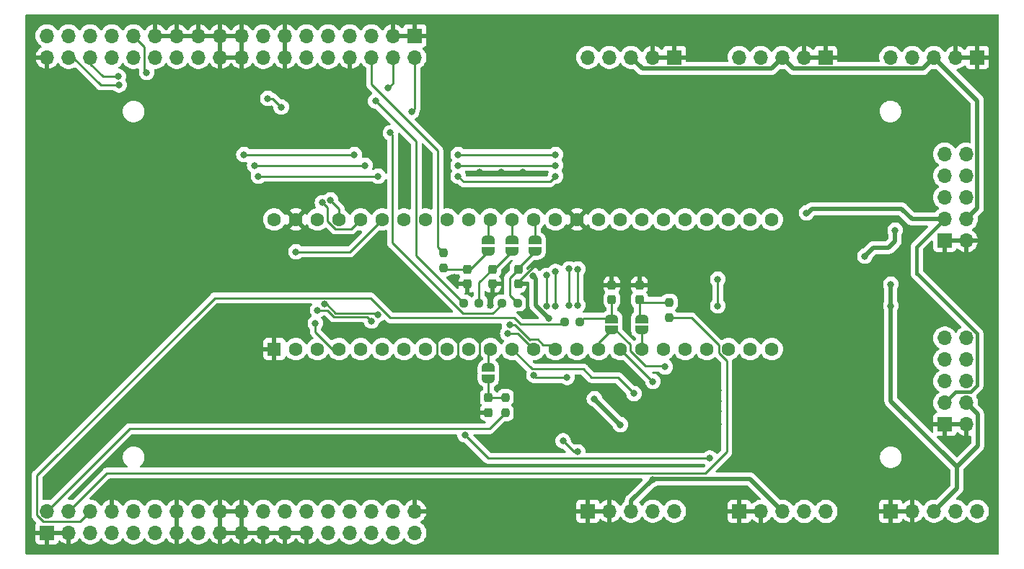
<source format=gbr>
G04 #@! TF.GenerationSoftware,KiCad,Pcbnew,7.0.10-7.0.10~ubuntu22.04.1*
G04 #@! TF.CreationDate,2024-01-06T14:45:44-05:00*
G04 #@! TF.ProjectId,Teensy41_DualMotor,5465656e-7379-4343-915f-4475616c4d6f,1*
G04 #@! TF.SameCoordinates,Original*
G04 #@! TF.FileFunction,Copper,L2,Bot*
G04 #@! TF.FilePolarity,Positive*
%FSLAX46Y46*%
G04 Gerber Fmt 4.6, Leading zero omitted, Abs format (unit mm)*
G04 Created by KiCad (PCBNEW 7.0.10-7.0.10~ubuntu22.04.1) date 2024-01-06 14:45:44*
%MOMM*%
%LPD*%
G01*
G04 APERTURE LIST*
G04 Aperture macros list*
%AMRoundRect*
0 Rectangle with rounded corners*
0 $1 Rounding radius*
0 $2 $3 $4 $5 $6 $7 $8 $9 X,Y pos of 4 corners*
0 Add a 4 corners polygon primitive as box body*
4,1,4,$2,$3,$4,$5,$6,$7,$8,$9,$2,$3,0*
0 Add four circle primitives for the rounded corners*
1,1,$1+$1,$2,$3*
1,1,$1+$1,$4,$5*
1,1,$1+$1,$6,$7*
1,1,$1+$1,$8,$9*
0 Add four rect primitives between the rounded corners*
20,1,$1+$1,$2,$3,$4,$5,0*
20,1,$1+$1,$4,$5,$6,$7,0*
20,1,$1+$1,$6,$7,$8,$9,0*
20,1,$1+$1,$8,$9,$2,$3,0*%
%AMFreePoly0*
4,1,19,0.500000,-0.750000,0.000000,-0.750000,0.000000,-0.744911,-0.071157,-0.744911,-0.207708,-0.704816,-0.327430,-0.627875,-0.420627,-0.520320,-0.479746,-0.390866,-0.500000,-0.250000,-0.500000,0.250000,-0.479746,0.390866,-0.420627,0.520320,-0.327430,0.627875,-0.207708,0.704816,-0.071157,0.744911,0.000000,0.744911,0.000000,0.750000,0.500000,0.750000,0.500000,-0.750000,0.500000,-0.750000,
$1*%
%AMFreePoly1*
4,1,19,0.000000,0.744911,0.071157,0.744911,0.207708,0.704816,0.327430,0.627875,0.420627,0.520320,0.479746,0.390866,0.500000,0.250000,0.500000,-0.250000,0.479746,-0.390866,0.420627,-0.520320,0.327430,-0.627875,0.207708,-0.704816,0.071157,-0.744911,0.000000,-0.744911,0.000000,-0.750000,-0.500000,-0.750000,-0.500000,0.750000,0.000000,0.750000,0.000000,0.744911,0.000000,0.744911,
$1*%
G04 Aperture macros list end*
G04 #@! TA.AperFunction,SMDPad,CuDef*
%ADD10RoundRect,0.237500X0.237500X-0.250000X0.237500X0.250000X-0.237500X0.250000X-0.237500X-0.250000X0*%
G04 #@! TD*
G04 #@! TA.AperFunction,SMDPad,CuDef*
%ADD11RoundRect,0.237500X-0.250000X-0.237500X0.250000X-0.237500X0.250000X0.237500X-0.250000X0.237500X0*%
G04 #@! TD*
G04 #@! TA.AperFunction,SMDPad,CuDef*
%ADD12RoundRect,0.237500X-0.237500X0.250000X-0.237500X-0.250000X0.237500X-0.250000X0.237500X0.250000X0*%
G04 #@! TD*
G04 #@! TA.AperFunction,SMDPad,CuDef*
%ADD13FreePoly0,90.000000*%
G04 #@! TD*
G04 #@! TA.AperFunction,SMDPad,CuDef*
%ADD14FreePoly1,90.000000*%
G04 #@! TD*
G04 #@! TA.AperFunction,SMDPad,CuDef*
%ADD15FreePoly0,270.000000*%
G04 #@! TD*
G04 #@! TA.AperFunction,SMDPad,CuDef*
%ADD16FreePoly1,270.000000*%
G04 #@! TD*
G04 #@! TA.AperFunction,SMDPad,CuDef*
%ADD17RoundRect,0.237500X-0.237500X0.300000X-0.237500X-0.300000X0.237500X-0.300000X0.237500X0.300000X0*%
G04 #@! TD*
G04 #@! TA.AperFunction,SMDPad,CuDef*
%ADD18RoundRect,0.237500X0.237500X-0.300000X0.237500X0.300000X-0.237500X0.300000X-0.237500X-0.300000X0*%
G04 #@! TD*
G04 #@! TA.AperFunction,ComponentPad*
%ADD19R,1.700000X1.700000*%
G04 #@! TD*
G04 #@! TA.AperFunction,ComponentPad*
%ADD20O,1.700000X1.700000*%
G04 #@! TD*
G04 #@! TA.AperFunction,ComponentPad*
%ADD21R,1.600000X1.600000*%
G04 #@! TD*
G04 #@! TA.AperFunction,ComponentPad*
%ADD22C,1.600000*%
G04 #@! TD*
G04 #@! TA.AperFunction,ViaPad*
%ADD23C,0.800000*%
G04 #@! TD*
G04 #@! TA.AperFunction,Conductor*
%ADD24C,0.500000*%
G04 #@! TD*
G04 #@! TA.AperFunction,Conductor*
%ADD25C,0.250000*%
G04 #@! TD*
G04 #@! TA.AperFunction,Conductor*
%ADD26C,0.400000*%
G04 #@! TD*
G04 APERTURE END LIST*
D10*
X81750000Y-129412500D03*
X81750000Y-127587500D03*
X101000000Y-118250000D03*
X101000000Y-116425000D03*
D11*
X90500000Y-118750000D03*
X88675000Y-118750000D03*
X81337500Y-116500000D03*
X83162500Y-116500000D03*
X76837500Y-116500000D03*
X78662500Y-116500000D03*
D12*
X74500000Y-110587500D03*
X74500000Y-112412500D03*
D13*
X79750000Y-125400000D03*
D14*
X79750000Y-124100000D03*
D15*
X97750000Y-118350000D03*
D16*
X97750000Y-119650000D03*
D15*
X94250000Y-118350000D03*
D16*
X94250000Y-119650000D03*
D14*
X85250000Y-109100000D03*
D13*
X85250000Y-110400000D03*
D14*
X82500000Y-109100000D03*
D13*
X82500000Y-110400000D03*
D14*
X79750000Y-109100000D03*
D13*
X79750000Y-110400000D03*
D17*
X79750000Y-127637500D03*
X79750000Y-129362500D03*
D18*
X97500000Y-116112500D03*
X97500000Y-114387500D03*
X94250000Y-116112500D03*
X94250000Y-114387500D03*
D17*
X83250000Y-112525000D03*
X83250000Y-114250000D03*
X80250000Y-112525000D03*
X80250000Y-114250000D03*
X77250000Y-112525000D03*
X77250000Y-114250000D03*
D19*
X127000000Y-140970000D03*
D20*
X129540000Y-140970000D03*
X132080000Y-140970000D03*
X134620000Y-140970000D03*
X137160000Y-140970000D03*
D19*
X101600000Y-87630000D03*
D20*
X99060000Y-87630000D03*
X96520000Y-87630000D03*
X93980000Y-87630000D03*
X91440000Y-87630000D03*
D19*
X137160000Y-87630000D03*
D20*
X134620000Y-87630000D03*
X132080000Y-87630000D03*
X129540000Y-87630000D03*
X127000000Y-87630000D03*
D19*
X133330000Y-109160000D03*
D20*
X135870000Y-109160000D03*
X133330000Y-106620000D03*
X135870000Y-106620000D03*
X133330000Y-104080000D03*
X135870000Y-104080000D03*
X133330000Y-101540000D03*
X135870000Y-101540000D03*
X133330000Y-99000000D03*
X135870000Y-99000000D03*
D19*
X133350000Y-130780000D03*
D20*
X135890000Y-130780000D03*
X133350000Y-128240000D03*
X135890000Y-128240000D03*
X133350000Y-125700000D03*
X135890000Y-125700000D03*
X133350000Y-123160000D03*
X135890000Y-123160000D03*
X133350000Y-120620000D03*
X135890000Y-120620000D03*
D19*
X91440000Y-140970000D03*
D20*
X93980000Y-140970000D03*
X96520000Y-140970000D03*
X99060000Y-140970000D03*
X101600000Y-140970000D03*
D19*
X109220000Y-140995000D03*
D20*
X111760000Y-140995000D03*
X114300000Y-140995000D03*
X116840000Y-140995000D03*
X119380000Y-140995000D03*
D21*
X54610000Y-121920000D03*
D22*
X57150000Y-121920000D03*
X59690000Y-121920000D03*
X62230000Y-121920000D03*
X64770000Y-121920000D03*
X67310000Y-121920000D03*
X69850000Y-121920000D03*
X72390000Y-121920000D03*
X74930000Y-121920000D03*
X77470000Y-121920000D03*
X80010000Y-121920000D03*
X82550000Y-121920000D03*
X85090000Y-121920000D03*
X87630000Y-121920000D03*
X90170000Y-121920000D03*
X92710000Y-121920000D03*
X95250000Y-121920000D03*
X97790000Y-121920000D03*
X100330000Y-121920000D03*
X102870000Y-121920000D03*
X105410000Y-121920000D03*
X107950000Y-121920000D03*
X110490000Y-121920000D03*
X113030000Y-121920000D03*
X113030000Y-106680000D03*
X110490000Y-106680000D03*
X107950000Y-106680000D03*
X105410000Y-106680000D03*
X102870000Y-106680000D03*
X100330000Y-106680000D03*
X97790000Y-106680000D03*
X95250000Y-106680000D03*
X92710000Y-106680000D03*
X90170000Y-106680000D03*
X87630000Y-106680000D03*
X85090000Y-106680000D03*
X82550000Y-106680000D03*
X80010000Y-106680000D03*
X77470000Y-106680000D03*
X74930000Y-106680000D03*
X72390000Y-106680000D03*
X69850000Y-106680000D03*
X67310000Y-106680000D03*
X64770000Y-106680000D03*
X62230000Y-106680000D03*
X59690000Y-106680000D03*
X57150000Y-106680000D03*
X54610000Y-106680000D03*
D19*
X119350000Y-87630000D03*
D20*
X116810000Y-87630000D03*
X114270000Y-87630000D03*
X111730000Y-87630000D03*
X109190000Y-87630000D03*
D19*
X71120000Y-85090000D03*
D20*
X71120000Y-87630000D03*
X68580000Y-85090000D03*
X68580000Y-87630000D03*
X66040000Y-85090000D03*
X66040000Y-87630000D03*
X63500000Y-85090000D03*
X63500000Y-87630000D03*
X60960000Y-85090000D03*
X60960000Y-87630000D03*
X58420000Y-85090000D03*
X58420000Y-87630000D03*
X55880000Y-85090000D03*
X55880000Y-87630000D03*
X53340000Y-85090000D03*
X53340000Y-87630000D03*
X50800000Y-85090000D03*
X50800000Y-87630000D03*
X48260000Y-85090000D03*
X48260000Y-87630000D03*
X45720000Y-85090000D03*
X45720000Y-87630000D03*
X43180000Y-85090000D03*
X43180000Y-87630000D03*
X40640000Y-85090000D03*
X40640000Y-87630000D03*
X38100000Y-85090000D03*
X38100000Y-87630000D03*
X35560000Y-85090000D03*
X35560000Y-87630000D03*
X33020000Y-85090000D03*
X33020000Y-87630000D03*
X30480000Y-85090000D03*
X30480000Y-87630000D03*
X27940000Y-85090000D03*
X27940000Y-87630000D03*
D19*
X27940000Y-143510000D03*
D20*
X27940000Y-140970000D03*
X30480000Y-143510000D03*
X30480000Y-140970000D03*
X33020000Y-143510000D03*
X33020000Y-140970000D03*
X35560000Y-143510000D03*
X35560000Y-140970000D03*
X38100000Y-143510000D03*
X38100000Y-140970000D03*
X40640000Y-143510000D03*
X40640000Y-140970000D03*
X43180000Y-143510000D03*
X43180000Y-140970000D03*
X45720000Y-143510000D03*
X45720000Y-140970000D03*
X48260000Y-143510000D03*
X48260000Y-140970000D03*
X50800000Y-143510000D03*
X50800000Y-140970000D03*
X53340000Y-143510000D03*
X53340000Y-140970000D03*
X55880000Y-143510000D03*
X55880000Y-140970000D03*
X58420000Y-143510000D03*
X58420000Y-140970000D03*
X60960000Y-143510000D03*
X60960000Y-140970000D03*
X63500000Y-143510000D03*
X63500000Y-140970000D03*
X66040000Y-143510000D03*
X66040000Y-140970000D03*
X68580000Y-143510000D03*
X68580000Y-140970000D03*
X71120000Y-143510000D03*
X71120000Y-140970000D03*
D23*
X100840000Y-130270000D03*
X103510000Y-130600000D03*
X136180000Y-113840000D03*
X138480000Y-111430000D03*
X129000000Y-108840000D03*
X78750000Y-119750000D03*
X73750000Y-119750000D03*
X68500000Y-119750000D03*
X94250000Y-90000000D03*
X82750000Y-93750000D03*
X102000000Y-103500000D03*
X97000000Y-103500000D03*
X90250000Y-103500000D03*
X100000000Y-110000000D03*
X95500000Y-110000000D03*
X105000000Y-110000000D03*
X111250000Y-118500000D03*
X114000000Y-126750000D03*
X121500000Y-132750000D03*
X111000000Y-131750000D03*
X28250000Y-137500000D03*
X35500000Y-138250000D03*
X40500000Y-138250000D03*
X45750000Y-138250000D03*
X55250000Y-138250000D03*
X73750000Y-141750000D03*
X78250000Y-141750000D03*
X105250000Y-141000000D03*
X86250000Y-144500000D03*
X103500000Y-144500000D03*
X120750000Y-144500000D03*
X123000000Y-139750000D03*
X138500000Y-144500000D03*
X138500000Y-138250000D03*
X138500000Y-128000000D03*
X138500000Y-118000000D03*
X134000000Y-114250000D03*
X138500000Y-101750000D03*
X138500000Y-94000000D03*
X137500000Y-90250000D03*
X124750000Y-90250000D03*
X118250000Y-90250000D03*
X122250000Y-92750000D03*
X87500000Y-92750000D03*
X77250000Y-94750000D03*
X47250000Y-90500000D03*
X54500000Y-97250000D03*
X58000000Y-94250000D03*
X55250000Y-90250000D03*
X64500000Y-91000000D03*
X65750000Y-97250000D03*
X69750000Y-97500000D03*
X69750000Y-103500000D03*
X72750000Y-103500000D03*
X130000000Y-96750000D03*
X119812500Y-96750000D03*
X109625000Y-96750000D03*
X99437500Y-96750000D03*
X89250000Y-96750000D03*
X129416665Y-84250000D03*
X118783332Y-84250000D03*
X108149999Y-84250000D03*
X97516666Y-84250000D03*
X86883333Y-84250000D03*
X76250000Y-84250000D03*
X49250000Y-129250000D03*
X56750000Y-118000000D03*
X51000000Y-106500000D03*
X40250000Y-96750000D03*
X27500000Y-112000000D03*
X28000000Y-131750000D03*
X50500000Y-112500000D03*
X28250000Y-91000000D03*
X40750000Y-133500000D03*
X44750000Y-133500000D03*
X51000000Y-133500000D03*
X59250000Y-133500000D03*
X73500000Y-137600000D03*
X81000000Y-137600000D03*
X87000000Y-130500000D03*
X89750000Y-127750000D03*
X96750000Y-130000000D03*
X100250000Y-133500000D03*
X106750000Y-130750000D03*
X106750000Y-129250000D03*
X106750000Y-128000000D03*
X106750000Y-126750000D03*
X100500000Y-124000000D03*
X77000000Y-132000000D03*
X105750000Y-134750000D03*
X73750000Y-117000000D03*
X71250000Y-117000000D03*
X68750000Y-117000000D03*
X80000000Y-116750000D03*
X75750000Y-113500000D03*
X70750000Y-94000000D03*
X68000000Y-91250000D03*
X66500000Y-92750000D03*
X68250000Y-96500000D03*
X119380000Y-113030000D03*
X78740000Y-101107500D03*
X128270000Y-124460000D03*
X129947500Y-121512500D03*
X83820000Y-101107500D03*
X75730000Y-124617500D03*
X122197500Y-106957500D03*
X123190000Y-120650000D03*
X100940000Y-126617500D03*
X81274808Y-101107500D03*
X103480000Y-126617500D03*
X95250000Y-130810000D03*
X127000000Y-116840000D03*
X86854874Y-118284712D03*
X92196983Y-127756983D03*
X127000000Y-114300000D03*
X127508000Y-107950000D03*
X123952000Y-110998000D03*
X85000000Y-113284000D03*
X99000000Y-137250000D03*
X89250000Y-116750000D03*
X89250000Y-112500000D03*
X88514701Y-132710701D03*
X90250000Y-134000000D03*
X90262653Y-112512653D03*
X90268585Y-116744520D03*
X85090000Y-125000000D03*
X59690000Y-117348000D03*
X82033112Y-120072793D03*
X89000000Y-125250000D03*
X66028370Y-118618000D03*
X60478142Y-116623500D03*
X66743078Y-117893500D03*
X82228575Y-119092589D03*
X87630000Y-116840000D03*
X53848000Y-92456000D03*
X55429989Y-93472000D03*
X87630000Y-112797420D03*
X86609701Y-116835701D03*
X86614000Y-113246940D03*
X57150000Y-110490000D03*
X96852186Y-127137028D03*
X99060000Y-125730000D03*
X87630000Y-101600000D03*
X66802000Y-101600000D03*
X76200000Y-101600000D03*
X36389440Y-90864560D03*
X52760989Y-101600000D03*
X36292845Y-89869736D03*
X76200000Y-100330000D03*
X52319701Y-100334299D03*
X65278000Y-100330000D03*
X87630000Y-100330000D03*
X87630000Y-99060000D03*
X51049701Y-99064299D03*
X64008000Y-99060000D03*
X39628299Y-89403701D03*
X76200000Y-99060000D03*
X59436000Y-118872000D03*
X60265789Y-104710070D03*
X61214000Y-104394000D03*
X117094000Y-105918000D03*
X106680000Y-116840000D03*
X106680000Y-113696460D03*
D24*
X134750000Y-135750000D02*
X127000000Y-128000000D01*
X127000000Y-128000000D02*
X127000000Y-116840000D01*
D25*
X82550000Y-121920000D02*
X84880000Y-124250000D01*
X84880000Y-124250000D02*
X90875000Y-124250000D01*
X91875000Y-125250000D02*
X94965158Y-125250000D01*
X90875000Y-124250000D02*
X91875000Y-125250000D01*
X94965158Y-125250000D02*
X96852186Y-127137028D01*
X101000000Y-116425000D02*
X97812500Y-116425000D01*
X97812500Y-116425000D02*
X97500000Y-116112500D01*
X90500000Y-118750000D02*
X90950000Y-118300000D01*
X90950000Y-118300000D02*
X94200000Y-118300000D01*
X94200000Y-118300000D02*
X94250000Y-118350000D01*
X75730000Y-124617500D02*
X73700000Y-122587500D01*
X73700000Y-122587500D02*
X73700000Y-119800000D01*
X73700000Y-119800000D02*
X73750000Y-119750000D01*
X75730000Y-124617500D02*
X76682500Y-124617500D01*
X76682500Y-124617500D02*
X78750000Y-122550000D01*
X78750000Y-122550000D02*
X78750000Y-119750000D01*
X75730000Y-124617500D02*
X76200000Y-124147500D01*
X76200000Y-124147500D02*
X76200000Y-120700000D01*
X76200000Y-120700000D02*
X76055000Y-120555000D01*
X87630000Y-101600000D02*
X86980000Y-102250000D01*
X76850000Y-102250000D02*
X76200000Y-101600000D01*
X86980000Y-102250000D02*
X76850000Y-102250000D01*
X101000000Y-118250000D02*
X103620991Y-118250000D01*
X105250000Y-136500000D02*
X34950000Y-136500000D01*
X103620991Y-118250000D02*
X106825000Y-121454009D01*
X106825000Y-121454009D02*
X106825000Y-122385991D01*
X106825000Y-122385991D02*
X107750000Y-123310991D01*
X34950000Y-136500000D02*
X30480000Y-140970000D01*
X107750000Y-123310991D02*
X107750000Y-134000000D01*
X107750000Y-134000000D02*
X105250000Y-136500000D01*
X105750000Y-134750000D02*
X79750000Y-134750000D01*
X79750000Y-134750000D02*
X77000000Y-132000000D01*
X90250000Y-134000000D02*
X89804000Y-134000000D01*
X89804000Y-134000000D02*
X88514701Y-132710701D01*
X27940000Y-140970000D02*
X37635000Y-131275000D01*
X79887500Y-131275000D02*
X81750000Y-129412500D01*
X37635000Y-131275000D02*
X79887500Y-131275000D01*
X79750000Y-127637500D02*
X82050000Y-127637500D01*
X79750000Y-125400000D02*
X79750000Y-127637500D01*
X79750000Y-124100000D02*
X79750000Y-122180000D01*
X79750000Y-122180000D02*
X80010000Y-121920000D01*
X97500000Y-116112500D02*
X97500000Y-118100000D01*
X97500000Y-118100000D02*
X97750000Y-118350000D01*
X94250000Y-116112500D02*
X94250000Y-118350000D01*
X97750000Y-119650000D02*
X97750000Y-121880000D01*
X97750000Y-121880000D02*
X97790000Y-121920000D01*
X94250000Y-119650000D02*
X92710000Y-121190000D01*
X92710000Y-121190000D02*
X92710000Y-121920000D01*
X100500000Y-124000000D02*
X100430158Y-123930158D01*
X100430158Y-123930158D02*
X98180158Y-123930158D01*
X98180158Y-123930158D02*
X96375000Y-122125000D01*
X96375000Y-122125000D02*
X96375000Y-121375000D01*
X96375000Y-121375000D02*
X94650000Y-119650000D01*
X94650000Y-119650000D02*
X94250000Y-119650000D01*
X33020000Y-140970000D02*
X31845000Y-142145000D01*
X31845000Y-142145000D02*
X27453299Y-142145000D01*
X47601500Y-115898500D02*
X65898500Y-115898500D01*
X27453299Y-142145000D02*
X26750000Y-141441701D01*
X26750000Y-141441701D02*
X26750000Y-136750000D01*
X26750000Y-136750000D02*
X47601500Y-115898500D01*
X65898500Y-115898500D02*
X68250000Y-118250000D01*
X68250000Y-118250000D02*
X82750000Y-118250000D01*
X82750000Y-118250000D02*
X83509712Y-119009712D01*
X83509712Y-119009712D02*
X88415288Y-119009712D01*
X88415288Y-119009712D02*
X88675000Y-118750000D01*
X89000000Y-125250000D02*
X85340000Y-125250000D01*
X85340000Y-125250000D02*
X85090000Y-125000000D01*
D24*
X99000000Y-137250000D02*
X99090000Y-137160000D01*
X99090000Y-137160000D02*
X110465000Y-137160000D01*
X110465000Y-137160000D02*
X114300000Y-140995000D01*
X99000000Y-137250000D02*
X96520000Y-139730000D01*
X96520000Y-139730000D02*
X96520000Y-140970000D01*
D25*
X90262653Y-112512653D02*
X90268585Y-112518585D01*
X90268585Y-112518585D02*
X90268585Y-116744520D01*
X89250000Y-116750000D02*
X89250000Y-112500000D01*
D24*
X132080000Y-87630000D02*
X137170000Y-92720000D01*
X137170000Y-92720000D02*
X137170000Y-105320000D01*
X137170000Y-105320000D02*
X135870000Y-106620000D01*
X114270000Y-87630000D02*
X115570000Y-88930000D01*
X115570000Y-88930000D02*
X130780000Y-88930000D01*
X130780000Y-88930000D02*
X132080000Y-87630000D01*
X114270000Y-87630000D02*
X112970000Y-88930000D01*
X112970000Y-88930000D02*
X97820000Y-88930000D01*
X97820000Y-88930000D02*
X96520000Y-87630000D01*
X134750000Y-135750000D02*
X137190000Y-133310000D01*
X137190000Y-133310000D02*
X137190000Y-129540000D01*
X137190000Y-129540000D02*
X135890000Y-128240000D01*
X132080000Y-140970000D02*
X134750000Y-138300000D01*
X134750000Y-138300000D02*
X134750000Y-135750000D01*
D25*
X83250000Y-114008695D02*
X85258695Y-112000000D01*
X83250000Y-114250000D02*
X83250000Y-114008695D01*
D24*
X85000000Y-113284000D02*
X85344000Y-113628000D01*
X85344000Y-113628000D02*
X85344000Y-116773838D01*
X85344000Y-116773838D02*
X86854874Y-118284712D01*
D25*
X68250000Y-96500000D02*
X68500000Y-96750000D01*
X68500000Y-109452076D02*
X76797924Y-117750000D01*
X68500000Y-96750000D02*
X68500000Y-109452076D01*
X76797924Y-117750000D02*
X80250000Y-117750000D01*
X80250000Y-117750000D02*
X81337500Y-116662500D01*
X81337500Y-116662500D02*
X81337500Y-116500000D01*
X70750000Y-94000000D02*
X71120000Y-93630000D01*
X71120000Y-93630000D02*
X71120000Y-87630000D01*
X68000000Y-91250000D02*
X68580000Y-90670000D01*
X68580000Y-90670000D02*
X68580000Y-87630000D01*
X66500000Y-92750000D02*
X71265000Y-97515000D01*
X71265000Y-97515000D02*
X71265000Y-110927500D01*
X71265000Y-110927500D02*
X76837500Y-116500000D01*
X74500000Y-110587500D02*
X73805000Y-109892500D01*
X73805000Y-109892500D02*
X73805000Y-98555000D01*
X73805000Y-98555000D02*
X66040000Y-90790000D01*
X66040000Y-90790000D02*
X66040000Y-87630000D01*
X83250000Y-112525000D02*
X82250000Y-113525000D01*
X82250000Y-113525000D02*
X82250000Y-115587500D01*
X82250000Y-115587500D02*
X83162500Y-116500000D01*
X77250000Y-112525000D02*
X74612500Y-112525000D01*
X74612500Y-112525000D02*
X74500000Y-112412500D01*
X79750000Y-110400000D02*
X77625000Y-112525000D01*
X77625000Y-112525000D02*
X77250000Y-112525000D01*
X78662500Y-116500000D02*
X78662500Y-114112500D01*
X78662500Y-114112500D02*
X80250000Y-112525000D01*
X82500000Y-110400000D02*
X80375000Y-112525000D01*
X80375000Y-112525000D02*
X80250000Y-112525000D01*
X85250000Y-110400000D02*
X83250000Y-112400000D01*
X83250000Y-112400000D02*
X83250000Y-112525000D01*
X79750000Y-109100000D02*
X79750000Y-106940000D01*
X79750000Y-106940000D02*
X80010000Y-106680000D01*
X82500000Y-109100000D02*
X82500000Y-106730000D01*
X82500000Y-106730000D02*
X82550000Y-106680000D01*
X85250000Y-109100000D02*
X85250000Y-106840000D01*
X85250000Y-106840000D02*
X85090000Y-106680000D01*
X83000000Y-122370000D02*
X82550000Y-121920000D01*
D24*
X127000000Y-116840000D02*
X127000000Y-114300000D01*
X126746000Y-109982000D02*
X124968000Y-109982000D01*
X124968000Y-109982000D02*
X123952000Y-110998000D01*
X127508000Y-107950000D02*
X127508000Y-109220000D01*
X127508000Y-109220000D02*
X126746000Y-109982000D01*
X92196983Y-127756983D02*
X95250000Y-130810000D01*
D25*
X83242793Y-120072793D02*
X85090000Y-121920000D01*
X61605912Y-118121630D02*
X65532000Y-118121630D01*
X59690000Y-117348000D02*
X60832282Y-117348000D01*
X82033112Y-120072793D02*
X83242793Y-120072793D01*
X60832282Y-117348000D02*
X61605912Y-118121630D01*
X65532000Y-118121630D02*
X66028370Y-118618000D01*
X85555789Y-120795489D02*
X86172300Y-121412000D01*
X66521688Y-117672110D02*
X66743078Y-117893500D01*
X84624211Y-120795489D02*
X85555789Y-120795489D01*
X82228575Y-119092589D02*
X82898307Y-119092589D01*
X82898307Y-119092589D02*
X84612709Y-120806991D01*
X86172300Y-121412000D02*
X87122000Y-121412000D01*
X60478142Y-116623500D02*
X60743500Y-116623500D01*
X87122000Y-121412000D02*
X87630000Y-121920000D01*
X60743500Y-116623500D02*
X61792110Y-117672110D01*
X84612709Y-120806991D02*
X84624211Y-120795489D01*
X61792110Y-117672110D02*
X66521688Y-117672110D01*
X87630000Y-116840000D02*
X87630000Y-112797420D01*
X54413989Y-92456000D02*
X55429989Y-93472000D01*
X53848000Y-92456000D02*
X54413989Y-92456000D01*
X86614000Y-116831402D02*
X86614000Y-113246940D01*
X86609701Y-116835701D02*
X86614000Y-116831402D01*
X57150000Y-110490000D02*
X57156979Y-110483021D01*
X57156979Y-110483021D02*
X63506979Y-110483021D01*
X63506979Y-110483021D02*
X67310000Y-106680000D01*
X93036889Y-121920000D02*
X92710000Y-121920000D01*
X99060000Y-125730000D02*
X95250000Y-121920000D01*
X30988000Y-87630000D02*
X30480000Y-87630000D01*
X36389440Y-90864560D02*
X34222560Y-90864560D01*
X66802000Y-101600000D02*
X52760989Y-101600000D01*
X34222560Y-90864560D02*
X30988000Y-87630000D01*
X34497736Y-89869736D02*
X33020000Y-88392000D01*
X52324000Y-100330000D02*
X52319701Y-100334299D01*
X65278000Y-100330000D02*
X52324000Y-100330000D01*
X33020000Y-88392000D02*
X33020000Y-87630000D01*
X87630000Y-100330000D02*
X76200000Y-100330000D01*
X36292845Y-89869736D02*
X34497736Y-89869736D01*
X64008000Y-99060000D02*
X51054000Y-99060000D01*
X39370000Y-86360000D02*
X38100000Y-85090000D01*
X51054000Y-99060000D02*
X51049701Y-99064299D01*
X39628299Y-89403701D02*
X39370000Y-89145402D01*
X87630000Y-99060000D02*
X76200000Y-99060000D01*
X39370000Y-89145402D02*
X39370000Y-86360000D01*
X59436000Y-119888000D02*
X61468000Y-121920000D01*
X59436000Y-118872000D02*
X59436000Y-119888000D01*
X61468000Y-121920000D02*
X62230000Y-121920000D01*
X60265789Y-104710070D02*
X60814511Y-105258792D01*
X63645489Y-107804511D02*
X64770000Y-106680000D01*
X60814511Y-105258792D02*
X60814511Y-106854811D01*
X61764211Y-107804511D02*
X63645489Y-107804511D01*
X60814511Y-106854811D02*
X61764211Y-107804511D01*
X62230000Y-105410000D02*
X62230000Y-106680000D01*
X61214000Y-104394000D02*
X62230000Y-105410000D01*
D26*
X133350000Y-128240000D02*
X134620000Y-126970000D01*
X130048000Y-109902000D02*
X133330000Y-106620000D01*
X130067076Y-113030000D02*
X130048000Y-113030000D01*
X136387076Y-126970000D02*
X137160000Y-126197076D01*
D24*
X117719682Y-105410000D02*
X128270000Y-105410000D01*
X117211682Y-105918000D02*
X117719682Y-105410000D01*
D26*
X137160000Y-126197076D02*
X137160000Y-120122924D01*
X137160000Y-120122924D02*
X130067076Y-113030000D01*
D24*
X117094000Y-105918000D02*
X117211682Y-105918000D01*
X128270000Y-105410000D02*
X129480000Y-106620000D01*
D26*
X134620000Y-126970000D02*
X136387076Y-126970000D01*
X130048000Y-113030000D02*
X130048000Y-109902000D01*
D24*
X129480000Y-106620000D02*
X133330000Y-106620000D01*
D25*
X106680000Y-116840000D02*
X106680000Y-113696460D01*
G04 #@! TA.AperFunction,Conductor*
G36*
X30020507Y-143300156D02*
G01*
X29980000Y-143438111D01*
X29980000Y-143581889D01*
X30020507Y-143719844D01*
X30048884Y-143764000D01*
X28371116Y-143764000D01*
X28399493Y-143719844D01*
X28440000Y-143581889D01*
X28440000Y-143438111D01*
X28399493Y-143300156D01*
X28371116Y-143256000D01*
X30048884Y-143256000D01*
X30020507Y-143300156D01*
G37*
G04 #@! TD.AperFunction*
G04 #@! TA.AperFunction,Conductor*
G36*
X50340507Y-143300156D02*
G01*
X50300000Y-143438111D01*
X50300000Y-143581889D01*
X50340507Y-143719844D01*
X50368884Y-143764000D01*
X48691116Y-143764000D01*
X48719493Y-143719844D01*
X48760000Y-143581889D01*
X48760000Y-143438111D01*
X48719493Y-143300156D01*
X48691116Y-143256000D01*
X50368884Y-143256000D01*
X50340507Y-143300156D01*
G37*
G04 #@! TD.AperFunction*
G04 #@! TA.AperFunction,Conductor*
G36*
X52880507Y-143300156D02*
G01*
X52840000Y-143438111D01*
X52840000Y-143581889D01*
X52880507Y-143719844D01*
X52908884Y-143764000D01*
X51231116Y-143764000D01*
X51259493Y-143719844D01*
X51300000Y-143581889D01*
X51300000Y-143438111D01*
X51259493Y-143300156D01*
X51231116Y-143256000D01*
X52908884Y-143256000D01*
X52880507Y-143300156D01*
G37*
G04 #@! TD.AperFunction*
G04 #@! TA.AperFunction,Conductor*
G36*
X55420507Y-143300156D02*
G01*
X55380000Y-143438111D01*
X55380000Y-143581889D01*
X55420507Y-143719844D01*
X55448884Y-143764000D01*
X53771116Y-143764000D01*
X53799493Y-143719844D01*
X53840000Y-143581889D01*
X53840000Y-143438111D01*
X53799493Y-143300156D01*
X53771116Y-143256000D01*
X55448884Y-143256000D01*
X55420507Y-143300156D01*
G37*
G04 #@! TD.AperFunction*
G04 #@! TA.AperFunction,Conductor*
G36*
X57960507Y-143300156D02*
G01*
X57920000Y-143438111D01*
X57920000Y-143581889D01*
X57960507Y-143719844D01*
X57988884Y-143764000D01*
X56311116Y-143764000D01*
X56339493Y-143719844D01*
X56380000Y-143581889D01*
X56380000Y-143438111D01*
X56339493Y-143300156D01*
X56311116Y-143256000D01*
X57988884Y-143256000D01*
X57960507Y-143300156D01*
G37*
G04 #@! TD.AperFunction*
G04 #@! TA.AperFunction,Conductor*
G36*
X43434000Y-143076325D02*
G01*
X43322315Y-143025320D01*
X43215763Y-143010000D01*
X43144237Y-143010000D01*
X43037685Y-143025320D01*
X42926000Y-143076325D01*
X42926000Y-141403674D01*
X43037685Y-141454680D01*
X43144237Y-141470000D01*
X43215763Y-141470000D01*
X43322315Y-141454680D01*
X43434000Y-141403674D01*
X43434000Y-143076325D01*
G37*
G04 #@! TD.AperFunction*
G04 #@! TA.AperFunction,Conductor*
G36*
X48514000Y-143076325D02*
G01*
X48402315Y-143025320D01*
X48295763Y-143010000D01*
X48224237Y-143010000D01*
X48117685Y-143025320D01*
X48006000Y-143076325D01*
X48006000Y-141403674D01*
X48117685Y-141454680D01*
X48224237Y-141470000D01*
X48295763Y-141470000D01*
X48402315Y-141454680D01*
X48514000Y-141403674D01*
X48514000Y-143076325D01*
G37*
G04 #@! TD.AperFunction*
G04 #@! TA.AperFunction,Conductor*
G36*
X51054000Y-143076325D02*
G01*
X50942315Y-143025320D01*
X50835763Y-143010000D01*
X50764237Y-143010000D01*
X50657685Y-143025320D01*
X50546000Y-143076325D01*
X50546000Y-141403674D01*
X50657685Y-141454680D01*
X50764237Y-141470000D01*
X50835763Y-141470000D01*
X50942315Y-141454680D01*
X51054000Y-141403674D01*
X51054000Y-143076325D01*
G37*
G04 #@! TD.AperFunction*
G04 #@! TA.AperFunction,Conductor*
G36*
X111300507Y-140785156D02*
G01*
X111260000Y-140923111D01*
X111260000Y-141066889D01*
X111300507Y-141204844D01*
X111328884Y-141249000D01*
X109651116Y-141249000D01*
X109679493Y-141204844D01*
X109720000Y-141066889D01*
X109720000Y-140923111D01*
X109679493Y-140785156D01*
X109651116Y-140741000D01*
X111328884Y-140741000D01*
X111300507Y-140785156D01*
G37*
G04 #@! TD.AperFunction*
G04 #@! TA.AperFunction,Conductor*
G36*
X50340507Y-140760156D02*
G01*
X50300000Y-140898111D01*
X50300000Y-141041889D01*
X50340507Y-141179844D01*
X50368884Y-141224000D01*
X48691116Y-141224000D01*
X48719493Y-141179844D01*
X48760000Y-141041889D01*
X48760000Y-140898111D01*
X48719493Y-140760156D01*
X48691116Y-140716000D01*
X50368884Y-140716000D01*
X50340507Y-140760156D01*
G37*
G04 #@! TD.AperFunction*
G04 #@! TA.AperFunction,Conductor*
G36*
X93520507Y-140760156D02*
G01*
X93480000Y-140898111D01*
X93480000Y-141041889D01*
X93520507Y-141179844D01*
X93548884Y-141224000D01*
X91871116Y-141224000D01*
X91899493Y-141179844D01*
X91940000Y-141041889D01*
X91940000Y-140898111D01*
X91899493Y-140760156D01*
X91871116Y-140716000D01*
X93548884Y-140716000D01*
X93520507Y-140760156D01*
G37*
G04 #@! TD.AperFunction*
G04 #@! TA.AperFunction,Conductor*
G36*
X58987343Y-116552002D02*
G01*
X59033836Y-116605658D01*
X59043940Y-116675932D01*
X59014446Y-116740512D01*
X59012859Y-116742310D01*
X58950961Y-116811054D01*
X58950958Y-116811058D01*
X58855476Y-116976438D01*
X58855473Y-116976444D01*
X58847265Y-117001705D01*
X58796457Y-117158072D01*
X58776496Y-117348000D01*
X58796457Y-117537927D01*
X58821988Y-117616500D01*
X58855473Y-117719556D01*
X58861122Y-117729340D01*
X58950958Y-117884941D01*
X58950965Y-117884951D01*
X58975163Y-117911825D01*
X59005881Y-117975832D01*
X58997116Y-118046286D01*
X58955589Y-118098071D01*
X58824742Y-118193137D01*
X58696965Y-118335048D01*
X58696958Y-118335058D01*
X58601476Y-118500438D01*
X58601473Y-118500445D01*
X58542457Y-118682072D01*
X58522496Y-118872000D01*
X58542457Y-119061927D01*
X58552420Y-119092589D01*
X58601473Y-119243556D01*
X58602884Y-119246000D01*
X58672198Y-119366056D01*
X58696960Y-119408944D01*
X58770137Y-119490215D01*
X58800853Y-119554220D01*
X58802500Y-119574524D01*
X58802500Y-119804146D01*
X58800751Y-119819988D01*
X58801044Y-119820016D01*
X58800298Y-119827907D01*
X58802438Y-119895984D01*
X58802500Y-119899943D01*
X58802500Y-119927851D01*
X58802501Y-119927869D01*
X58803007Y-119931877D01*
X58803937Y-119943696D01*
X58805326Y-119987888D01*
X58805327Y-119987893D01*
X58810977Y-120007339D01*
X58814986Y-120026697D01*
X58817525Y-120046793D01*
X58817526Y-120046800D01*
X58833800Y-120087903D01*
X58837644Y-120099129D01*
X58849982Y-120141593D01*
X58860294Y-120159031D01*
X58868988Y-120176779D01*
X58876444Y-120195609D01*
X58876450Y-120195620D01*
X58902432Y-120231381D01*
X58908949Y-120241301D01*
X58931458Y-120279362D01*
X58931459Y-120279363D01*
X58931461Y-120279366D01*
X58945779Y-120293684D01*
X58958617Y-120308714D01*
X58970526Y-120325104D01*
X58970530Y-120325109D01*
X59004598Y-120353292D01*
X59013378Y-120361282D01*
X59179705Y-120527609D01*
X59213731Y-120589921D01*
X59208666Y-120660736D01*
X59166119Y-120717572D01*
X59143860Y-120730899D01*
X59033250Y-120782477D01*
X58845703Y-120913799D01*
X58845697Y-120913804D01*
X58683804Y-121075697D01*
X58683799Y-121075703D01*
X58552477Y-121263250D01*
X58534195Y-121302457D01*
X58487278Y-121355742D01*
X58419001Y-121375203D01*
X58351041Y-121354661D01*
X58305805Y-121302457D01*
X58302640Y-121295669D01*
X58287523Y-121263251D01*
X58156198Y-121075700D01*
X57994300Y-120913802D01*
X57983053Y-120905927D01*
X57806749Y-120782477D01*
X57599246Y-120685717D01*
X57599240Y-120685715D01*
X57505771Y-120660670D01*
X57378087Y-120626457D01*
X57150000Y-120606502D01*
X56921913Y-120626457D01*
X56700759Y-120685715D01*
X56700753Y-120685717D01*
X56493250Y-120782477D01*
X56305703Y-120913799D01*
X56305697Y-120913804D01*
X56143804Y-121075697D01*
X56143795Y-121075707D01*
X56141047Y-121079633D01*
X56085587Y-121123957D01*
X56014967Y-121131262D01*
X55951609Y-121099227D01*
X55915628Y-121038023D01*
X55912561Y-121020825D01*
X55911494Y-121010905D01*
X55860444Y-120874035D01*
X55860444Y-120874034D01*
X55772904Y-120757095D01*
X55655965Y-120669555D01*
X55519093Y-120618505D01*
X55458597Y-120612000D01*
X54864000Y-120612000D01*
X54864000Y-121430748D01*
X54831181Y-121410791D01*
X54685596Y-121370000D01*
X54572378Y-121370000D01*
X54460217Y-121385416D01*
X54356000Y-121430683D01*
X54356000Y-120612000D01*
X53761402Y-120612000D01*
X53700906Y-120618505D01*
X53564035Y-120669555D01*
X53564034Y-120669555D01*
X53447095Y-120757095D01*
X53359555Y-120874034D01*
X53359555Y-120874035D01*
X53308505Y-121010906D01*
X53302000Y-121071402D01*
X53302000Y-121666000D01*
X54116569Y-121666000D01*
X54066441Y-121807047D01*
X54056123Y-121957886D01*
X54086884Y-122105915D01*
X54122163Y-122174000D01*
X53302000Y-122174000D01*
X53302000Y-122768597D01*
X53308505Y-122829093D01*
X53359555Y-122965964D01*
X53359555Y-122965965D01*
X53447095Y-123082904D01*
X53564034Y-123170444D01*
X53700906Y-123221494D01*
X53761402Y-123227999D01*
X53761415Y-123228000D01*
X54356000Y-123228000D01*
X54356000Y-122409251D01*
X54388819Y-122429209D01*
X54534404Y-122470000D01*
X54647622Y-122470000D01*
X54759783Y-122454584D01*
X54864000Y-122409316D01*
X54864000Y-123228000D01*
X55458585Y-123228000D01*
X55458597Y-123227999D01*
X55519093Y-123221494D01*
X55655964Y-123170444D01*
X55655965Y-123170444D01*
X55772904Y-123082904D01*
X55860444Y-122965965D01*
X55860444Y-122965964D01*
X55911494Y-122829093D01*
X55912561Y-122819175D01*
X55939730Y-122753583D01*
X55998048Y-122713092D01*
X56069000Y-122710558D01*
X56130058Y-122746786D01*
X56141051Y-122760372D01*
X56143797Y-122764293D01*
X56143802Y-122764300D01*
X56305700Y-122926198D01*
X56493251Y-123057523D01*
X56700757Y-123154284D01*
X56921913Y-123213543D01*
X57150000Y-123233498D01*
X57378087Y-123213543D01*
X57599243Y-123154284D01*
X57806749Y-123057523D01*
X57994300Y-122926198D01*
X58156198Y-122764300D01*
X58287523Y-122576749D01*
X58305805Y-122537543D01*
X58352721Y-122484258D01*
X58420998Y-122464796D01*
X58488958Y-122485337D01*
X58534195Y-122537543D01*
X58552476Y-122576747D01*
X58681051Y-122760372D01*
X58683802Y-122764300D01*
X58845700Y-122926198D01*
X59033251Y-123057523D01*
X59240757Y-123154284D01*
X59461913Y-123213543D01*
X59690000Y-123233498D01*
X59918087Y-123213543D01*
X60139243Y-123154284D01*
X60346749Y-123057523D01*
X60534300Y-122926198D01*
X60696198Y-122764300D01*
X60827523Y-122576749D01*
X60845805Y-122537543D01*
X60892721Y-122484258D01*
X60960998Y-122464796D01*
X61028958Y-122485337D01*
X61074195Y-122537543D01*
X61092476Y-122576747D01*
X61221051Y-122760372D01*
X61223802Y-122764300D01*
X61385700Y-122926198D01*
X61573251Y-123057523D01*
X61780757Y-123154284D01*
X62001913Y-123213543D01*
X62230000Y-123233498D01*
X62458087Y-123213543D01*
X62679243Y-123154284D01*
X62886749Y-123057523D01*
X63074300Y-122926198D01*
X63236198Y-122764300D01*
X63367523Y-122576749D01*
X63385805Y-122537543D01*
X63432721Y-122484258D01*
X63500998Y-122464796D01*
X63568958Y-122485337D01*
X63614195Y-122537543D01*
X63632476Y-122576747D01*
X63761051Y-122760372D01*
X63763802Y-122764300D01*
X63925700Y-122926198D01*
X64113251Y-123057523D01*
X64320757Y-123154284D01*
X64541913Y-123213543D01*
X64770000Y-123233498D01*
X64998087Y-123213543D01*
X65219243Y-123154284D01*
X65426749Y-123057523D01*
X65614300Y-122926198D01*
X65776198Y-122764300D01*
X65907523Y-122576749D01*
X65925805Y-122537543D01*
X65972721Y-122484258D01*
X66040998Y-122464796D01*
X66108958Y-122485337D01*
X66154195Y-122537543D01*
X66172476Y-122576747D01*
X66301051Y-122760372D01*
X66303802Y-122764300D01*
X66465700Y-122926198D01*
X66653251Y-123057523D01*
X66860757Y-123154284D01*
X67081913Y-123213543D01*
X67310000Y-123233498D01*
X67538087Y-123213543D01*
X67759243Y-123154284D01*
X67966749Y-123057523D01*
X68154300Y-122926198D01*
X68316198Y-122764300D01*
X68447523Y-122576749D01*
X68465805Y-122537543D01*
X68512721Y-122484258D01*
X68580998Y-122464796D01*
X68648958Y-122485337D01*
X68694195Y-122537543D01*
X68712476Y-122576747D01*
X68841051Y-122760372D01*
X68843802Y-122764300D01*
X69005700Y-122926198D01*
X69193251Y-123057523D01*
X69400757Y-123154284D01*
X69621913Y-123213543D01*
X69850000Y-123233498D01*
X70078087Y-123213543D01*
X70299243Y-123154284D01*
X70506749Y-123057523D01*
X70694300Y-122926198D01*
X70856198Y-122764300D01*
X70987523Y-122576749D01*
X71005805Y-122537543D01*
X71052721Y-122484258D01*
X71120998Y-122464796D01*
X71188958Y-122485337D01*
X71234195Y-122537543D01*
X71252476Y-122576747D01*
X71381051Y-122760372D01*
X71383802Y-122764300D01*
X71545700Y-122926198D01*
X71733251Y-123057523D01*
X71940757Y-123154284D01*
X72161913Y-123213543D01*
X72390000Y-123233498D01*
X72618087Y-123213543D01*
X72839243Y-123154284D01*
X73046749Y-123057523D01*
X73234300Y-122926198D01*
X73396198Y-122764300D01*
X73527523Y-122576749D01*
X73545805Y-122537543D01*
X73592721Y-122484258D01*
X73660998Y-122464796D01*
X73728958Y-122485337D01*
X73774195Y-122537543D01*
X73792476Y-122576747D01*
X73921051Y-122760372D01*
X73923802Y-122764300D01*
X74085700Y-122926198D01*
X74273251Y-123057523D01*
X74480757Y-123154284D01*
X74701913Y-123213543D01*
X74930000Y-123233498D01*
X75158087Y-123213543D01*
X75379243Y-123154284D01*
X75586749Y-123057523D01*
X75774300Y-122926198D01*
X75936198Y-122764300D01*
X76067523Y-122576749D01*
X76085805Y-122537543D01*
X76132721Y-122484258D01*
X76200998Y-122464796D01*
X76268958Y-122485337D01*
X76314195Y-122537543D01*
X76332476Y-122576747D01*
X76461051Y-122760372D01*
X76463802Y-122764300D01*
X76625700Y-122926198D01*
X76813251Y-123057523D01*
X77020757Y-123154284D01*
X77241913Y-123213543D01*
X77470000Y-123233498D01*
X77698087Y-123213543D01*
X77919243Y-123154284D01*
X78126749Y-123057523D01*
X78314300Y-122926198D01*
X78476198Y-122764300D01*
X78607523Y-122576749D01*
X78625805Y-122537543D01*
X78672721Y-122484258D01*
X78740998Y-122464796D01*
X78808958Y-122485337D01*
X78854195Y-122537543D01*
X78872476Y-122576747D01*
X79003799Y-122764296D01*
X79003804Y-122764302D01*
X79079595Y-122840093D01*
X79113621Y-122902405D01*
X79116500Y-122929188D01*
X79116500Y-123079724D01*
X79096498Y-123147845D01*
X79042845Y-123194337D01*
X79013485Y-123207745D01*
X78890478Y-123286797D01*
X78890472Y-123286802D01*
X78785176Y-123378040D01*
X78783427Y-123379451D01*
X78781816Y-123380952D01*
X78686064Y-123491457D01*
X78608330Y-123612412D01*
X78547586Y-123745423D01*
X78507082Y-123883369D01*
X78507080Y-123883378D01*
X78486271Y-124028111D01*
X78486271Y-124600000D01*
X78487114Y-124611780D01*
X78491499Y-124673107D01*
X78491501Y-124673118D01*
X78502166Y-124709438D01*
X78505987Y-124762867D01*
X78486271Y-124900000D01*
X78486271Y-125471889D01*
X78496074Y-125540072D01*
X78507080Y-125616621D01*
X78507082Y-125616630D01*
X78547586Y-125754576D01*
X78608331Y-125887588D01*
X78608334Y-125887593D01*
X78686048Y-126008520D01*
X78686057Y-126008533D01*
X78686059Y-126008535D01*
X78686062Y-126008540D01*
X78686065Y-126008544D01*
X78766660Y-126101554D01*
X78781817Y-126119047D01*
X78781821Y-126119051D01*
X78890482Y-126213205D01*
X79013488Y-126292256D01*
X79042843Y-126305662D01*
X79096498Y-126352154D01*
X79116500Y-126420274D01*
X79116500Y-126634937D01*
X79096498Y-126703058D01*
X79056650Y-126742176D01*
X79046655Y-126748340D01*
X79046647Y-126748347D01*
X78923347Y-126871647D01*
X78923342Y-126871653D01*
X78831791Y-127020080D01*
X78776937Y-127185622D01*
X78766500Y-127287778D01*
X78766500Y-127987212D01*
X78776937Y-128089380D01*
X78826847Y-128239999D01*
X78831791Y-128254920D01*
X78923342Y-128403346D01*
X78931252Y-128411256D01*
X78965278Y-128473565D01*
X78960216Y-128544381D01*
X78931258Y-128589445D01*
X78923737Y-128596966D01*
X78832248Y-128745292D01*
X78777431Y-128910723D01*
X78777430Y-128910726D01*
X78767000Y-129012815D01*
X78767000Y-129108500D01*
X79878000Y-129108500D01*
X79946121Y-129128502D01*
X79992614Y-129182158D01*
X80004000Y-129234500D01*
X80004000Y-129490500D01*
X79983998Y-129558621D01*
X79930342Y-129605114D01*
X79878000Y-129616500D01*
X78767000Y-129616500D01*
X78767000Y-129712184D01*
X78777430Y-129814273D01*
X78777431Y-129814276D01*
X78832248Y-129979707D01*
X78923737Y-130128033D01*
X78923742Y-130128039D01*
X79046960Y-130251257D01*
X79046966Y-130251262D01*
X79195292Y-130342751D01*
X79355672Y-130395895D01*
X79414043Y-130436309D01*
X79441299Y-130501866D01*
X79428786Y-130571751D01*
X79380476Y-130623777D01*
X79316039Y-130641500D01*
X37718849Y-130641500D01*
X37703010Y-130639751D01*
X37702983Y-130640045D01*
X37695091Y-130639299D01*
X37627033Y-130641438D01*
X37623075Y-130641500D01*
X37595144Y-130641500D01*
X37592957Y-130641776D01*
X37591111Y-130642009D01*
X37579304Y-130642937D01*
X37535110Y-130644326D01*
X37535105Y-130644327D01*
X37515660Y-130649977D01*
X37496302Y-130653986D01*
X37476207Y-130656524D01*
X37476205Y-130656525D01*
X37435083Y-130672805D01*
X37423859Y-130676647D01*
X37381410Y-130688980D01*
X37381404Y-130688982D01*
X37363966Y-130699295D01*
X37346220Y-130707989D01*
X37327381Y-130715448D01*
X37291614Y-130741434D01*
X37281698Y-130747948D01*
X37243636Y-130770458D01*
X37229307Y-130784787D01*
X37214281Y-130797620D01*
X37197895Y-130809525D01*
X37169711Y-130843593D01*
X37161723Y-130852370D01*
X28397793Y-139616300D01*
X28335481Y-139650326D01*
X28279781Y-139649382D01*
X28279776Y-139649414D01*
X28279563Y-139649378D01*
X28277759Y-139649348D01*
X28274643Y-139648558D01*
X28274635Y-139648556D01*
X28052569Y-139611500D01*
X27827431Y-139611500D01*
X27686788Y-139634969D01*
X27605369Y-139648555D01*
X27605356Y-139648558D01*
X27550411Y-139667421D01*
X27479487Y-139670621D01*
X27418091Y-139634969D01*
X27385717Y-139571783D01*
X27383500Y-139548248D01*
X27383500Y-137064594D01*
X27403502Y-136996473D01*
X27420405Y-136975499D01*
X47827000Y-116568905D01*
X47889312Y-116534879D01*
X47916095Y-116532000D01*
X58919222Y-116532000D01*
X58987343Y-116552002D01*
G37*
G04 #@! TD.AperFunction*
G04 #@! TA.AperFunction,Conductor*
G36*
X76031549Y-131928502D02*
G01*
X76078042Y-131982158D01*
X76088737Y-132021329D01*
X76089427Y-132027883D01*
X76106457Y-132189927D01*
X76136526Y-132282470D01*
X76165473Y-132371556D01*
X76165476Y-132371561D01*
X76260958Y-132536941D01*
X76260965Y-132536951D01*
X76388744Y-132678864D01*
X76417290Y-132699604D01*
X76543248Y-132791118D01*
X76717712Y-132868794D01*
X76904513Y-132908500D01*
X76960406Y-132908500D01*
X77028527Y-132928502D01*
X77049501Y-132945405D01*
X79242753Y-135138657D01*
X79252720Y-135151097D01*
X79252947Y-135150910D01*
X79257999Y-135157017D01*
X79307666Y-135203657D01*
X79310510Y-135206414D01*
X79330226Y-135226131D01*
X79333423Y-135228611D01*
X79342444Y-135236316D01*
X79374679Y-135266586D01*
X79374680Y-135266586D01*
X79374682Y-135266588D01*
X79392429Y-135276344D01*
X79408959Y-135287202D01*
X79424959Y-135299613D01*
X79465536Y-135317172D01*
X79476187Y-135322390D01*
X79514940Y-135343695D01*
X79534562Y-135348733D01*
X79553263Y-135355135D01*
X79565814Y-135360567D01*
X79571852Y-135363180D01*
X79571853Y-135363180D01*
X79571855Y-135363181D01*
X79615530Y-135370098D01*
X79627141Y-135372502D01*
X79669970Y-135383500D01*
X79690224Y-135383500D01*
X79709934Y-135385051D01*
X79712141Y-135385400D01*
X79729943Y-135388220D01*
X79773961Y-135384058D01*
X79785819Y-135383500D01*
X105041800Y-135383500D01*
X105109921Y-135403502D01*
X105135437Y-135425190D01*
X105138747Y-135428866D01*
X105185322Y-135462705D01*
X105228676Y-135518927D01*
X105234751Y-135589664D01*
X105201620Y-135652455D01*
X105200357Y-135653736D01*
X105024500Y-135829595D01*
X104962188Y-135863620D01*
X104935404Y-135866500D01*
X38934483Y-135866500D01*
X38866362Y-135846498D01*
X38819869Y-135792842D01*
X38809765Y-135722568D01*
X38839259Y-135657988D01*
X38862213Y-135637287D01*
X38919772Y-135596983D01*
X38919781Y-135596977D01*
X38962237Y-135554520D01*
X38972749Y-135545126D01*
X38979423Y-135539805D01*
X38993740Y-135523417D01*
X38999478Y-135517279D01*
X39076977Y-135439781D01*
X39114136Y-135386712D01*
X39122452Y-135376094D01*
X39129528Y-135367996D01*
X39140509Y-135349616D01*
X39145418Y-135342036D01*
X39204488Y-135257677D01*
X39233939Y-135194517D01*
X39239949Y-135183181D01*
X39246543Y-135172146D01*
X39253795Y-135152821D01*
X39257540Y-135143905D01*
X39298440Y-135056196D01*
X39317773Y-134984043D01*
X39321507Y-134972403D01*
X39326707Y-134958550D01*
X39330198Y-134939308D01*
X39332457Y-134929242D01*
X39355978Y-134841463D01*
X39362941Y-134761868D01*
X39364479Y-134750406D01*
X39367444Y-134734072D01*
X39368066Y-134706276D01*
X39368509Y-134698227D01*
X39375353Y-134620000D01*
X39368509Y-134541776D01*
X39368066Y-134533719D01*
X39367444Y-134505928D01*
X39364481Y-134489603D01*
X39362941Y-134478130D01*
X39355978Y-134398537D01*
X39332454Y-134310745D01*
X39330196Y-134300678D01*
X39326707Y-134281450D01*
X39321507Y-134267595D01*
X39317769Y-134255942D01*
X39312173Y-134235059D01*
X39298440Y-134183804D01*
X39295799Y-134178141D01*
X39286138Y-134157424D01*
X39257552Y-134096120D01*
X39253789Y-134087162D01*
X39251113Y-134080031D01*
X39246543Y-134067854D01*
X39246540Y-134067850D01*
X39246539Y-134067846D01*
X39239954Y-134056824D01*
X39233927Y-134045454D01*
X39204491Y-133982329D01*
X39204488Y-133982325D01*
X39204488Y-133982324D01*
X39145427Y-133897976D01*
X39140496Y-133890362D01*
X39129528Y-133872004D01*
X39129527Y-133872002D01*
X39122459Y-133863913D01*
X39114135Y-133853287D01*
X39076977Y-133800219D01*
X38999495Y-133722737D01*
X38993717Y-133716556D01*
X38979424Y-133700195D01*
X38972752Y-133694875D01*
X38962217Y-133685459D01*
X38919783Y-133643025D01*
X38919772Y-133643016D01*
X38824203Y-133576098D01*
X38817920Y-133571401D01*
X38801053Y-133557950D01*
X38799280Y-133556996D01*
X38795596Y-133555013D01*
X38783040Y-133547275D01*
X38744916Y-133520581D01*
X38737677Y-133515512D01*
X38624893Y-133462920D01*
X38618434Y-133459679D01*
X38600153Y-133449841D01*
X38596559Y-133448673D01*
X38582259Y-133443039D01*
X38536192Y-133421558D01*
X38536193Y-133421558D01*
X38407740Y-133387139D01*
X38401417Y-133385266D01*
X38383176Y-133379339D01*
X38383173Y-133379338D01*
X38381907Y-133379167D01*
X38366233Y-133376017D01*
X38321468Y-133364022D01*
X38321457Y-133364021D01*
X38179378Y-133351590D01*
X38173450Y-133350930D01*
X38157096Y-133348715D01*
X38153384Y-133348548D01*
X38141793Y-133348303D01*
X38100000Y-133344647D01*
X37946870Y-133358043D01*
X37941550Y-133358395D01*
X37933031Y-133358777D01*
X37929179Y-133358951D01*
X37929173Y-133358952D01*
X37923578Y-133359710D01*
X37923557Y-133359558D01*
X37916018Y-133360742D01*
X37878545Y-133364020D01*
X37878537Y-133364022D01*
X37717447Y-133407185D01*
X37712887Y-133408316D01*
X37706753Y-133409716D01*
X37703992Y-133410613D01*
X37697703Y-133412475D01*
X37663808Y-133421558D01*
X37462323Y-133515512D01*
X37280222Y-133643020D01*
X37280216Y-133643025D01*
X37123025Y-133800216D01*
X37123020Y-133800222D01*
X36995512Y-133982323D01*
X36901561Y-134183801D01*
X36901559Y-134183806D01*
X36879108Y-134267595D01*
X36844022Y-134398537D01*
X36824647Y-134620000D01*
X36844022Y-134841463D01*
X36890273Y-135014074D01*
X36901559Y-135056193D01*
X36901561Y-135056199D01*
X36995511Y-135257675D01*
X36995512Y-135257677D01*
X37123016Y-135439772D01*
X37123020Y-135439777D01*
X37123023Y-135439781D01*
X37280219Y-135596977D01*
X37280222Y-135596979D01*
X37280227Y-135596983D01*
X37337787Y-135637287D01*
X37382116Y-135692744D01*
X37389425Y-135763363D01*
X37357395Y-135826723D01*
X37296194Y-135862709D01*
X37265517Y-135866500D01*
X35033854Y-135866500D01*
X35018012Y-135864750D01*
X35017985Y-135865044D01*
X35010092Y-135864297D01*
X34942002Y-135866438D01*
X34938044Y-135866500D01*
X34910144Y-135866500D01*
X34910138Y-135866500D01*
X34910132Y-135866501D01*
X34906133Y-135867006D01*
X34894313Y-135867936D01*
X34850111Y-135869325D01*
X34830650Y-135874979D01*
X34811304Y-135878985D01*
X34791204Y-135881525D01*
X34791203Y-135881525D01*
X34750095Y-135897800D01*
X34738870Y-135901643D01*
X34696413Y-135913978D01*
X34696404Y-135913982D01*
X34678962Y-135924297D01*
X34661215Y-135932991D01*
X34642383Y-135940447D01*
X34642381Y-135940448D01*
X34606614Y-135966434D01*
X34596700Y-135972947D01*
X34558636Y-135995459D01*
X34558633Y-135995461D01*
X34544312Y-136009783D01*
X34529283Y-136022619D01*
X34512893Y-136034527D01*
X34484700Y-136068605D01*
X34476713Y-136077381D01*
X30937793Y-139616300D01*
X30875481Y-139650326D01*
X30819781Y-139649382D01*
X30819776Y-139649414D01*
X30819563Y-139649378D01*
X30817759Y-139649348D01*
X30814643Y-139648558D01*
X30814635Y-139648556D01*
X30592569Y-139611500D01*
X30498593Y-139611500D01*
X30430472Y-139591498D01*
X30383979Y-139537842D01*
X30373875Y-139467568D01*
X30403369Y-139402988D01*
X30409498Y-139396405D01*
X34028830Y-135777074D01*
X37860499Y-131945405D01*
X37922811Y-131911379D01*
X37949594Y-131908500D01*
X75963428Y-131908500D01*
X76031549Y-131928502D01*
G37*
G04 #@! TD.AperFunction*
G04 #@! TA.AperFunction,Conductor*
G36*
X104208958Y-122485337D02*
G01*
X104254195Y-122537543D01*
X104272476Y-122576747D01*
X104401051Y-122760372D01*
X104403802Y-122764300D01*
X104565700Y-122926198D01*
X104753251Y-123057523D01*
X104960757Y-123154284D01*
X105181913Y-123213543D01*
X105410000Y-123233498D01*
X105638087Y-123213543D01*
X105859243Y-123154284D01*
X106066749Y-123057523D01*
X106254300Y-122926198D01*
X106272703Y-122907794D01*
X106335012Y-122873767D01*
X106405828Y-122878828D01*
X106450896Y-122907791D01*
X107079595Y-123536490D01*
X107113621Y-123598802D01*
X107116500Y-123625585D01*
X107116500Y-133685403D01*
X107096498Y-133753524D01*
X107079595Y-133774499D01*
X106654942Y-134199151D01*
X106592630Y-134233176D01*
X106521814Y-134228111D01*
X106472211Y-134194365D01*
X106361253Y-134071134D01*
X106356738Y-134067854D01*
X106206752Y-133958882D01*
X106032288Y-133881206D01*
X105845487Y-133841500D01*
X105654513Y-133841500D01*
X105467711Y-133881206D01*
X105293247Y-133958882D01*
X105138747Y-134071133D01*
X105135437Y-134074810D01*
X105074991Y-134112050D01*
X105041800Y-134116500D01*
X91289200Y-134116500D01*
X91221079Y-134096498D01*
X91174586Y-134042842D01*
X91163890Y-134003670D01*
X91143542Y-133810072D01*
X91141563Y-133803981D01*
X91084527Y-133628444D01*
X90989040Y-133463056D01*
X90989038Y-133463054D01*
X90989034Y-133463048D01*
X90861255Y-133321135D01*
X90706752Y-133208882D01*
X90532288Y-133131206D01*
X90345487Y-133091500D01*
X90154513Y-133091500D01*
X89967709Y-133131206D01*
X89952300Y-133138067D01*
X89881933Y-133147500D01*
X89817637Y-133117392D01*
X89811958Y-133112054D01*
X89645309Y-132945405D01*
X89461821Y-132761916D01*
X89427796Y-132699604D01*
X89425609Y-132686007D01*
X89408243Y-132520773D01*
X89349228Y-132339145D01*
X89253741Y-132173757D01*
X89253739Y-132173755D01*
X89253735Y-132173749D01*
X89125956Y-132031836D01*
X88971453Y-131919583D01*
X88796989Y-131841907D01*
X88610188Y-131802201D01*
X88419214Y-131802201D01*
X88232412Y-131841907D01*
X88057948Y-131919583D01*
X87903445Y-132031836D01*
X87775666Y-132173749D01*
X87775659Y-132173759D01*
X87680177Y-132339139D01*
X87680174Y-132339145D01*
X87669644Y-132371554D01*
X87621158Y-132520773D01*
X87601197Y-132710701D01*
X87621158Y-132900628D01*
X87651227Y-132993171D01*
X87680174Y-133082257D01*
X87697377Y-133112054D01*
X87775659Y-133247642D01*
X87775666Y-133247652D01*
X87903445Y-133389565D01*
X87932415Y-133410613D01*
X88057949Y-133501819D01*
X88232413Y-133579495D01*
X88419214Y-133619201D01*
X88475106Y-133619201D01*
X88543227Y-133639203D01*
X88564202Y-133656106D01*
X88809500Y-133901405D01*
X88843525Y-133963717D01*
X88838460Y-134034533D01*
X88795913Y-134091368D01*
X88729392Y-134116179D01*
X88720404Y-134116500D01*
X80064595Y-134116500D01*
X79996474Y-134096498D01*
X79975500Y-134079595D01*
X78019500Y-132123595D01*
X77985474Y-132061283D01*
X77990539Y-131990468D01*
X78033086Y-131933632D01*
X78099606Y-131908821D01*
X78108595Y-131908500D01*
X79803647Y-131908500D01*
X79819488Y-131910249D01*
X79819516Y-131909956D01*
X79827402Y-131910700D01*
X79827409Y-131910702D01*
X79895486Y-131908562D01*
X79899445Y-131908500D01*
X79927351Y-131908500D01*
X79927356Y-131908500D01*
X79931367Y-131907992D01*
X79943199Y-131907061D01*
X79987389Y-131905673D01*
X80006847Y-131900019D01*
X80026194Y-131896013D01*
X80046297Y-131893474D01*
X80087410Y-131877195D01*
X80098630Y-131873353D01*
X80123413Y-131866154D01*
X80141091Y-131861019D01*
X80141095Y-131861017D01*
X80158526Y-131850708D01*
X80176280Y-131842009D01*
X80195117Y-131834552D01*
X80230892Y-131808558D01*
X80240798Y-131802051D01*
X80278862Y-131779542D01*
X80293185Y-131765218D01*
X80308224Y-131752374D01*
X80324607Y-131740472D01*
X80352803Y-131706386D01*
X80360762Y-131697640D01*
X81613002Y-130445401D01*
X81675312Y-130411378D01*
X81702095Y-130408499D01*
X82037212Y-130408499D01*
X82139381Y-130398062D01*
X82304920Y-130343209D01*
X82453346Y-130251658D01*
X82576658Y-130128346D01*
X82668209Y-129979920D01*
X82723062Y-129814381D01*
X82733500Y-129712213D01*
X82733499Y-129112788D01*
X82729870Y-129077268D01*
X82723062Y-129010619D01*
X82718572Y-128997070D01*
X82668209Y-128845080D01*
X82576658Y-128696654D01*
X82576656Y-128696652D01*
X82576652Y-128696647D01*
X82469100Y-128589095D01*
X82435074Y-128526783D01*
X82440139Y-128455968D01*
X82469100Y-128410905D01*
X82576652Y-128303352D01*
X82576658Y-128303346D01*
X82668209Y-128154920D01*
X82723062Y-127989381D01*
X82733500Y-127887213D01*
X82733500Y-127756983D01*
X91283479Y-127756983D01*
X91303440Y-127946910D01*
X91325767Y-128015624D01*
X91362456Y-128128539D01*
X91362459Y-128128544D01*
X91457941Y-128293924D01*
X91457948Y-128293934D01*
X91585727Y-128435847D01*
X91637162Y-128473217D01*
X91740231Y-128548101D01*
X91914695Y-128625777D01*
X91977752Y-128639180D01*
X92040226Y-128672908D01*
X92040651Y-128673332D01*
X94329874Y-130962555D01*
X94360612Y-131012713D01*
X94415473Y-131181556D01*
X94415476Y-131181561D01*
X94510958Y-131346941D01*
X94510965Y-131346951D01*
X94638744Y-131488864D01*
X94638747Y-131488866D01*
X94793248Y-131601118D01*
X94967712Y-131678794D01*
X95154513Y-131718500D01*
X95345487Y-131718500D01*
X95532288Y-131678794D01*
X95706752Y-131601118D01*
X95861253Y-131488866D01*
X95989040Y-131346944D01*
X96084527Y-131181556D01*
X96143542Y-130999928D01*
X96163504Y-130810000D01*
X96143542Y-130620072D01*
X96084527Y-130438444D01*
X95989040Y-130273056D01*
X95989038Y-130273054D01*
X95989034Y-130273048D01*
X95861255Y-130131135D01*
X95706752Y-130018882D01*
X95532288Y-129941206D01*
X95469227Y-129927801D01*
X95406754Y-129894072D01*
X95406331Y-129893650D01*
X93117108Y-127604427D01*
X93086370Y-127554268D01*
X93031511Y-127385430D01*
X93031510Y-127385428D01*
X93031510Y-127385427D01*
X92936023Y-127220039D01*
X92936021Y-127220037D01*
X92936017Y-127220031D01*
X92808238Y-127078118D01*
X92653735Y-126965865D01*
X92479271Y-126888189D01*
X92292470Y-126848483D01*
X92101496Y-126848483D01*
X91914694Y-126888189D01*
X91740230Y-126965865D01*
X91585727Y-127078118D01*
X91457948Y-127220031D01*
X91457941Y-127220041D01*
X91396214Y-127326956D01*
X91362456Y-127385427D01*
X91347982Y-127429969D01*
X91303440Y-127567055D01*
X91283479Y-127756983D01*
X82733500Y-127756983D01*
X82733499Y-127287788D01*
X82723062Y-127185619D01*
X82668209Y-127020080D01*
X82576658Y-126871654D01*
X82576657Y-126871653D01*
X82576652Y-126871647D01*
X82453352Y-126748347D01*
X82453346Y-126748342D01*
X82396377Y-126713203D01*
X82304920Y-126656791D01*
X82139381Y-126601938D01*
X82139379Y-126601937D01*
X82139377Y-126601937D01*
X82037221Y-126591500D01*
X81462787Y-126591500D01*
X81360619Y-126601937D01*
X81195079Y-126656791D01*
X81046653Y-126748342D01*
X81046647Y-126748347D01*
X80923347Y-126871647D01*
X80923342Y-126871653D01*
X80913143Y-126888189D01*
X80878626Y-126944148D01*
X80825842Y-126991625D01*
X80771387Y-127004000D01*
X80728613Y-127004000D01*
X80660492Y-126983998D01*
X80621374Y-126944149D01*
X80576658Y-126871654D01*
X80576657Y-126871653D01*
X80576652Y-126871647D01*
X80453352Y-126748347D01*
X80453344Y-126748340D01*
X80443350Y-126742176D01*
X80395873Y-126689389D01*
X80383500Y-126634937D01*
X80383500Y-126420275D01*
X80403502Y-126352154D01*
X80457156Y-126305662D01*
X80486512Y-126292256D01*
X80609518Y-126213205D01*
X80714835Y-126121947D01*
X80716585Y-126120537D01*
X80718180Y-126119050D01*
X80718183Y-126119048D01*
X80813938Y-126008540D01*
X80891670Y-125887586D01*
X80952413Y-125754577D01*
X80992920Y-125616622D01*
X81013729Y-125471889D01*
X81013729Y-124900000D01*
X81008500Y-124826889D01*
X81008499Y-124826885D01*
X81008498Y-124826880D01*
X80997834Y-124790565D01*
X80994012Y-124737131D01*
X80994546Y-124733417D01*
X81013729Y-124600000D01*
X81013729Y-124028111D01*
X80992920Y-123883378D01*
X80952413Y-123745423D01*
X80891670Y-123612414D01*
X80885373Y-123602616D01*
X80813951Y-123491479D01*
X80813942Y-123491466D01*
X80813941Y-123491465D01*
X80813938Y-123491460D01*
X80813935Y-123491456D01*
X80718179Y-123380949D01*
X80649148Y-123321134D01*
X80606117Y-123283848D01*
X80607169Y-123282633D01*
X80568707Y-123231277D01*
X80563628Y-123160462D01*
X80597640Y-123098143D01*
X80633505Y-123073025D01*
X80638636Y-123070631D01*
X80666749Y-123057523D01*
X80854300Y-122926198D01*
X81016198Y-122764300D01*
X81147523Y-122576749D01*
X81165805Y-122537543D01*
X81212721Y-122484258D01*
X81280998Y-122464796D01*
X81348958Y-122485337D01*
X81394195Y-122537543D01*
X81412476Y-122576747D01*
X81541051Y-122760372D01*
X81543802Y-122764300D01*
X81705700Y-122926198D01*
X81893251Y-123057523D01*
X82100757Y-123154284D01*
X82321913Y-123213543D01*
X82550000Y-123233498D01*
X82778087Y-123213543D01*
X82841541Y-123196540D01*
X82912516Y-123198228D01*
X82963247Y-123229151D01*
X84227222Y-124493126D01*
X84261248Y-124555438D01*
X84256499Y-124621834D01*
X84257513Y-124622164D01*
X84196457Y-124810071D01*
X84176496Y-125000000D01*
X84196457Y-125189927D01*
X84218377Y-125257387D01*
X84255473Y-125371556D01*
X84255476Y-125371561D01*
X84350958Y-125536941D01*
X84350965Y-125536951D01*
X84478744Y-125678864D01*
X84478747Y-125678866D01*
X84633248Y-125791118D01*
X84807712Y-125868794D01*
X84994513Y-125908500D01*
X85185487Y-125908500D01*
X85274725Y-125889530D01*
X85311999Y-125888555D01*
X85312018Y-125887970D01*
X85319942Y-125888219D01*
X85319942Y-125888218D01*
X85319943Y-125888219D01*
X85363954Y-125884058D01*
X85375811Y-125883500D01*
X88291800Y-125883500D01*
X88359921Y-125903502D01*
X88385437Y-125925190D01*
X88388747Y-125928866D01*
X88543248Y-126041118D01*
X88717712Y-126118794D01*
X88904513Y-126158500D01*
X89095487Y-126158500D01*
X89282288Y-126118794D01*
X89456752Y-126041118D01*
X89611253Y-125928866D01*
X89615303Y-125924368D01*
X89739034Y-125786951D01*
X89739035Y-125786949D01*
X89739040Y-125786944D01*
X89834527Y-125621556D01*
X89893542Y-125439928D01*
X89913504Y-125250000D01*
X89893542Y-125060072D01*
X89889761Y-125048435D01*
X89887735Y-124977467D01*
X89924398Y-124916669D01*
X89988111Y-124885345D01*
X90009595Y-124883500D01*
X90560406Y-124883500D01*
X90628527Y-124903502D01*
X90649501Y-124920405D01*
X91367753Y-125638657D01*
X91377720Y-125651097D01*
X91377947Y-125650910D01*
X91382999Y-125657017D01*
X91383000Y-125657018D01*
X91406175Y-125678781D01*
X91432666Y-125703657D01*
X91435510Y-125706414D01*
X91455230Y-125726134D01*
X91458416Y-125728605D01*
X91467447Y-125736318D01*
X91499678Y-125766585D01*
X91499682Y-125766588D01*
X91517430Y-125776345D01*
X91533957Y-125787201D01*
X91539005Y-125791117D01*
X91549960Y-125799614D01*
X91590539Y-125817174D01*
X91601187Y-125822391D01*
X91639934Y-125843692D01*
X91639936Y-125843693D01*
X91639940Y-125843695D01*
X91659562Y-125848733D01*
X91678263Y-125855135D01*
X91690814Y-125860567D01*
X91696852Y-125863180D01*
X91696853Y-125863180D01*
X91696855Y-125863181D01*
X91740530Y-125870098D01*
X91752141Y-125872502D01*
X91794970Y-125883500D01*
X91815224Y-125883500D01*
X91834934Y-125885051D01*
X91837141Y-125885400D01*
X91854943Y-125888220D01*
X91898961Y-125884058D01*
X91910819Y-125883500D01*
X94650564Y-125883500D01*
X94718685Y-125903502D01*
X94739659Y-125920405D01*
X95905063Y-127085809D01*
X95939089Y-127148121D01*
X95941278Y-127161733D01*
X95958643Y-127326955D01*
X95983264Y-127402729D01*
X96017659Y-127508584D01*
X96017662Y-127508589D01*
X96113144Y-127673969D01*
X96113151Y-127673979D01*
X96240930Y-127815892D01*
X96240933Y-127815894D01*
X96395434Y-127928146D01*
X96569898Y-128005822D01*
X96756699Y-128045528D01*
X96947673Y-128045528D01*
X97134474Y-128005822D01*
X97308938Y-127928146D01*
X97463439Y-127815894D01*
X97480104Y-127797386D01*
X97591220Y-127673979D01*
X97591221Y-127673977D01*
X97591226Y-127673972D01*
X97686713Y-127508584D01*
X97745728Y-127326956D01*
X97765690Y-127137028D01*
X97745728Y-126947100D01*
X97686713Y-126765472D01*
X97591226Y-126600084D01*
X97591224Y-126600082D01*
X97591220Y-126600076D01*
X97463441Y-126458163D01*
X97308938Y-126345910D01*
X97134474Y-126268234D01*
X96947673Y-126228528D01*
X96891780Y-126228528D01*
X96823659Y-126208526D01*
X96802685Y-126191623D01*
X96148013Y-125536951D01*
X95472402Y-124861339D01*
X95462437Y-124848901D01*
X95462210Y-124849090D01*
X95457159Y-124842984D01*
X95457158Y-124842982D01*
X95407505Y-124796355D01*
X95404662Y-124793599D01*
X95384935Y-124773871D01*
X95384929Y-124773866D01*
X95381725Y-124771380D01*
X95372714Y-124763683D01*
X95340483Y-124733417D01*
X95340477Y-124733413D01*
X95322721Y-124723651D01*
X95306205Y-124712802D01*
X95290199Y-124700386D01*
X95249622Y-124682827D01*
X95238965Y-124677605D01*
X95200221Y-124656306D01*
X95200218Y-124656305D01*
X95180594Y-124651266D01*
X95161894Y-124644864D01*
X95143303Y-124636819D01*
X95143301Y-124636818D01*
X95143299Y-124636818D01*
X95099632Y-124629901D01*
X95088013Y-124627495D01*
X95045188Y-124616500D01*
X95024934Y-124616500D01*
X95005224Y-124614949D01*
X94985215Y-124611780D01*
X94941197Y-124615941D01*
X94929339Y-124616500D01*
X92189594Y-124616500D01*
X92121473Y-124596498D01*
X92100499Y-124579595D01*
X91382247Y-123861343D01*
X91372280Y-123848902D01*
X91372053Y-123849091D01*
X91366999Y-123842981D01*
X91317348Y-123796356D01*
X91314504Y-123793599D01*
X91294777Y-123773871D01*
X91294771Y-123773866D01*
X91291567Y-123771380D01*
X91282556Y-123763683D01*
X91250325Y-123733417D01*
X91250319Y-123733413D01*
X91232563Y-123723651D01*
X91216047Y-123712802D01*
X91200041Y-123700386D01*
X91159464Y-123682827D01*
X91148807Y-123677605D01*
X91110063Y-123656306D01*
X91110060Y-123656305D01*
X91090436Y-123651266D01*
X91071736Y-123644864D01*
X91053145Y-123636819D01*
X91053143Y-123636818D01*
X91053141Y-123636818D01*
X91009474Y-123629901D01*
X90997855Y-123627495D01*
X90955030Y-123616500D01*
X90934776Y-123616500D01*
X90915066Y-123614949D01*
X90895057Y-123611780D01*
X90851039Y-123615941D01*
X90839181Y-123616500D01*
X85194595Y-123616500D01*
X85126474Y-123596498D01*
X85105499Y-123579595D01*
X84972493Y-123446588D01*
X84938468Y-123384276D01*
X84943534Y-123313460D01*
X84986080Y-123256625D01*
X85052601Y-123231814D01*
X85072568Y-123231972D01*
X85090000Y-123233498D01*
X85318087Y-123213543D01*
X85539243Y-123154284D01*
X85746749Y-123057523D01*
X85934300Y-122926198D01*
X86096198Y-122764300D01*
X86227523Y-122576749D01*
X86245805Y-122537543D01*
X86292721Y-122484258D01*
X86360998Y-122464796D01*
X86428958Y-122485337D01*
X86474195Y-122537543D01*
X86492476Y-122576747D01*
X86621051Y-122760372D01*
X86623802Y-122764300D01*
X86785700Y-122926198D01*
X86973251Y-123057523D01*
X87180757Y-123154284D01*
X87401913Y-123213543D01*
X87630000Y-123233498D01*
X87858087Y-123213543D01*
X88079243Y-123154284D01*
X88286749Y-123057523D01*
X88474300Y-122926198D01*
X88636198Y-122764300D01*
X88767523Y-122576749D01*
X88785805Y-122537543D01*
X88832721Y-122484258D01*
X88900998Y-122464796D01*
X88968958Y-122485337D01*
X89014195Y-122537543D01*
X89032476Y-122576747D01*
X89161051Y-122760372D01*
X89163802Y-122764300D01*
X89325700Y-122926198D01*
X89513251Y-123057523D01*
X89720757Y-123154284D01*
X89941913Y-123213543D01*
X90170000Y-123233498D01*
X90398087Y-123213543D01*
X90619243Y-123154284D01*
X90826749Y-123057523D01*
X91014300Y-122926198D01*
X91176198Y-122764300D01*
X91307523Y-122576749D01*
X91325805Y-122537543D01*
X91372721Y-122484258D01*
X91440998Y-122464796D01*
X91508958Y-122485337D01*
X91554195Y-122537543D01*
X91572476Y-122576747D01*
X91701051Y-122760372D01*
X91703802Y-122764300D01*
X91865700Y-122926198D01*
X92053251Y-123057523D01*
X92260757Y-123154284D01*
X92481913Y-123213543D01*
X92710000Y-123233498D01*
X92938087Y-123213543D01*
X93159243Y-123154284D01*
X93366749Y-123057523D01*
X93554300Y-122926198D01*
X93716198Y-122764300D01*
X93847523Y-122576749D01*
X93865805Y-122537543D01*
X93912721Y-122484258D01*
X93980998Y-122464796D01*
X94048958Y-122485337D01*
X94094195Y-122537543D01*
X94112476Y-122576747D01*
X94241051Y-122760372D01*
X94243802Y-122764300D01*
X94405700Y-122926198D01*
X94593251Y-123057523D01*
X94800757Y-123154284D01*
X95021913Y-123213543D01*
X95250000Y-123233498D01*
X95478087Y-123213543D01*
X95541541Y-123196540D01*
X95612516Y-123198228D01*
X95663247Y-123229151D01*
X98112877Y-125678781D01*
X98146903Y-125741093D01*
X98149092Y-125754705D01*
X98166457Y-125919927D01*
X98195248Y-126008533D01*
X98225473Y-126101556D01*
X98235572Y-126119048D01*
X98320958Y-126266941D01*
X98320965Y-126266951D01*
X98448744Y-126408864D01*
X98448747Y-126408866D01*
X98603248Y-126521118D01*
X98777712Y-126598794D01*
X98964513Y-126638500D01*
X99155487Y-126638500D01*
X99342288Y-126598794D01*
X99516752Y-126521118D01*
X99671253Y-126408866D01*
X99708160Y-126367877D01*
X99799034Y-126266951D01*
X99799035Y-126266949D01*
X99799040Y-126266944D01*
X99894527Y-126101556D01*
X99953542Y-125919928D01*
X99973504Y-125730000D01*
X99953542Y-125540072D01*
X99894527Y-125358444D01*
X99799040Y-125193056D01*
X99799038Y-125193054D01*
X99799034Y-125193048D01*
X99671255Y-125051135D01*
X99516752Y-124938882D01*
X99342288Y-124861206D01*
X99155487Y-124821500D01*
X99099594Y-124821500D01*
X99031473Y-124801498D01*
X99010499Y-124784595D01*
X99004657Y-124778753D01*
X98970631Y-124716441D01*
X98975696Y-124645626D01*
X99018243Y-124588790D01*
X99084763Y-124563979D01*
X99093752Y-124563658D01*
X99728914Y-124563658D01*
X99797035Y-124583660D01*
X99822550Y-124605348D01*
X99888744Y-124678864D01*
X99930826Y-124709438D01*
X100043248Y-124791118D01*
X100217712Y-124868794D01*
X100404513Y-124908500D01*
X100595487Y-124908500D01*
X100782288Y-124868794D01*
X100956752Y-124791118D01*
X101111253Y-124678866D01*
X101111255Y-124678864D01*
X101239034Y-124536951D01*
X101239035Y-124536949D01*
X101239040Y-124536944D01*
X101334527Y-124371556D01*
X101393542Y-124189928D01*
X101413504Y-124000000D01*
X101393542Y-123810072D01*
X101334527Y-123628444D01*
X101239040Y-123463056D01*
X101239038Y-123463054D01*
X101239034Y-123463048D01*
X101111255Y-123321135D01*
X101008296Y-123246331D01*
X100964942Y-123190109D01*
X100958867Y-123119372D01*
X100991998Y-123056581D01*
X101010086Y-123041182D01*
X101174300Y-122926198D01*
X101336198Y-122764300D01*
X101467523Y-122576749D01*
X101485805Y-122537543D01*
X101532721Y-122484258D01*
X101600998Y-122464796D01*
X101668958Y-122485337D01*
X101714195Y-122537543D01*
X101732476Y-122576747D01*
X101861051Y-122760372D01*
X101863802Y-122764300D01*
X102025700Y-122926198D01*
X102213251Y-123057523D01*
X102420757Y-123154284D01*
X102641913Y-123213543D01*
X102870000Y-123233498D01*
X103098087Y-123213543D01*
X103319243Y-123154284D01*
X103526749Y-123057523D01*
X103714300Y-122926198D01*
X103876198Y-122764300D01*
X104007523Y-122576749D01*
X104025805Y-122537543D01*
X104072721Y-122484258D01*
X104140998Y-122464796D01*
X104208958Y-122485337D01*
G37*
G04 #@! TD.AperFunction*
G04 #@! TA.AperFunction,Conductor*
G36*
X60585809Y-118001502D02*
G01*
X60606783Y-118018405D01*
X61098664Y-118510286D01*
X61108634Y-118522730D01*
X61108862Y-118522543D01*
X61113913Y-118528649D01*
X61163561Y-118575271D01*
X61166406Y-118578029D01*
X61186135Y-118597759D01*
X61186136Y-118597760D01*
X61186140Y-118597763D01*
X61186142Y-118597765D01*
X61189347Y-118600251D01*
X61198354Y-118607944D01*
X61230591Y-118638216D01*
X61248340Y-118647973D01*
X61264865Y-118658828D01*
X61280871Y-118671244D01*
X61321454Y-118688805D01*
X61332105Y-118694023D01*
X61370852Y-118715325D01*
X61370860Y-118715327D01*
X61390470Y-118720362D01*
X61409179Y-118726767D01*
X61427767Y-118734811D01*
X61471442Y-118741728D01*
X61483053Y-118744132D01*
X61525882Y-118755130D01*
X61546136Y-118755130D01*
X61565846Y-118756681D01*
X61568053Y-118757030D01*
X61585855Y-118759850D01*
X61629873Y-118755688D01*
X61641731Y-118755130D01*
X65026128Y-118755130D01*
X65094249Y-118775132D01*
X65140742Y-118828788D01*
X65145961Y-118842193D01*
X65159382Y-118883498D01*
X65193843Y-118989556D01*
X65193846Y-118989561D01*
X65289328Y-119154941D01*
X65289335Y-119154951D01*
X65417114Y-119296864D01*
X65419443Y-119298556D01*
X65571618Y-119409118D01*
X65746082Y-119486794D01*
X65932883Y-119526500D01*
X66123857Y-119526500D01*
X66310658Y-119486794D01*
X66485122Y-119409118D01*
X66639623Y-119296866D01*
X66687619Y-119243561D01*
X66767404Y-119154951D01*
X66767405Y-119154949D01*
X66767410Y-119154944D01*
X66862897Y-118989556D01*
X66907685Y-118851713D01*
X66947757Y-118793109D01*
X67001321Y-118767404D01*
X67025366Y-118762294D01*
X67199830Y-118684618D01*
X67354331Y-118572366D01*
X67418112Y-118501529D01*
X67478556Y-118464291D01*
X67549539Y-118465642D01*
X67600842Y-118496746D01*
X67742753Y-118638657D01*
X67752720Y-118651097D01*
X67752947Y-118650910D01*
X67757999Y-118657017D01*
X67807666Y-118703657D01*
X67810510Y-118706414D01*
X67830226Y-118726131D01*
X67833423Y-118728611D01*
X67842444Y-118736316D01*
X67874679Y-118766586D01*
X67874680Y-118766586D01*
X67874682Y-118766588D01*
X67892429Y-118776344D01*
X67908959Y-118787202D01*
X67924959Y-118799613D01*
X67965536Y-118817172D01*
X67976187Y-118822390D01*
X68014940Y-118843695D01*
X68034562Y-118848733D01*
X68053263Y-118855135D01*
X68065814Y-118860567D01*
X68071852Y-118863180D01*
X68071853Y-118863180D01*
X68071855Y-118863181D01*
X68115530Y-118870098D01*
X68127141Y-118872502D01*
X68169970Y-118883500D01*
X68190224Y-118883500D01*
X68209934Y-118885051D01*
X68212141Y-118885400D01*
X68229943Y-118888220D01*
X68273961Y-118884058D01*
X68285819Y-118883500D01*
X81197110Y-118883500D01*
X81265231Y-118903502D01*
X81311724Y-118957158D01*
X81322419Y-119022669D01*
X81320539Y-119040565D01*
X81315071Y-119092589D01*
X81335032Y-119282516D01*
X81362177Y-119366056D01*
X81364205Y-119437024D01*
X81335982Y-119489302D01*
X81294069Y-119535852D01*
X81199477Y-119699692D01*
X81198585Y-119701237D01*
X81188102Y-119733499D01*
X81139569Y-119882865D01*
X81119608Y-120072793D01*
X81139569Y-120262720D01*
X81159841Y-120325109D01*
X81198585Y-120444349D01*
X81198588Y-120444354D01*
X81294070Y-120609734D01*
X81294077Y-120609744D01*
X81421856Y-120751657D01*
X81421859Y-120751659D01*
X81549461Y-120844368D01*
X81560817Y-120852618D01*
X81604171Y-120908840D01*
X81610246Y-120979576D01*
X81577115Y-121042368D01*
X81575853Y-121043648D01*
X81543801Y-121075700D01*
X81412477Y-121263250D01*
X81394195Y-121302457D01*
X81347278Y-121355742D01*
X81279001Y-121375203D01*
X81211041Y-121354661D01*
X81165805Y-121302457D01*
X81162640Y-121295669D01*
X81147523Y-121263251D01*
X81016198Y-121075700D01*
X80854300Y-120913802D01*
X80843053Y-120905927D01*
X80666749Y-120782477D01*
X80459246Y-120685717D01*
X80459240Y-120685715D01*
X80365771Y-120660670D01*
X80238087Y-120626457D01*
X80010000Y-120606502D01*
X79781913Y-120626457D01*
X79560759Y-120685715D01*
X79560753Y-120685717D01*
X79353250Y-120782477D01*
X79165703Y-120913799D01*
X79165697Y-120913804D01*
X79003804Y-121075697D01*
X79003799Y-121075703D01*
X78872477Y-121263250D01*
X78854195Y-121302457D01*
X78807278Y-121355742D01*
X78739001Y-121375203D01*
X78671041Y-121354661D01*
X78625805Y-121302457D01*
X78622640Y-121295669D01*
X78607523Y-121263251D01*
X78476198Y-121075700D01*
X78314300Y-120913802D01*
X78303053Y-120905927D01*
X78126749Y-120782477D01*
X77919246Y-120685717D01*
X77919240Y-120685715D01*
X77825771Y-120660670D01*
X77698087Y-120626457D01*
X77470000Y-120606502D01*
X77241913Y-120626457D01*
X77020759Y-120685715D01*
X77020753Y-120685717D01*
X76813250Y-120782477D01*
X76625703Y-120913799D01*
X76625697Y-120913804D01*
X76463804Y-121075697D01*
X76463799Y-121075703D01*
X76332477Y-121263250D01*
X76314195Y-121302457D01*
X76267278Y-121355742D01*
X76199001Y-121375203D01*
X76131041Y-121354661D01*
X76085805Y-121302457D01*
X76082640Y-121295669D01*
X76067523Y-121263251D01*
X75936198Y-121075700D01*
X75774300Y-120913802D01*
X75763053Y-120905927D01*
X75586749Y-120782477D01*
X75379246Y-120685717D01*
X75379240Y-120685715D01*
X75285771Y-120660670D01*
X75158087Y-120626457D01*
X74930000Y-120606502D01*
X74701913Y-120626457D01*
X74480759Y-120685715D01*
X74480753Y-120685717D01*
X74273250Y-120782477D01*
X74085703Y-120913799D01*
X74085697Y-120913804D01*
X73923804Y-121075697D01*
X73923799Y-121075703D01*
X73792477Y-121263250D01*
X73774195Y-121302457D01*
X73727278Y-121355742D01*
X73659001Y-121375203D01*
X73591041Y-121354661D01*
X73545805Y-121302457D01*
X73542640Y-121295669D01*
X73527523Y-121263251D01*
X73396198Y-121075700D01*
X73234300Y-120913802D01*
X73223053Y-120905927D01*
X73046749Y-120782477D01*
X72839246Y-120685717D01*
X72839240Y-120685715D01*
X72745771Y-120660670D01*
X72618087Y-120626457D01*
X72390000Y-120606502D01*
X72161913Y-120626457D01*
X71940759Y-120685715D01*
X71940753Y-120685717D01*
X71733250Y-120782477D01*
X71545703Y-120913799D01*
X71545697Y-120913804D01*
X71383804Y-121075697D01*
X71383799Y-121075703D01*
X71252477Y-121263250D01*
X71234195Y-121302457D01*
X71187278Y-121355742D01*
X71119001Y-121375203D01*
X71051041Y-121354661D01*
X71005805Y-121302457D01*
X71002640Y-121295669D01*
X70987523Y-121263251D01*
X70856198Y-121075700D01*
X70694300Y-120913802D01*
X70683053Y-120905927D01*
X70506749Y-120782477D01*
X70299246Y-120685717D01*
X70299240Y-120685715D01*
X70205771Y-120660670D01*
X70078087Y-120626457D01*
X69850000Y-120606502D01*
X69621913Y-120626457D01*
X69400759Y-120685715D01*
X69400753Y-120685717D01*
X69193250Y-120782477D01*
X69005703Y-120913799D01*
X69005697Y-120913804D01*
X68843804Y-121075697D01*
X68843799Y-121075703D01*
X68712477Y-121263250D01*
X68694195Y-121302457D01*
X68647278Y-121355742D01*
X68579001Y-121375203D01*
X68511041Y-121354661D01*
X68465805Y-121302457D01*
X68462640Y-121295669D01*
X68447523Y-121263251D01*
X68316198Y-121075700D01*
X68154300Y-120913802D01*
X68143053Y-120905927D01*
X67966749Y-120782477D01*
X67759246Y-120685717D01*
X67759240Y-120685715D01*
X67665771Y-120660670D01*
X67538087Y-120626457D01*
X67310000Y-120606502D01*
X67081913Y-120626457D01*
X66860759Y-120685715D01*
X66860753Y-120685717D01*
X66653250Y-120782477D01*
X66465703Y-120913799D01*
X66465697Y-120913804D01*
X66303804Y-121075697D01*
X66303799Y-121075703D01*
X66172477Y-121263250D01*
X66154195Y-121302457D01*
X66107278Y-121355742D01*
X66039001Y-121375203D01*
X65971041Y-121354661D01*
X65925805Y-121302457D01*
X65922640Y-121295669D01*
X65907523Y-121263251D01*
X65776198Y-121075700D01*
X65614300Y-120913802D01*
X65603053Y-120905927D01*
X65426749Y-120782477D01*
X65219246Y-120685717D01*
X65219240Y-120685715D01*
X65125771Y-120660670D01*
X64998087Y-120626457D01*
X64770000Y-120606502D01*
X64541913Y-120626457D01*
X64320759Y-120685715D01*
X64320753Y-120685717D01*
X64113250Y-120782477D01*
X63925703Y-120913799D01*
X63925697Y-120913804D01*
X63763804Y-121075697D01*
X63763799Y-121075703D01*
X63632477Y-121263250D01*
X63614195Y-121302457D01*
X63567278Y-121355742D01*
X63499001Y-121375203D01*
X63431041Y-121354661D01*
X63385805Y-121302457D01*
X63382640Y-121295669D01*
X63367523Y-121263251D01*
X63236198Y-121075700D01*
X63074300Y-120913802D01*
X63063053Y-120905927D01*
X62886749Y-120782477D01*
X62679246Y-120685717D01*
X62679240Y-120685715D01*
X62585771Y-120660670D01*
X62458087Y-120626457D01*
X62230000Y-120606502D01*
X62001913Y-120626457D01*
X61780759Y-120685715D01*
X61780753Y-120685717D01*
X61573250Y-120782477D01*
X61455841Y-120864688D01*
X61388567Y-120887376D01*
X61319706Y-120870091D01*
X61294475Y-120850570D01*
X60106935Y-119663030D01*
X60072909Y-119600718D01*
X60077974Y-119529903D01*
X60102391Y-119489628D01*
X60175040Y-119408944D01*
X60270527Y-119243556D01*
X60329542Y-119061928D01*
X60349504Y-118872000D01*
X60329542Y-118682072D01*
X60270527Y-118500444D01*
X60175040Y-118335056D01*
X60150835Y-118308174D01*
X60120119Y-118244167D01*
X60128883Y-118173713D01*
X60170409Y-118121929D01*
X60301253Y-118026866D01*
X60304563Y-118023190D01*
X60365009Y-117985950D01*
X60398200Y-117981500D01*
X60517688Y-117981500D01*
X60585809Y-118001502D01*
G37*
G04 #@! TD.AperFunction*
G04 #@! TA.AperFunction,Conductor*
G36*
X84374762Y-113958403D02*
G01*
X84404789Y-113974521D01*
X84461882Y-114016002D01*
X84533561Y-114068080D01*
X84576915Y-114124303D01*
X84585500Y-114170016D01*
X84585500Y-116709397D01*
X84584170Y-116727657D01*
X84580659Y-116751624D01*
X84580659Y-116751633D01*
X84585020Y-116801471D01*
X84585500Y-116812454D01*
X84585500Y-116818023D01*
X84589135Y-116849127D01*
X84589507Y-116852770D01*
X84596111Y-116928256D01*
X84597596Y-116935444D01*
X84597531Y-116935457D01*
X84599165Y-116942827D01*
X84599229Y-116942813D01*
X84600921Y-116949954D01*
X84626846Y-117021180D01*
X84628049Y-117024642D01*
X84651884Y-117096573D01*
X84654987Y-117103226D01*
X84654926Y-117103254D01*
X84658211Y-117110040D01*
X84658270Y-117110011D01*
X84661563Y-117116568D01*
X84703232Y-117179922D01*
X84705171Y-117182965D01*
X84722807Y-117211556D01*
X84744972Y-117247492D01*
X84749522Y-117253246D01*
X84749468Y-117253288D01*
X84754228Y-117259130D01*
X84754279Y-117259088D01*
X84758997Y-117264710D01*
X84758998Y-117264711D01*
X84758999Y-117264712D01*
X84782564Y-117286944D01*
X84814155Y-117316749D01*
X84816784Y-117319303D01*
X85658598Y-118161117D01*
X85692624Y-118223429D01*
X85687559Y-118294244D01*
X85645012Y-118351080D01*
X85578492Y-118375891D01*
X85569503Y-118376212D01*
X83824306Y-118376212D01*
X83756185Y-118356210D01*
X83735211Y-118339307D01*
X83257247Y-117861343D01*
X83247280Y-117848902D01*
X83247053Y-117849091D01*
X83241999Y-117842981D01*
X83192348Y-117796356D01*
X83189504Y-117793599D01*
X83169777Y-117773871D01*
X83169771Y-117773866D01*
X83166567Y-117771380D01*
X83157556Y-117763683D01*
X83125325Y-117733417D01*
X83125319Y-117733413D01*
X83107563Y-117723651D01*
X83091049Y-117712803D01*
X83090231Y-117712169D01*
X83086227Y-117709062D01*
X83044657Y-117651511D01*
X83040801Y-117580619D01*
X83075885Y-117518896D01*
X83138769Y-117485939D01*
X83163441Y-117483499D01*
X83462212Y-117483499D01*
X83564381Y-117473062D01*
X83729920Y-117418209D01*
X83878346Y-117326658D01*
X84001658Y-117203346D01*
X84093209Y-117054920D01*
X84148062Y-116889381D01*
X84158500Y-116787213D01*
X84158499Y-116212788D01*
X84148062Y-116110619D01*
X84093209Y-115945080D01*
X84001658Y-115796654D01*
X84001656Y-115796652D01*
X84001652Y-115796647D01*
X83878352Y-115673347D01*
X83878346Y-115673342D01*
X83770269Y-115606679D01*
X83729920Y-115581791D01*
X83582819Y-115533047D01*
X83524448Y-115492634D01*
X83497192Y-115427078D01*
X83509705Y-115357192D01*
X83558015Y-115305166D01*
X83609648Y-115288095D01*
X83639278Y-115285068D01*
X83804707Y-115230251D01*
X83953033Y-115138762D01*
X83953039Y-115138757D01*
X84076257Y-115015539D01*
X84076262Y-115015533D01*
X84167751Y-114867207D01*
X84222568Y-114701776D01*
X84222569Y-114701773D01*
X84232999Y-114599684D01*
X84233000Y-114599684D01*
X84233000Y-114504000D01*
X83122000Y-114504000D01*
X83053879Y-114483998D01*
X83007386Y-114430342D01*
X82996000Y-114378000D01*
X82996000Y-114122000D01*
X83016002Y-114053879D01*
X83069658Y-114007386D01*
X83122000Y-113996000D01*
X84233000Y-113996000D01*
X84241635Y-113987365D01*
X84303946Y-113953339D01*
X84374762Y-113958403D01*
G37*
G04 #@! TD.AperFunction*
G04 #@! TA.AperFunction,Conductor*
G36*
X82533181Y-111433731D02*
G01*
X82579674Y-111487387D01*
X82589778Y-111557661D01*
X82560284Y-111622241D01*
X82551668Y-111630477D01*
X82551843Y-111630652D01*
X82423347Y-111759147D01*
X82423342Y-111759153D01*
X82331791Y-111907580D01*
X82276937Y-112073122D01*
X82266500Y-112175278D01*
X82266500Y-112560403D01*
X82246498Y-112628524D01*
X82229595Y-112649498D01*
X81861337Y-113017756D01*
X81848903Y-113027719D01*
X81849091Y-113027946D01*
X81842982Y-113032999D01*
X81796370Y-113082635D01*
X81793620Y-113085473D01*
X81773863Y-113105231D01*
X81771374Y-113108439D01*
X81763688Y-113117436D01*
X81733418Y-113149673D01*
X81733411Y-113149683D01*
X81723651Y-113167435D01*
X81712803Y-113183950D01*
X81700386Y-113199958D01*
X81682824Y-113240540D01*
X81677604Y-113251195D01*
X81656305Y-113289939D01*
X81656303Y-113289944D01*
X81651267Y-113309559D01*
X81644864Y-113328262D01*
X81636819Y-113346852D01*
X81629901Y-113390525D01*
X81627495Y-113402142D01*
X81616500Y-113444968D01*
X81616500Y-113465223D01*
X81614949Y-113484933D01*
X81611780Y-113504942D01*
X81611780Y-113504943D01*
X81611930Y-113506532D01*
X81615941Y-113548961D01*
X81616500Y-113560819D01*
X81616500Y-115390500D01*
X81596498Y-115458621D01*
X81542842Y-115505114D01*
X81490500Y-115516500D01*
X81037787Y-115516500D01*
X80935619Y-115526937D01*
X80770079Y-115581791D01*
X80621653Y-115673342D01*
X80621647Y-115673347D01*
X80498347Y-115796647D01*
X80498342Y-115796653D01*
X80406791Y-115945080D01*
X80351937Y-116110622D01*
X80341500Y-116212778D01*
X80341500Y-116710403D01*
X80321498Y-116778524D01*
X80304596Y-116799498D01*
X80024500Y-117079595D01*
X79962187Y-117113620D01*
X79935404Y-117116500D01*
X79747292Y-117116500D01*
X79679171Y-117096498D01*
X79632678Y-117042842D01*
X79622574Y-116972568D01*
X79627685Y-116950874D01*
X79648062Y-116889381D01*
X79658500Y-116787213D01*
X79658499Y-116212788D01*
X79648062Y-116110619D01*
X79593209Y-115945080D01*
X79501658Y-115796654D01*
X79378346Y-115673342D01*
X79378343Y-115673340D01*
X79355851Y-115659466D01*
X79308374Y-115606679D01*
X79296000Y-115552227D01*
X79296000Y-115191987D01*
X79316002Y-115123866D01*
X79369658Y-115077373D01*
X79439932Y-115067269D01*
X79504512Y-115096763D01*
X79511095Y-115102892D01*
X79546960Y-115138757D01*
X79546966Y-115138762D01*
X79695292Y-115230251D01*
X79860723Y-115285068D01*
X79860726Y-115285069D01*
X79962815Y-115295499D01*
X79962815Y-115295500D01*
X79996000Y-115295500D01*
X79996000Y-114504000D01*
X80504000Y-114504000D01*
X80504000Y-115295500D01*
X80537185Y-115295500D01*
X80537184Y-115295499D01*
X80639273Y-115285069D01*
X80639276Y-115285068D01*
X80804707Y-115230251D01*
X80953033Y-115138762D01*
X80953039Y-115138757D01*
X81076257Y-115015539D01*
X81076262Y-115015533D01*
X81167751Y-114867207D01*
X81222568Y-114701776D01*
X81222569Y-114701773D01*
X81232999Y-114599684D01*
X81233000Y-114599684D01*
X81233000Y-114504000D01*
X80504000Y-114504000D01*
X79996000Y-114504000D01*
X79996000Y-114122000D01*
X80016002Y-114053879D01*
X80069658Y-114007386D01*
X80122000Y-113996000D01*
X81233000Y-113996000D01*
X81233000Y-113900315D01*
X81222569Y-113798226D01*
X81222568Y-113798223D01*
X81167751Y-113632792D01*
X81076262Y-113484466D01*
X81076257Y-113484460D01*
X81068745Y-113476948D01*
X81034719Y-113414636D01*
X81039784Y-113343821D01*
X81068747Y-113298756D01*
X81076658Y-113290846D01*
X81168209Y-113142420D01*
X81223062Y-112976881D01*
X81233500Y-112874713D01*
X81233499Y-112614593D01*
X81253501Y-112546474D01*
X81270399Y-112525503D01*
X82345272Y-111450633D01*
X82407584Y-111416608D01*
X82434367Y-111413729D01*
X82465060Y-111413729D01*
X82533181Y-111433731D01*
G37*
G04 #@! TD.AperFunction*
G04 #@! TA.AperFunction,Conductor*
G36*
X76339508Y-113178502D02*
G01*
X76378625Y-113218350D01*
X76423342Y-113290846D01*
X76431252Y-113298756D01*
X76465278Y-113361065D01*
X76460216Y-113431881D01*
X76431258Y-113476945D01*
X76423737Y-113484466D01*
X76332248Y-113632792D01*
X76277431Y-113798223D01*
X76277430Y-113798226D01*
X76267000Y-113900315D01*
X76267000Y-113996000D01*
X77378000Y-113996000D01*
X77446121Y-114016002D01*
X77492614Y-114069658D01*
X77504000Y-114122000D01*
X77504000Y-115295500D01*
X77537185Y-115295500D01*
X77537184Y-115295499D01*
X77639273Y-115285069D01*
X77639276Y-115285068D01*
X77804708Y-115230250D01*
X77836852Y-115210424D01*
X77905331Y-115191686D01*
X77973070Y-115212945D01*
X78018562Y-115267451D01*
X78029000Y-115317664D01*
X78029000Y-115552227D01*
X78008998Y-115620348D01*
X77969149Y-115659466D01*
X77946656Y-115673340D01*
X77839095Y-115780901D01*
X77776783Y-115814926D01*
X77705967Y-115809860D01*
X77660905Y-115780900D01*
X77553352Y-115673347D01*
X77553346Y-115673342D01*
X77445269Y-115606679D01*
X77404920Y-115581791D01*
X77239381Y-115526938D01*
X77239379Y-115526937D01*
X77239377Y-115526937D01*
X77137221Y-115516500D01*
X77137213Y-115516500D01*
X77079191Y-115516500D01*
X77011070Y-115496498D01*
X76964577Y-115442842D01*
X76954473Y-115372568D01*
X76983967Y-115307988D01*
X76990096Y-115301405D01*
X76996000Y-115295501D01*
X76996000Y-114504000D01*
X76267000Y-114504000D01*
X76267000Y-114599684D01*
X76277430Y-114701773D01*
X76277432Y-114701785D01*
X76279821Y-114708993D01*
X76282259Y-114779948D01*
X76245948Y-114840957D01*
X76182418Y-114872649D01*
X76111838Y-114864964D01*
X76071120Y-114837716D01*
X74840104Y-113606700D01*
X74806078Y-113544388D01*
X74811143Y-113473573D01*
X74853690Y-113416737D01*
X74889565Y-113398001D01*
X75054920Y-113343209D01*
X75203346Y-113251658D01*
X75259600Y-113195403D01*
X75321910Y-113161380D01*
X75348694Y-113158500D01*
X76271387Y-113158500D01*
X76339508Y-113178502D01*
G37*
G04 #@! TD.AperFunction*
G04 #@! TA.AperFunction,Conductor*
G36*
X69368423Y-96514327D02*
G01*
X70594595Y-97740499D01*
X70628621Y-97802811D01*
X70631500Y-97829594D01*
X70631500Y-105402869D01*
X70611498Y-105470990D01*
X70557842Y-105517483D01*
X70487568Y-105527587D01*
X70452250Y-105517064D01*
X70299246Y-105445717D01*
X70299240Y-105445715D01*
X70182890Y-105414539D01*
X70078087Y-105386457D01*
X69850000Y-105366502D01*
X69621913Y-105386457D01*
X69400759Y-105445715D01*
X69400753Y-105445717D01*
X69312750Y-105486754D01*
X69242558Y-105497415D01*
X69177745Y-105468435D01*
X69138889Y-105409015D01*
X69133500Y-105372559D01*
X69133500Y-96833849D01*
X69135249Y-96818012D01*
X69134955Y-96817985D01*
X69135699Y-96810097D01*
X69135701Y-96810091D01*
X69133639Y-96744504D01*
X69139743Y-96701617D01*
X69143542Y-96689928D01*
X69154018Y-96590251D01*
X69181031Y-96524595D01*
X69239252Y-96483965D01*
X69310197Y-96481262D01*
X69368423Y-96514327D01*
G37*
G04 #@! TD.AperFunction*
G04 #@! TA.AperFunction,Conductor*
G36*
X72107012Y-97753370D02*
G01*
X72113595Y-97759499D01*
X73134595Y-98780499D01*
X73168621Y-98842811D01*
X73171500Y-98869594D01*
X73171500Y-105402869D01*
X73151498Y-105470990D01*
X73097842Y-105517483D01*
X73027568Y-105527587D01*
X72992250Y-105517064D01*
X72839246Y-105445717D01*
X72839240Y-105445715D01*
X72722890Y-105414539D01*
X72618087Y-105386457D01*
X72390000Y-105366502D01*
X72161913Y-105386457D01*
X72057110Y-105414538D01*
X71986134Y-105412849D01*
X71927339Y-105373055D01*
X71899391Y-105307790D01*
X71898500Y-105292832D01*
X71898500Y-97848594D01*
X71918502Y-97780473D01*
X71972158Y-97733980D01*
X72042432Y-97723876D01*
X72107012Y-97753370D01*
G37*
G04 #@! TD.AperFunction*
G04 #@! TA.AperFunction,Conductor*
G36*
X50340507Y-87420156D02*
G01*
X50300000Y-87558111D01*
X50300000Y-87701889D01*
X50340507Y-87839844D01*
X50368884Y-87884000D01*
X48691116Y-87884000D01*
X48719493Y-87839844D01*
X48760000Y-87701889D01*
X48760000Y-87558111D01*
X48719493Y-87420156D01*
X48691116Y-87376000D01*
X50368884Y-87376000D01*
X50340507Y-87420156D01*
G37*
G04 #@! TD.AperFunction*
G04 #@! TA.AperFunction,Conductor*
G36*
X48514000Y-87196325D02*
G01*
X48402315Y-87145320D01*
X48295763Y-87130000D01*
X48224237Y-87130000D01*
X48117685Y-87145320D01*
X48006000Y-87196325D01*
X48006000Y-85523674D01*
X48117685Y-85574680D01*
X48224237Y-85590000D01*
X48295763Y-85590000D01*
X48402315Y-85574680D01*
X48514000Y-85523674D01*
X48514000Y-87196325D01*
G37*
G04 #@! TD.AperFunction*
G04 #@! TA.AperFunction,Conductor*
G36*
X51054000Y-87196325D02*
G01*
X50942315Y-87145320D01*
X50835763Y-87130000D01*
X50764237Y-87130000D01*
X50657685Y-87145320D01*
X50546000Y-87196325D01*
X50546000Y-85523674D01*
X50657685Y-85574680D01*
X50764237Y-85590000D01*
X50835763Y-85590000D01*
X50942315Y-85574680D01*
X51054000Y-85523674D01*
X51054000Y-87196325D01*
G37*
G04 #@! TD.AperFunction*
G04 #@! TA.AperFunction,Conductor*
G36*
X56134000Y-87196325D02*
G01*
X56022315Y-87145320D01*
X55915763Y-87130000D01*
X55844237Y-87130000D01*
X55737685Y-87145320D01*
X55626000Y-87196325D01*
X55626000Y-85523674D01*
X55737685Y-85574680D01*
X55844237Y-85590000D01*
X55915763Y-85590000D01*
X56022315Y-85574680D01*
X56134000Y-85523674D01*
X56134000Y-87196325D01*
G37*
G04 #@! TD.AperFunction*
G04 #@! TA.AperFunction,Conductor*
G36*
X42720507Y-84880156D02*
G01*
X42680000Y-85018111D01*
X42680000Y-85161889D01*
X42720507Y-85299844D01*
X42748884Y-85344000D01*
X41071116Y-85344000D01*
X41099493Y-85299844D01*
X41140000Y-85161889D01*
X41140000Y-85018111D01*
X41099493Y-84880156D01*
X41071116Y-84836000D01*
X42748884Y-84836000D01*
X42720507Y-84880156D01*
G37*
G04 #@! TD.AperFunction*
G04 #@! TA.AperFunction,Conductor*
G36*
X45260507Y-84880156D02*
G01*
X45220000Y-85018111D01*
X45220000Y-85161889D01*
X45260507Y-85299844D01*
X45288884Y-85344000D01*
X43611116Y-85344000D01*
X43639493Y-85299844D01*
X43680000Y-85161889D01*
X43680000Y-85018111D01*
X43639493Y-84880156D01*
X43611116Y-84836000D01*
X45288884Y-84836000D01*
X45260507Y-84880156D01*
G37*
G04 #@! TD.AperFunction*
G04 #@! TA.AperFunction,Conductor*
G36*
X47800507Y-84880156D02*
G01*
X47760000Y-85018111D01*
X47760000Y-85161889D01*
X47800507Y-85299844D01*
X47828884Y-85344000D01*
X46151116Y-85344000D01*
X46179493Y-85299844D01*
X46220000Y-85161889D01*
X46220000Y-85018111D01*
X46179493Y-84880156D01*
X46151116Y-84836000D01*
X47828884Y-84836000D01*
X47800507Y-84880156D01*
G37*
G04 #@! TD.AperFunction*
G04 #@! TA.AperFunction,Conductor*
G36*
X50340507Y-84880156D02*
G01*
X50300000Y-85018111D01*
X50300000Y-85161889D01*
X50340507Y-85299844D01*
X50368884Y-85344000D01*
X48691116Y-85344000D01*
X48719493Y-85299844D01*
X48760000Y-85161889D01*
X48760000Y-85018111D01*
X48719493Y-84880156D01*
X48691116Y-84836000D01*
X50368884Y-84836000D01*
X50340507Y-84880156D01*
G37*
G04 #@! TD.AperFunction*
G04 #@! TA.AperFunction,Conductor*
G36*
X70660507Y-84880156D02*
G01*
X70620000Y-85018111D01*
X70620000Y-85161889D01*
X70660507Y-85299844D01*
X70688884Y-85344000D01*
X69011116Y-85344000D01*
X69039493Y-85299844D01*
X69080000Y-85161889D01*
X69080000Y-85018111D01*
X69039493Y-84880156D01*
X69011116Y-84836000D01*
X70688884Y-84836000D01*
X70660507Y-84880156D01*
G37*
G04 #@! TD.AperFunction*
G04 #@! TA.AperFunction,Conductor*
G36*
X129080507Y-140760156D02*
G01*
X129040000Y-140898111D01*
X129040000Y-141041889D01*
X129080507Y-141179844D01*
X129108884Y-141224000D01*
X127431116Y-141224000D01*
X127459493Y-141179844D01*
X127500000Y-141041889D01*
X127500000Y-140898111D01*
X127459493Y-140760156D01*
X127431116Y-140716000D01*
X129108884Y-140716000D01*
X129080507Y-140760156D01*
G37*
G04 #@! TD.AperFunction*
G04 #@! TA.AperFunction,Conductor*
G36*
X136144000Y-132114390D02*
G01*
X136224507Y-132100957D01*
X136224518Y-132100954D01*
X136264586Y-132087199D01*
X136335510Y-132083997D01*
X136396907Y-132119648D01*
X136429282Y-132182833D01*
X136431500Y-132206371D01*
X136431500Y-132943629D01*
X136411498Y-133011750D01*
X136394595Y-133032724D01*
X134839095Y-134588224D01*
X134776783Y-134622250D01*
X134705968Y-134617185D01*
X134660905Y-134588224D01*
X132425776Y-132353095D01*
X132391750Y-132290783D01*
X132396815Y-132219968D01*
X132439362Y-132163132D01*
X132505882Y-132138321D01*
X132514871Y-132138000D01*
X133096000Y-132138000D01*
X133096000Y-131213674D01*
X133207685Y-131264680D01*
X133314237Y-131280000D01*
X133385763Y-131280000D01*
X133492315Y-131264680D01*
X133604000Y-131213674D01*
X133604000Y-132138000D01*
X134248585Y-132138000D01*
X134248597Y-132137999D01*
X134309093Y-132131494D01*
X134445964Y-132080444D01*
X134445965Y-132080444D01*
X134562904Y-131992904D01*
X134650444Y-131875965D01*
X134694814Y-131757004D01*
X134737361Y-131700168D01*
X134803881Y-131675357D01*
X134873255Y-131690448D01*
X134905572Y-131715699D01*
X134967097Y-131782534D01*
X135144698Y-131920767D01*
X135144699Y-131920768D01*
X135342628Y-132027882D01*
X135342630Y-132027883D01*
X135555483Y-132100955D01*
X135555492Y-132100957D01*
X135636000Y-132114391D01*
X135636000Y-131213674D01*
X135747685Y-131264680D01*
X135854237Y-131280000D01*
X135925763Y-131280000D01*
X136032315Y-131264680D01*
X136144000Y-131213674D01*
X136144000Y-132114390D01*
G37*
G04 #@! TD.AperFunction*
G04 #@! TA.AperFunction,Conductor*
G36*
X135430507Y-130570156D02*
G01*
X135390000Y-130708111D01*
X135390000Y-130851889D01*
X135430507Y-130989844D01*
X135458884Y-131034000D01*
X133781116Y-131034000D01*
X133809493Y-130989844D01*
X133850000Y-130851889D01*
X133850000Y-130708111D01*
X133809493Y-130570156D01*
X133781116Y-130526000D01*
X135458884Y-130526000D01*
X135430507Y-130570156D01*
G37*
G04 #@! TD.AperFunction*
G04 #@! TA.AperFunction,Conductor*
G36*
X135410507Y-108950156D02*
G01*
X135370000Y-109088111D01*
X135370000Y-109231889D01*
X135410507Y-109369844D01*
X135438884Y-109414000D01*
X133761116Y-109414000D01*
X133789493Y-109369844D01*
X133830000Y-109231889D01*
X133830000Y-109088111D01*
X133789493Y-108950156D01*
X133761116Y-108906000D01*
X135438884Y-108906000D01*
X135410507Y-108950156D01*
G37*
G04 #@! TD.AperFunction*
G04 #@! TA.AperFunction,Conductor*
G36*
X101140507Y-87420156D02*
G01*
X101100000Y-87558111D01*
X101100000Y-87701889D01*
X101140507Y-87839844D01*
X101168884Y-87884000D01*
X99491116Y-87884000D01*
X99519493Y-87839844D01*
X99560000Y-87701889D01*
X99560000Y-87558111D01*
X99519493Y-87420156D01*
X99491116Y-87376000D01*
X101168884Y-87376000D01*
X101140507Y-87420156D01*
G37*
G04 #@! TD.AperFunction*
G04 #@! TA.AperFunction,Conductor*
G36*
X118890507Y-87420156D02*
G01*
X118850000Y-87558111D01*
X118850000Y-87701889D01*
X118890507Y-87839844D01*
X118918884Y-87884000D01*
X117241116Y-87884000D01*
X117269493Y-87839844D01*
X117310000Y-87701889D01*
X117310000Y-87558111D01*
X117269493Y-87420156D01*
X117241116Y-87376000D01*
X118918884Y-87376000D01*
X118890507Y-87420156D01*
G37*
G04 #@! TD.AperFunction*
G04 #@! TA.AperFunction,Conductor*
G36*
X136700507Y-87420156D02*
G01*
X136660000Y-87558111D01*
X136660000Y-87701889D01*
X136700507Y-87839844D01*
X136728884Y-87884000D01*
X135051116Y-87884000D01*
X135079493Y-87839844D01*
X135120000Y-87701889D01*
X135120000Y-87558111D01*
X135079493Y-87420156D01*
X135051116Y-87376000D01*
X136728884Y-87376000D01*
X136700507Y-87420156D01*
G37*
G04 #@! TD.AperFunction*
G04 #@! TA.AperFunction,Conductor*
G36*
X86798321Y-100983502D02*
G01*
X86844814Y-101037158D01*
X86854918Y-101107432D01*
X86839319Y-101152500D01*
X86795476Y-101228438D01*
X86795473Y-101228445D01*
X86736457Y-101410072D01*
X86726620Y-101503671D01*
X86699607Y-101569327D01*
X86641385Y-101609957D01*
X86601310Y-101616500D01*
X77228689Y-101616500D01*
X77160568Y-101596498D01*
X77114075Y-101542842D01*
X77103379Y-101503672D01*
X77093542Y-101410072D01*
X77034527Y-101228444D01*
X77008808Y-101183898D01*
X76990681Y-101152500D01*
X76973943Y-101083504D01*
X76997164Y-101016413D01*
X77052971Y-100972526D01*
X77099800Y-100963500D01*
X86730200Y-100963500D01*
X86798321Y-100983502D01*
G37*
G04 #@! TD.AperFunction*
G04 #@! TA.AperFunction,Conductor*
G36*
X139642121Y-82570002D02*
G01*
X139688614Y-82623658D01*
X139700000Y-82676000D01*
X139700000Y-145924000D01*
X139679998Y-145992121D01*
X139626342Y-146038614D01*
X139574000Y-146050000D01*
X25526000Y-146050000D01*
X25457879Y-146029998D01*
X25411386Y-145976342D01*
X25400000Y-145924000D01*
X25400000Y-136729942D01*
X26111780Y-136729942D01*
X26115941Y-136773961D01*
X26116500Y-136785819D01*
X26116500Y-141357847D01*
X26114751Y-141373689D01*
X26115044Y-141373717D01*
X26114298Y-141381608D01*
X26114298Y-141381610D01*
X26116059Y-141437616D01*
X26116438Y-141449685D01*
X26116500Y-141453644D01*
X26116500Y-141481552D01*
X26116501Y-141481570D01*
X26117007Y-141485578D01*
X26117937Y-141497397D01*
X26119326Y-141541589D01*
X26119327Y-141541594D01*
X26124977Y-141561040D01*
X26128986Y-141580398D01*
X26131525Y-141600494D01*
X26131526Y-141600501D01*
X26147800Y-141641604D01*
X26151644Y-141652830D01*
X26163982Y-141695294D01*
X26174294Y-141712732D01*
X26182988Y-141730480D01*
X26190444Y-141749310D01*
X26190450Y-141749321D01*
X26216432Y-141785082D01*
X26222949Y-141795002D01*
X26245458Y-141833063D01*
X26245459Y-141833064D01*
X26245461Y-141833067D01*
X26259779Y-141847385D01*
X26272617Y-141862415D01*
X26284526Y-141878805D01*
X26284530Y-141878810D01*
X26318598Y-141906993D01*
X26327378Y-141914983D01*
X26642357Y-142229962D01*
X26676383Y-142292274D01*
X26671318Y-142363089D01*
X26654130Y-142394566D01*
X26639555Y-142414034D01*
X26639555Y-142414035D01*
X26588505Y-142550906D01*
X26582000Y-142611402D01*
X26582000Y-143256000D01*
X27508884Y-143256000D01*
X27480507Y-143300156D01*
X27440000Y-143438111D01*
X27440000Y-143581889D01*
X27480507Y-143719844D01*
X27508884Y-143764000D01*
X26582000Y-143764000D01*
X26582000Y-144408597D01*
X26588505Y-144469093D01*
X26639555Y-144605964D01*
X26639555Y-144605965D01*
X26727095Y-144722904D01*
X26844034Y-144810444D01*
X26980906Y-144861494D01*
X27041402Y-144867999D01*
X27041415Y-144868000D01*
X27686000Y-144868000D01*
X27686000Y-143943674D01*
X27797685Y-143994680D01*
X27904237Y-144010000D01*
X27975763Y-144010000D01*
X28082315Y-143994680D01*
X28194000Y-143943674D01*
X28194000Y-144868000D01*
X28838585Y-144868000D01*
X28838597Y-144867999D01*
X28899093Y-144861494D01*
X29035964Y-144810444D01*
X29035965Y-144810444D01*
X29152904Y-144722904D01*
X29240444Y-144605965D01*
X29284814Y-144487004D01*
X29327361Y-144430168D01*
X29393881Y-144405357D01*
X29463255Y-144420448D01*
X29495572Y-144445699D01*
X29557097Y-144512534D01*
X29734698Y-144650767D01*
X29734699Y-144650768D01*
X29932628Y-144757882D01*
X29932630Y-144757883D01*
X30145483Y-144830955D01*
X30145492Y-144830957D01*
X30226000Y-144844391D01*
X30226000Y-143943674D01*
X30337685Y-143994680D01*
X30444237Y-144010000D01*
X30515763Y-144010000D01*
X30622315Y-143994680D01*
X30734000Y-143943674D01*
X30734000Y-144844390D01*
X30814507Y-144830957D01*
X30814516Y-144830955D01*
X31027369Y-144757883D01*
X31027371Y-144757882D01*
X31225300Y-144650768D01*
X31225301Y-144650767D01*
X31402902Y-144512534D01*
X31555327Y-144346955D01*
X31644217Y-144210899D01*
X31698220Y-144164810D01*
X31768568Y-144155235D01*
X31832925Y-144185212D01*
X31855183Y-144210898D01*
X31944279Y-144347270D01*
X32096762Y-144512908D01*
X32151331Y-144555381D01*
X32274424Y-144651189D01*
X32472426Y-144758342D01*
X32472427Y-144758342D01*
X32472428Y-144758343D01*
X32584227Y-144796723D01*
X32685365Y-144831444D01*
X32907431Y-144868500D01*
X32907435Y-144868500D01*
X33132565Y-144868500D01*
X33132569Y-144868500D01*
X33354635Y-144831444D01*
X33567574Y-144758342D01*
X33765576Y-144651189D01*
X33943240Y-144512906D01*
X34095722Y-144347268D01*
X34095927Y-144346955D01*
X34101115Y-144339012D01*
X34184518Y-144211354D01*
X34238520Y-144165268D01*
X34308868Y-144155692D01*
X34373225Y-144185669D01*
X34395480Y-144211353D01*
X34428607Y-144262058D01*
X34484275Y-144347265D01*
X34484279Y-144347270D01*
X34636762Y-144512908D01*
X34691331Y-144555381D01*
X34814424Y-144651189D01*
X35012426Y-144758342D01*
X35012427Y-144758342D01*
X35012428Y-144758343D01*
X35124227Y-144796723D01*
X35225365Y-144831444D01*
X35447431Y-144868500D01*
X35447435Y-144868500D01*
X35672565Y-144868500D01*
X35672569Y-144868500D01*
X35894635Y-144831444D01*
X36107574Y-144758342D01*
X36305576Y-144651189D01*
X36483240Y-144512906D01*
X36635722Y-144347268D01*
X36635927Y-144346955D01*
X36641115Y-144339012D01*
X36724518Y-144211354D01*
X36778520Y-144165268D01*
X36848868Y-144155692D01*
X36913225Y-144185669D01*
X36935480Y-144211353D01*
X36968607Y-144262058D01*
X37024275Y-144347265D01*
X37024279Y-144347270D01*
X37176762Y-144512908D01*
X37231331Y-144555381D01*
X37354424Y-144651189D01*
X37552426Y-144758342D01*
X37552427Y-144758342D01*
X37552428Y-144758343D01*
X37664227Y-144796723D01*
X37765365Y-144831444D01*
X37987431Y-144868500D01*
X37987435Y-144868500D01*
X38212565Y-144868500D01*
X38212569Y-144868500D01*
X38434635Y-144831444D01*
X38647574Y-144758342D01*
X38845576Y-144651189D01*
X39023240Y-144512906D01*
X39175722Y-144347268D01*
X39175927Y-144346955D01*
X39181115Y-144339012D01*
X39264518Y-144211354D01*
X39318520Y-144165268D01*
X39388868Y-144155692D01*
X39453225Y-144185669D01*
X39475480Y-144211353D01*
X39508607Y-144262058D01*
X39564275Y-144347265D01*
X39564279Y-144347270D01*
X39716762Y-144512908D01*
X39771331Y-144555381D01*
X39894424Y-144651189D01*
X40092426Y-144758342D01*
X40092427Y-144758342D01*
X40092428Y-144758343D01*
X40204227Y-144796723D01*
X40305365Y-144831444D01*
X40527431Y-144868500D01*
X40527435Y-144868500D01*
X40752565Y-144868500D01*
X40752569Y-144868500D01*
X40974635Y-144831444D01*
X41187574Y-144758342D01*
X41385576Y-144651189D01*
X41563240Y-144512906D01*
X41715722Y-144347268D01*
X41715927Y-144346955D01*
X41731122Y-144323695D01*
X41804816Y-144210898D01*
X41858819Y-144164810D01*
X41929167Y-144155235D01*
X41993524Y-144185212D01*
X42015782Y-144210898D01*
X42104674Y-144346958D01*
X42257097Y-144512534D01*
X42434698Y-144650767D01*
X42434699Y-144650768D01*
X42632628Y-144757882D01*
X42632630Y-144757883D01*
X42845483Y-144830955D01*
X42845492Y-144830957D01*
X42926000Y-144844391D01*
X42926000Y-143943674D01*
X43037685Y-143994680D01*
X43144237Y-144010000D01*
X43215763Y-144010000D01*
X43322315Y-143994680D01*
X43434000Y-143943674D01*
X43434000Y-144844391D01*
X43514507Y-144830957D01*
X43514516Y-144830955D01*
X43727369Y-144757883D01*
X43727371Y-144757882D01*
X43925300Y-144650768D01*
X43925301Y-144650767D01*
X44102902Y-144512534D01*
X44255327Y-144346955D01*
X44344217Y-144210899D01*
X44398220Y-144164810D01*
X44468568Y-144155235D01*
X44532925Y-144185212D01*
X44555183Y-144210898D01*
X44644279Y-144347270D01*
X44796762Y-144512908D01*
X44851331Y-144555381D01*
X44974424Y-144651189D01*
X45172426Y-144758342D01*
X45172427Y-144758342D01*
X45172428Y-144758343D01*
X45284227Y-144796723D01*
X45385365Y-144831444D01*
X45607431Y-144868500D01*
X45607435Y-144868500D01*
X45832565Y-144868500D01*
X45832569Y-144868500D01*
X46054635Y-144831444D01*
X46267574Y-144758342D01*
X46465576Y-144651189D01*
X46643240Y-144512906D01*
X46795722Y-144347268D01*
X46795927Y-144346955D01*
X46811122Y-144323695D01*
X46884816Y-144210898D01*
X46938819Y-144164810D01*
X47009167Y-144155235D01*
X47073524Y-144185212D01*
X47095782Y-144210898D01*
X47184674Y-144346958D01*
X47337097Y-144512534D01*
X47514698Y-144650767D01*
X47514699Y-144650768D01*
X47712628Y-144757882D01*
X47712630Y-144757883D01*
X47925483Y-144830955D01*
X47925492Y-144830957D01*
X48006000Y-144844391D01*
X48006000Y-143943674D01*
X48117685Y-143994680D01*
X48224237Y-144010000D01*
X48295763Y-144010000D01*
X48402315Y-143994680D01*
X48514000Y-143943674D01*
X48514000Y-144844391D01*
X48594507Y-144830957D01*
X48594516Y-144830955D01*
X48807369Y-144757883D01*
X48807371Y-144757882D01*
X49005300Y-144650768D01*
X49005301Y-144650767D01*
X49182902Y-144512534D01*
X49335327Y-144346955D01*
X49424517Y-144210441D01*
X49478521Y-144164352D01*
X49548868Y-144154777D01*
X49613226Y-144184754D01*
X49635483Y-144210441D01*
X49724672Y-144346955D01*
X49877097Y-144512534D01*
X50054698Y-144650767D01*
X50054699Y-144650768D01*
X50252628Y-144757882D01*
X50252630Y-144757883D01*
X50465483Y-144830955D01*
X50465492Y-144830957D01*
X50546000Y-144844391D01*
X50546000Y-143943674D01*
X50657685Y-143994680D01*
X50764237Y-144010000D01*
X50835763Y-144010000D01*
X50942315Y-143994680D01*
X51054000Y-143943674D01*
X51054000Y-144844390D01*
X51134507Y-144830957D01*
X51134516Y-144830955D01*
X51347369Y-144757883D01*
X51347371Y-144757882D01*
X51545300Y-144650768D01*
X51545301Y-144650767D01*
X51722902Y-144512534D01*
X51875327Y-144346955D01*
X51964517Y-144210441D01*
X52018521Y-144164352D01*
X52088868Y-144154777D01*
X52153226Y-144184754D01*
X52175483Y-144210441D01*
X52264672Y-144346955D01*
X52417097Y-144512534D01*
X52594698Y-144650767D01*
X52594699Y-144650768D01*
X52792628Y-144757882D01*
X52792630Y-144757883D01*
X53005483Y-144830955D01*
X53005492Y-144830957D01*
X53086000Y-144844391D01*
X53086000Y-143943674D01*
X53197685Y-143994680D01*
X53304237Y-144010000D01*
X53375763Y-144010000D01*
X53482315Y-143994680D01*
X53594000Y-143943674D01*
X53594000Y-144844391D01*
X53674507Y-144830957D01*
X53674516Y-144830955D01*
X53887369Y-144757883D01*
X53887371Y-144757882D01*
X54085300Y-144650768D01*
X54085301Y-144650767D01*
X54262902Y-144512534D01*
X54415327Y-144346955D01*
X54504517Y-144210441D01*
X54558521Y-144164352D01*
X54628868Y-144154777D01*
X54693226Y-144184754D01*
X54715483Y-144210441D01*
X54804672Y-144346955D01*
X54957097Y-144512534D01*
X55134698Y-144650767D01*
X55134699Y-144650768D01*
X55332628Y-144757882D01*
X55332630Y-144757883D01*
X55545483Y-144830955D01*
X55545492Y-144830957D01*
X55626000Y-144844391D01*
X55626000Y-143943674D01*
X55737685Y-143994680D01*
X55844237Y-144010000D01*
X55915763Y-144010000D01*
X56022315Y-143994680D01*
X56134000Y-143943674D01*
X56134000Y-144844391D01*
X56214507Y-144830957D01*
X56214516Y-144830955D01*
X56427369Y-144757883D01*
X56427371Y-144757882D01*
X56625300Y-144650768D01*
X56625301Y-144650767D01*
X56802902Y-144512534D01*
X56955327Y-144346955D01*
X57044517Y-144210441D01*
X57098521Y-144164352D01*
X57168868Y-144154777D01*
X57233226Y-144184754D01*
X57255483Y-144210441D01*
X57344672Y-144346955D01*
X57497097Y-144512534D01*
X57674698Y-144650767D01*
X57674699Y-144650768D01*
X57872628Y-144757882D01*
X57872630Y-144757883D01*
X58085483Y-144830955D01*
X58085492Y-144830957D01*
X58166000Y-144844391D01*
X58166000Y-143943674D01*
X58277685Y-143994680D01*
X58384237Y-144010000D01*
X58455763Y-144010000D01*
X58562315Y-143994680D01*
X58674000Y-143943674D01*
X58674000Y-144844391D01*
X58754507Y-144830957D01*
X58754516Y-144830955D01*
X58967369Y-144757883D01*
X58967371Y-144757882D01*
X59165300Y-144650768D01*
X59165301Y-144650767D01*
X59342902Y-144512534D01*
X59495327Y-144346955D01*
X59584217Y-144210899D01*
X59638220Y-144164810D01*
X59708568Y-144155235D01*
X59772925Y-144185212D01*
X59795183Y-144210898D01*
X59884279Y-144347270D01*
X60036762Y-144512908D01*
X60091331Y-144555381D01*
X60214424Y-144651189D01*
X60412426Y-144758342D01*
X60412427Y-144758342D01*
X60412428Y-144758343D01*
X60524227Y-144796723D01*
X60625365Y-144831444D01*
X60847431Y-144868500D01*
X60847435Y-144868500D01*
X61072565Y-144868500D01*
X61072569Y-144868500D01*
X61294635Y-144831444D01*
X61507574Y-144758342D01*
X61705576Y-144651189D01*
X61883240Y-144512906D01*
X62035722Y-144347268D01*
X62035927Y-144346955D01*
X62041115Y-144339012D01*
X62124518Y-144211354D01*
X62178520Y-144165268D01*
X62248868Y-144155692D01*
X62313225Y-144185669D01*
X62335480Y-144211353D01*
X62368607Y-144262058D01*
X62424275Y-144347265D01*
X62424279Y-144347270D01*
X62576762Y-144512908D01*
X62631331Y-144555381D01*
X62754424Y-144651189D01*
X62952426Y-144758342D01*
X62952427Y-144758342D01*
X62952428Y-144758343D01*
X63064227Y-144796723D01*
X63165365Y-144831444D01*
X63387431Y-144868500D01*
X63387435Y-144868500D01*
X63612565Y-144868500D01*
X63612569Y-144868500D01*
X63834635Y-144831444D01*
X64047574Y-144758342D01*
X64245576Y-144651189D01*
X64423240Y-144512906D01*
X64575722Y-144347268D01*
X64575927Y-144346955D01*
X64581115Y-144339012D01*
X64664518Y-144211354D01*
X64718520Y-144165268D01*
X64788868Y-144155692D01*
X64853225Y-144185669D01*
X64875480Y-144211353D01*
X64908607Y-144262058D01*
X64964275Y-144347265D01*
X64964279Y-144347270D01*
X65116762Y-144512908D01*
X65171331Y-144555381D01*
X65294424Y-144651189D01*
X65492426Y-144758342D01*
X65492427Y-144758342D01*
X65492428Y-144758343D01*
X65604227Y-144796723D01*
X65705365Y-144831444D01*
X65927431Y-144868500D01*
X65927435Y-144868500D01*
X66152565Y-144868500D01*
X66152569Y-144868500D01*
X66374635Y-144831444D01*
X66587574Y-144758342D01*
X66785576Y-144651189D01*
X66963240Y-144512906D01*
X67115722Y-144347268D01*
X67115927Y-144346955D01*
X67121115Y-144339012D01*
X67204518Y-144211354D01*
X67258520Y-144165268D01*
X67328868Y-144155692D01*
X67393225Y-144185669D01*
X67415480Y-144211353D01*
X67448607Y-144262058D01*
X67504275Y-144347265D01*
X67504279Y-144347270D01*
X67656762Y-144512908D01*
X67711331Y-144555381D01*
X67834424Y-144651189D01*
X68032426Y-144758342D01*
X68032427Y-144758342D01*
X68032428Y-144758343D01*
X68144227Y-144796723D01*
X68245365Y-144831444D01*
X68467431Y-144868500D01*
X68467435Y-144868500D01*
X68692565Y-144868500D01*
X68692569Y-144868500D01*
X68914635Y-144831444D01*
X69127574Y-144758342D01*
X69325576Y-144651189D01*
X69503240Y-144512906D01*
X69655722Y-144347268D01*
X69655927Y-144346955D01*
X69661115Y-144339012D01*
X69744518Y-144211354D01*
X69798520Y-144165268D01*
X69868868Y-144155692D01*
X69933225Y-144185669D01*
X69955480Y-144211353D01*
X69988607Y-144262058D01*
X70044275Y-144347265D01*
X70044279Y-144347270D01*
X70196762Y-144512908D01*
X70251331Y-144555381D01*
X70374424Y-144651189D01*
X70572426Y-144758342D01*
X70572427Y-144758342D01*
X70572428Y-144758343D01*
X70684227Y-144796723D01*
X70785365Y-144831444D01*
X71007431Y-144868500D01*
X71007435Y-144868500D01*
X71232565Y-144868500D01*
X71232569Y-144868500D01*
X71454635Y-144831444D01*
X71667574Y-144758342D01*
X71865576Y-144651189D01*
X72043240Y-144512906D01*
X72195722Y-144347268D01*
X72195927Y-144346955D01*
X72202441Y-144336983D01*
X72318860Y-144158791D01*
X72409296Y-143952616D01*
X72464564Y-143734368D01*
X72483156Y-143510000D01*
X72464564Y-143285632D01*
X72409296Y-143067384D01*
X72318860Y-142861209D01*
X72301597Y-142834786D01*
X72195724Y-142672734D01*
X72195720Y-142672729D01*
X72076752Y-142543497D01*
X72043240Y-142507094D01*
X72043239Y-142507093D01*
X72043237Y-142507091D01*
X71923679Y-142414035D01*
X71865576Y-142368811D01*
X71831792Y-142350528D01*
X71781402Y-142300516D01*
X71766050Y-142231199D01*
X71790610Y-142164586D01*
X71831793Y-142128901D01*
X71865300Y-142110767D01*
X71865301Y-142110767D01*
X72042902Y-141972534D01*
X72195325Y-141806958D01*
X72318419Y-141618548D01*
X72408820Y-141412456D01*
X72408823Y-141412449D01*
X72456544Y-141224000D01*
X71551116Y-141224000D01*
X71579493Y-141179844D01*
X71620000Y-141041889D01*
X71620000Y-140898111D01*
X71579493Y-140760156D01*
X71551116Y-140716000D01*
X72456544Y-140716000D01*
X72456544Y-140715999D01*
X72408823Y-140527550D01*
X72408820Y-140527543D01*
X72318419Y-140321451D01*
X72195325Y-140133041D01*
X72042902Y-139967465D01*
X71865301Y-139829232D01*
X71865300Y-139829231D01*
X71667371Y-139722117D01*
X71667369Y-139722116D01*
X71454512Y-139649043D01*
X71454501Y-139649040D01*
X71374000Y-139635606D01*
X71374000Y-140536325D01*
X71262315Y-140485320D01*
X71155763Y-140470000D01*
X71084237Y-140470000D01*
X70977685Y-140485320D01*
X70866000Y-140536325D01*
X70866000Y-139635607D01*
X70865999Y-139635606D01*
X70785498Y-139649040D01*
X70785487Y-139649043D01*
X70572630Y-139722116D01*
X70572628Y-139722117D01*
X70374699Y-139829231D01*
X70374698Y-139829232D01*
X70197097Y-139967465D01*
X70044670Y-140133045D01*
X69955780Y-140269101D01*
X69901776Y-140315189D01*
X69831428Y-140324764D01*
X69767071Y-140294786D01*
X69744816Y-140269101D01*
X69672057Y-140157734D01*
X69655724Y-140132734D01*
X69655720Y-140132729D01*
X69526254Y-139992094D01*
X69503240Y-139967094D01*
X69503239Y-139967093D01*
X69503237Y-139967091D01*
X69387108Y-139876704D01*
X69325576Y-139828811D01*
X69127574Y-139721658D01*
X69127572Y-139721657D01*
X69127571Y-139721656D01*
X68914639Y-139648557D01*
X68914630Y-139648555D01*
X68845383Y-139637000D01*
X68692569Y-139611500D01*
X68467431Y-139611500D01*
X68326788Y-139634969D01*
X68245369Y-139648555D01*
X68245360Y-139648557D01*
X68032428Y-139721656D01*
X68032426Y-139721658D01*
X67834426Y-139828810D01*
X67834424Y-139828811D01*
X67656762Y-139967091D01*
X67504279Y-140132729D01*
X67415483Y-140268643D01*
X67361479Y-140314731D01*
X67291131Y-140324306D01*
X67226774Y-140294329D01*
X67204517Y-140268643D01*
X67115926Y-140133044D01*
X67115722Y-140132732D01*
X67115721Y-140132731D01*
X67115720Y-140132729D01*
X66986254Y-139992094D01*
X66963240Y-139967094D01*
X66963239Y-139967093D01*
X66963237Y-139967091D01*
X66847108Y-139876704D01*
X66785576Y-139828811D01*
X66587574Y-139721658D01*
X66587572Y-139721657D01*
X66587571Y-139721656D01*
X66374639Y-139648557D01*
X66374630Y-139648555D01*
X66305383Y-139637000D01*
X66152569Y-139611500D01*
X65927431Y-139611500D01*
X65786788Y-139634969D01*
X65705369Y-139648555D01*
X65705360Y-139648557D01*
X65492428Y-139721656D01*
X65492426Y-139721658D01*
X65294426Y-139828810D01*
X65294424Y-139828811D01*
X65116762Y-139967091D01*
X64964279Y-140132729D01*
X64875483Y-140268643D01*
X64821479Y-140314731D01*
X64751131Y-140324306D01*
X64686774Y-140294329D01*
X64664517Y-140268643D01*
X64575926Y-140133044D01*
X64575722Y-140132732D01*
X64575721Y-140132731D01*
X64575720Y-140132729D01*
X64446254Y-139992094D01*
X64423240Y-139967094D01*
X64423239Y-139967093D01*
X64423237Y-139967091D01*
X64307108Y-139876704D01*
X64245576Y-139828811D01*
X64047574Y-139721658D01*
X64047572Y-139721657D01*
X64047571Y-139721656D01*
X63834639Y-139648557D01*
X63834630Y-139648555D01*
X63765383Y-139637000D01*
X63612569Y-139611500D01*
X63387431Y-139611500D01*
X63246788Y-139634969D01*
X63165369Y-139648555D01*
X63165360Y-139648557D01*
X62952428Y-139721656D01*
X62952426Y-139721658D01*
X62754426Y-139828810D01*
X62754424Y-139828811D01*
X62576762Y-139967091D01*
X62424279Y-140132729D01*
X62335483Y-140268643D01*
X62281479Y-140314731D01*
X62211131Y-140324306D01*
X62146774Y-140294329D01*
X62124517Y-140268643D01*
X62035926Y-140133044D01*
X62035722Y-140132732D01*
X62035721Y-140132731D01*
X62035720Y-140132729D01*
X61906254Y-139992094D01*
X61883240Y-139967094D01*
X61883239Y-139967093D01*
X61883237Y-139967091D01*
X61767108Y-139876704D01*
X61705576Y-139828811D01*
X61507574Y-139721658D01*
X61507572Y-139721657D01*
X61507571Y-139721656D01*
X61294639Y-139648557D01*
X61294630Y-139648555D01*
X61225383Y-139637000D01*
X61072569Y-139611500D01*
X60847431Y-139611500D01*
X60706788Y-139634969D01*
X60625369Y-139648555D01*
X60625360Y-139648557D01*
X60412428Y-139721656D01*
X60412426Y-139721658D01*
X60214426Y-139828810D01*
X60214424Y-139828811D01*
X60036762Y-139967091D01*
X59884279Y-140132729D01*
X59795483Y-140268643D01*
X59741479Y-140314731D01*
X59671131Y-140324306D01*
X59606774Y-140294329D01*
X59584517Y-140268643D01*
X59495926Y-140133044D01*
X59495722Y-140132732D01*
X59495721Y-140132731D01*
X59495720Y-140132729D01*
X59366254Y-139992094D01*
X59343240Y-139967094D01*
X59343239Y-139967093D01*
X59343237Y-139967091D01*
X59227108Y-139876704D01*
X59165576Y-139828811D01*
X58967574Y-139721658D01*
X58967572Y-139721657D01*
X58967571Y-139721656D01*
X58754639Y-139648557D01*
X58754630Y-139648555D01*
X58685383Y-139637000D01*
X58532569Y-139611500D01*
X58307431Y-139611500D01*
X58166788Y-139634969D01*
X58085369Y-139648555D01*
X58085360Y-139648557D01*
X57872428Y-139721656D01*
X57872426Y-139721658D01*
X57674426Y-139828810D01*
X57674424Y-139828811D01*
X57496762Y-139967091D01*
X57344279Y-140132729D01*
X57255483Y-140268643D01*
X57201479Y-140314731D01*
X57131131Y-140324306D01*
X57066774Y-140294329D01*
X57044517Y-140268643D01*
X56955926Y-140133044D01*
X56955722Y-140132732D01*
X56955721Y-140132731D01*
X56955720Y-140132729D01*
X56826254Y-139992094D01*
X56803240Y-139967094D01*
X56803239Y-139967093D01*
X56803237Y-139967091D01*
X56687108Y-139876704D01*
X56625576Y-139828811D01*
X56427574Y-139721658D01*
X56427572Y-139721657D01*
X56427571Y-139721656D01*
X56214639Y-139648557D01*
X56214630Y-139648555D01*
X56145383Y-139637000D01*
X55992569Y-139611500D01*
X55767431Y-139611500D01*
X55626788Y-139634969D01*
X55545369Y-139648555D01*
X55545360Y-139648557D01*
X55332428Y-139721656D01*
X55332426Y-139721658D01*
X55134426Y-139828810D01*
X55134424Y-139828811D01*
X54956762Y-139967091D01*
X54804279Y-140132729D01*
X54715483Y-140268643D01*
X54661479Y-140314731D01*
X54591131Y-140324306D01*
X54526774Y-140294329D01*
X54504517Y-140268643D01*
X54415926Y-140133044D01*
X54415722Y-140132732D01*
X54415721Y-140132731D01*
X54415720Y-140132729D01*
X54286254Y-139992094D01*
X54263240Y-139967094D01*
X54263239Y-139967093D01*
X54263237Y-139967091D01*
X54147108Y-139876704D01*
X54085576Y-139828811D01*
X53887574Y-139721658D01*
X53887572Y-139721657D01*
X53887571Y-139721656D01*
X53674639Y-139648557D01*
X53674630Y-139648555D01*
X53605383Y-139637000D01*
X53452569Y-139611500D01*
X53227431Y-139611500D01*
X53086788Y-139634969D01*
X53005369Y-139648555D01*
X53005360Y-139648557D01*
X52792428Y-139721656D01*
X52792426Y-139721658D01*
X52594426Y-139828810D01*
X52594424Y-139828811D01*
X52416762Y-139967091D01*
X52264279Y-140132729D01*
X52175183Y-140269101D01*
X52121179Y-140315189D01*
X52050831Y-140324764D01*
X51986474Y-140294786D01*
X51964217Y-140269100D01*
X51875327Y-140133044D01*
X51722902Y-139967465D01*
X51545301Y-139829232D01*
X51545300Y-139829231D01*
X51347371Y-139722117D01*
X51347369Y-139722116D01*
X51134512Y-139649043D01*
X51134501Y-139649040D01*
X51054000Y-139635606D01*
X51054000Y-140536325D01*
X50942315Y-140485320D01*
X50835763Y-140470000D01*
X50764237Y-140470000D01*
X50657685Y-140485320D01*
X50546000Y-140536325D01*
X50546000Y-139635607D01*
X50545999Y-139635606D01*
X50465498Y-139649040D01*
X50465487Y-139649043D01*
X50252630Y-139722116D01*
X50252628Y-139722117D01*
X50054699Y-139829231D01*
X50054698Y-139829232D01*
X49877097Y-139967465D01*
X49724674Y-140133042D01*
X49635483Y-140269559D01*
X49581479Y-140315647D01*
X49511131Y-140325222D01*
X49446774Y-140295244D01*
X49424517Y-140269559D01*
X49335325Y-140133042D01*
X49182902Y-139967465D01*
X49005301Y-139829232D01*
X49005300Y-139829231D01*
X48807371Y-139722117D01*
X48807369Y-139722116D01*
X48594512Y-139649043D01*
X48594501Y-139649040D01*
X48514000Y-139635606D01*
X48514000Y-140536325D01*
X48402315Y-140485320D01*
X48295763Y-140470000D01*
X48224237Y-140470000D01*
X48117685Y-140485320D01*
X48006000Y-140536325D01*
X48006000Y-139635607D01*
X48005999Y-139635606D01*
X47925498Y-139649040D01*
X47925487Y-139649043D01*
X47712630Y-139722116D01*
X47712628Y-139722117D01*
X47514699Y-139829231D01*
X47514698Y-139829232D01*
X47337097Y-139967465D01*
X47184670Y-140133045D01*
X47095780Y-140269101D01*
X47041776Y-140315189D01*
X46971428Y-140324764D01*
X46907071Y-140294786D01*
X46884816Y-140269101D01*
X46812057Y-140157734D01*
X46795724Y-140132734D01*
X46795720Y-140132729D01*
X46666254Y-139992094D01*
X46643240Y-139967094D01*
X46643239Y-139967093D01*
X46643237Y-139967091D01*
X46527108Y-139876704D01*
X46465576Y-139828811D01*
X46267574Y-139721658D01*
X46267572Y-139721657D01*
X46267571Y-139721656D01*
X46054639Y-139648557D01*
X46054630Y-139648555D01*
X45985383Y-139637000D01*
X45832569Y-139611500D01*
X45607431Y-139611500D01*
X45466788Y-139634969D01*
X45385369Y-139648555D01*
X45385360Y-139648557D01*
X45172428Y-139721656D01*
X45172426Y-139721658D01*
X44974426Y-139828810D01*
X44974424Y-139828811D01*
X44796762Y-139967091D01*
X44644279Y-140132729D01*
X44555183Y-140269101D01*
X44501179Y-140315189D01*
X44430831Y-140324764D01*
X44366474Y-140294786D01*
X44344217Y-140269100D01*
X44255327Y-140133044D01*
X44102902Y-139967465D01*
X43925301Y-139829232D01*
X43925300Y-139829231D01*
X43727371Y-139722117D01*
X43727369Y-139722116D01*
X43514512Y-139649043D01*
X43514501Y-139649040D01*
X43434000Y-139635606D01*
X43434000Y-140536325D01*
X43322315Y-140485320D01*
X43215763Y-140470000D01*
X43144237Y-140470000D01*
X43037685Y-140485320D01*
X42926000Y-140536325D01*
X42926000Y-139635607D01*
X42925999Y-139635606D01*
X42845498Y-139649040D01*
X42845487Y-139649043D01*
X42632630Y-139722116D01*
X42632628Y-139722117D01*
X42434699Y-139829231D01*
X42434698Y-139829232D01*
X42257097Y-139967465D01*
X42104670Y-140133045D01*
X42015780Y-140269101D01*
X41961776Y-140315189D01*
X41891428Y-140324764D01*
X41827071Y-140294786D01*
X41804816Y-140269101D01*
X41732057Y-140157734D01*
X41715724Y-140132734D01*
X41715720Y-140132729D01*
X41586254Y-139992094D01*
X41563240Y-139967094D01*
X41563239Y-139967093D01*
X41563237Y-139967091D01*
X41447108Y-139876704D01*
X41385576Y-139828811D01*
X41187574Y-139721658D01*
X41187572Y-139721657D01*
X41187571Y-139721656D01*
X40974639Y-139648557D01*
X40974630Y-139648555D01*
X40905383Y-139637000D01*
X40752569Y-139611500D01*
X40527431Y-139611500D01*
X40386788Y-139634969D01*
X40305369Y-139648555D01*
X40305360Y-139648557D01*
X40092428Y-139721656D01*
X40092426Y-139721658D01*
X39894426Y-139828810D01*
X39894424Y-139828811D01*
X39716762Y-139967091D01*
X39564279Y-140132729D01*
X39475483Y-140268643D01*
X39421479Y-140314731D01*
X39351131Y-140324306D01*
X39286774Y-140294329D01*
X39264517Y-140268643D01*
X39175926Y-140133044D01*
X39175722Y-140132732D01*
X39175721Y-140132731D01*
X39175720Y-140132729D01*
X39046254Y-139992094D01*
X39023240Y-139967094D01*
X39023239Y-139967093D01*
X39023237Y-139967091D01*
X38907108Y-139876704D01*
X38845576Y-139828811D01*
X38647574Y-139721658D01*
X38647572Y-139721657D01*
X38647571Y-139721656D01*
X38434639Y-139648557D01*
X38434630Y-139648555D01*
X38365383Y-139637000D01*
X38212569Y-139611500D01*
X37987431Y-139611500D01*
X37846788Y-139634969D01*
X37765369Y-139648555D01*
X37765360Y-139648557D01*
X37552428Y-139721656D01*
X37552426Y-139721658D01*
X37354426Y-139828810D01*
X37354424Y-139828811D01*
X37176762Y-139967091D01*
X37024279Y-140132729D01*
X36935183Y-140269101D01*
X36881179Y-140315189D01*
X36810831Y-140324764D01*
X36746474Y-140294786D01*
X36724217Y-140269100D01*
X36635327Y-140133044D01*
X36482902Y-139967465D01*
X36305301Y-139829232D01*
X36305300Y-139829231D01*
X36107371Y-139722117D01*
X36107369Y-139722116D01*
X35894512Y-139649043D01*
X35894501Y-139649040D01*
X35814000Y-139635606D01*
X35814000Y-140536325D01*
X35702315Y-140485320D01*
X35595763Y-140470000D01*
X35524237Y-140470000D01*
X35417685Y-140485320D01*
X35306000Y-140536325D01*
X35306000Y-139635607D01*
X35305999Y-139635606D01*
X35225498Y-139649040D01*
X35225487Y-139649043D01*
X35012630Y-139722116D01*
X35012628Y-139722117D01*
X34814699Y-139829231D01*
X34814698Y-139829232D01*
X34637097Y-139967465D01*
X34484670Y-140133045D01*
X34395780Y-140269101D01*
X34341776Y-140315189D01*
X34271428Y-140324764D01*
X34207071Y-140294786D01*
X34184816Y-140269101D01*
X34112057Y-140157734D01*
X34095724Y-140132734D01*
X34095720Y-140132729D01*
X33966254Y-139992094D01*
X33943240Y-139967094D01*
X33943239Y-139967093D01*
X33943237Y-139967091D01*
X33827108Y-139876704D01*
X33765576Y-139828811D01*
X33567574Y-139721658D01*
X33567572Y-139721657D01*
X33567571Y-139721656D01*
X33354639Y-139648557D01*
X33354630Y-139648555D01*
X33285383Y-139637000D01*
X33132569Y-139611500D01*
X33038593Y-139611500D01*
X32970472Y-139591498D01*
X32923979Y-139537842D01*
X32913875Y-139467568D01*
X32943369Y-139402988D01*
X32949498Y-139396405D01*
X33957248Y-138388656D01*
X35175499Y-137170405D01*
X35237811Y-137136379D01*
X35264594Y-137133500D01*
X97739629Y-137133500D01*
X97807750Y-137153502D01*
X97854243Y-137207158D01*
X97864347Y-137277432D01*
X97834853Y-137342012D01*
X97828738Y-137348579D01*
X96476412Y-138700906D01*
X96029225Y-139148093D01*
X96015376Y-139160062D01*
X95995943Y-139174529D01*
X95963771Y-139212870D01*
X95956360Y-139220958D01*
X95952420Y-139224898D01*
X95952414Y-139224905D01*
X95932997Y-139249460D01*
X95930689Y-139252294D01*
X95881964Y-139310364D01*
X95877935Y-139316491D01*
X95877880Y-139316455D01*
X95873825Y-139322820D01*
X95873882Y-139322855D01*
X95870030Y-139329098D01*
X95837996Y-139397794D01*
X95836401Y-139401087D01*
X95802394Y-139468805D01*
X95799882Y-139475707D01*
X95799820Y-139475684D01*
X95797343Y-139482810D01*
X95797404Y-139482831D01*
X95795096Y-139489795D01*
X95779759Y-139564064D01*
X95778967Y-139567637D01*
X95761500Y-139641340D01*
X95760648Y-139648634D01*
X95760581Y-139648626D01*
X95759814Y-139656126D01*
X95759881Y-139656132D01*
X95759241Y-139663442D01*
X95761447Y-139739258D01*
X95761500Y-139742922D01*
X95761500Y-139777273D01*
X95741498Y-139845394D01*
X95712891Y-139876704D01*
X95596765Y-139967089D01*
X95596760Y-139967094D01*
X95444279Y-140132729D01*
X95355183Y-140269101D01*
X95301179Y-140315189D01*
X95230831Y-140324764D01*
X95166474Y-140294786D01*
X95144217Y-140269100D01*
X95055327Y-140133044D01*
X94902902Y-139967465D01*
X94725301Y-139829232D01*
X94725300Y-139829231D01*
X94527371Y-139722117D01*
X94527369Y-139722116D01*
X94314512Y-139649043D01*
X94314501Y-139649040D01*
X94234000Y-139635606D01*
X94234000Y-140536325D01*
X94122315Y-140485320D01*
X94015763Y-140470000D01*
X93944237Y-140470000D01*
X93837685Y-140485320D01*
X93726000Y-140536325D01*
X93726000Y-139635607D01*
X93725999Y-139635606D01*
X93645498Y-139649040D01*
X93645487Y-139649043D01*
X93432630Y-139722116D01*
X93432628Y-139722117D01*
X93234699Y-139829231D01*
X93234698Y-139829232D01*
X93057093Y-139967468D01*
X92995571Y-140034300D01*
X92934718Y-140070871D01*
X92863754Y-140068738D01*
X92805208Y-140028576D01*
X92784814Y-139992995D01*
X92740444Y-139874035D01*
X92740444Y-139874034D01*
X92652904Y-139757095D01*
X92535965Y-139669555D01*
X92399093Y-139618505D01*
X92338597Y-139612000D01*
X91694000Y-139612000D01*
X91694000Y-140536325D01*
X91582315Y-140485320D01*
X91475763Y-140470000D01*
X91404237Y-140470000D01*
X91297685Y-140485320D01*
X91186000Y-140536325D01*
X91186000Y-139612000D01*
X90541402Y-139612000D01*
X90480906Y-139618505D01*
X90344035Y-139669555D01*
X90344034Y-139669555D01*
X90227095Y-139757095D01*
X90139555Y-139874034D01*
X90139555Y-139874035D01*
X90088505Y-140010906D01*
X90082000Y-140071402D01*
X90082000Y-140716000D01*
X91008884Y-140716000D01*
X90980507Y-140760156D01*
X90940000Y-140898111D01*
X90940000Y-141041889D01*
X90980507Y-141179844D01*
X91008884Y-141224000D01*
X90082000Y-141224000D01*
X90082000Y-141868597D01*
X90088505Y-141929093D01*
X90139555Y-142065964D01*
X90139555Y-142065965D01*
X90227095Y-142182904D01*
X90344034Y-142270444D01*
X90480906Y-142321494D01*
X90541402Y-142327999D01*
X90541415Y-142328000D01*
X91186000Y-142328000D01*
X91186000Y-141403674D01*
X91297685Y-141454680D01*
X91404237Y-141470000D01*
X91475763Y-141470000D01*
X91582315Y-141454680D01*
X91694000Y-141403674D01*
X91694000Y-142328000D01*
X92338585Y-142328000D01*
X92338597Y-142327999D01*
X92399093Y-142321494D01*
X92535964Y-142270444D01*
X92535965Y-142270444D01*
X92652904Y-142182904D01*
X92740444Y-142065965D01*
X92784814Y-141947004D01*
X92827361Y-141890168D01*
X92893881Y-141865357D01*
X92963255Y-141880448D01*
X92995572Y-141905699D01*
X93057097Y-141972534D01*
X93234698Y-142110767D01*
X93234699Y-142110768D01*
X93432628Y-142217882D01*
X93432630Y-142217883D01*
X93645483Y-142290955D01*
X93645492Y-142290957D01*
X93726000Y-142304391D01*
X93726000Y-141403674D01*
X93837685Y-141454680D01*
X93944237Y-141470000D01*
X94015763Y-141470000D01*
X94122315Y-141454680D01*
X94234000Y-141403674D01*
X94234000Y-142304390D01*
X94314507Y-142290957D01*
X94314516Y-142290955D01*
X94527369Y-142217883D01*
X94527371Y-142217882D01*
X94725300Y-142110768D01*
X94725301Y-142110767D01*
X94902902Y-141972534D01*
X95055327Y-141806955D01*
X95144217Y-141670899D01*
X95198220Y-141624810D01*
X95268568Y-141615235D01*
X95332925Y-141645212D01*
X95355183Y-141670898D01*
X95444279Y-141807270D01*
X95596762Y-141972908D01*
X95628882Y-141997908D01*
X95774424Y-142111189D01*
X95972426Y-142218342D01*
X95972427Y-142218342D01*
X95972428Y-142218343D01*
X96060320Y-142248516D01*
X96185365Y-142291444D01*
X96407431Y-142328500D01*
X96407435Y-142328500D01*
X96632565Y-142328500D01*
X96632569Y-142328500D01*
X96854635Y-142291444D01*
X97067574Y-142218342D01*
X97265576Y-142111189D01*
X97443240Y-141972906D01*
X97595722Y-141807268D01*
X97595927Y-141806955D01*
X97610217Y-141785082D01*
X97684518Y-141671354D01*
X97738520Y-141625268D01*
X97808868Y-141615692D01*
X97873225Y-141645669D01*
X97895480Y-141671353D01*
X97911517Y-141695899D01*
X97984275Y-141807265D01*
X97984279Y-141807270D01*
X98136762Y-141972908D01*
X98168882Y-141997908D01*
X98314424Y-142111189D01*
X98512426Y-142218342D01*
X98512427Y-142218342D01*
X98512428Y-142218343D01*
X98600320Y-142248516D01*
X98725365Y-142291444D01*
X98947431Y-142328500D01*
X98947435Y-142328500D01*
X99172565Y-142328500D01*
X99172569Y-142328500D01*
X99394635Y-142291444D01*
X99607574Y-142218342D01*
X99805576Y-142111189D01*
X99983240Y-141972906D01*
X100135722Y-141807268D01*
X100135927Y-141806955D01*
X100150217Y-141785082D01*
X100224518Y-141671354D01*
X100278520Y-141625268D01*
X100348868Y-141615692D01*
X100413225Y-141645669D01*
X100435480Y-141671353D01*
X100451517Y-141695899D01*
X100524275Y-141807265D01*
X100524279Y-141807270D01*
X100676762Y-141972908D01*
X100708882Y-141997908D01*
X100854424Y-142111189D01*
X101052426Y-142218342D01*
X101052427Y-142218342D01*
X101052428Y-142218343D01*
X101140320Y-142248516D01*
X101265365Y-142291444D01*
X101487431Y-142328500D01*
X101487435Y-142328500D01*
X101712565Y-142328500D01*
X101712569Y-142328500D01*
X101934635Y-142291444D01*
X102147574Y-142218342D01*
X102345576Y-142111189D01*
X102523240Y-141972906D01*
X102675722Y-141807268D01*
X102675927Y-141806955D01*
X102690217Y-141785082D01*
X102798860Y-141618791D01*
X102889296Y-141412616D01*
X102944564Y-141194368D01*
X102963156Y-140970000D01*
X102944564Y-140745632D01*
X102895628Y-140552387D01*
X102889297Y-140527387D01*
X102889296Y-140527386D01*
X102889296Y-140527384D01*
X102798860Y-140321209D01*
X102781597Y-140294786D01*
X102675724Y-140132734D01*
X102675720Y-140132729D01*
X102546254Y-139992094D01*
X102523240Y-139967094D01*
X102523239Y-139967093D01*
X102523237Y-139967091D01*
X102407108Y-139876704D01*
X102345576Y-139828811D01*
X102147574Y-139721658D01*
X102147572Y-139721657D01*
X102147571Y-139721656D01*
X101934639Y-139648557D01*
X101934630Y-139648555D01*
X101865383Y-139637000D01*
X101712569Y-139611500D01*
X101487431Y-139611500D01*
X101346788Y-139634969D01*
X101265369Y-139648555D01*
X101265360Y-139648557D01*
X101052428Y-139721656D01*
X101052426Y-139721658D01*
X100854426Y-139828810D01*
X100854424Y-139828811D01*
X100676762Y-139967091D01*
X100524279Y-140132729D01*
X100435483Y-140268643D01*
X100381479Y-140314731D01*
X100311131Y-140324306D01*
X100246774Y-140294329D01*
X100224517Y-140268643D01*
X100135926Y-140133044D01*
X100135722Y-140132732D01*
X100135721Y-140132731D01*
X100135720Y-140132729D01*
X100006254Y-139992094D01*
X99983240Y-139967094D01*
X99983239Y-139967093D01*
X99983237Y-139967091D01*
X99867108Y-139876704D01*
X99805576Y-139828811D01*
X99607574Y-139721658D01*
X99607572Y-139721657D01*
X99607571Y-139721656D01*
X99394639Y-139648557D01*
X99394630Y-139648555D01*
X99325383Y-139637000D01*
X99172569Y-139611500D01*
X98947431Y-139611500D01*
X98806788Y-139634969D01*
X98725369Y-139648555D01*
X98725360Y-139648557D01*
X98512428Y-139721656D01*
X98512426Y-139721658D01*
X98314426Y-139828810D01*
X98314424Y-139828811D01*
X98136762Y-139967091D01*
X97984279Y-140132729D01*
X97895483Y-140268643D01*
X97841479Y-140314731D01*
X97771131Y-140324306D01*
X97706774Y-140294329D01*
X97684517Y-140268643D01*
X97595926Y-140133044D01*
X97595722Y-140132732D01*
X97595721Y-140132731D01*
X97595720Y-140132729D01*
X97595714Y-140132722D01*
X97483107Y-140010400D01*
X97451685Y-139946735D01*
X97459671Y-139876189D01*
X97486709Y-139835970D01*
X99156332Y-138166347D01*
X99218642Y-138132323D01*
X99218999Y-138132246D01*
X99282288Y-138118794D01*
X99456752Y-138041118D01*
X99551053Y-137972603D01*
X99592400Y-137942564D01*
X99659268Y-137918705D01*
X99666461Y-137918500D01*
X110098629Y-137918500D01*
X110166750Y-137938502D01*
X110187724Y-137955405D01*
X111664506Y-139432187D01*
X111698532Y-139494499D01*
X111693467Y-139565314D01*
X111650920Y-139622150D01*
X111596150Y-139645563D01*
X111425502Y-139674039D01*
X111425483Y-139674044D01*
X111212630Y-139747116D01*
X111212628Y-139747117D01*
X111014699Y-139854231D01*
X111014698Y-139854232D01*
X110837093Y-139992468D01*
X110775571Y-140059300D01*
X110714718Y-140095871D01*
X110643754Y-140093738D01*
X110585208Y-140053576D01*
X110564814Y-140017995D01*
X110520444Y-139899035D01*
X110520444Y-139899034D01*
X110432904Y-139782095D01*
X110315965Y-139694555D01*
X110179093Y-139643505D01*
X110118597Y-139637000D01*
X109474000Y-139637000D01*
X109474000Y-140561325D01*
X109362315Y-140510320D01*
X109255763Y-140495000D01*
X109184237Y-140495000D01*
X109077685Y-140510320D01*
X108966000Y-140561325D01*
X108966000Y-139637000D01*
X108321402Y-139637000D01*
X108260906Y-139643505D01*
X108124035Y-139694555D01*
X108124034Y-139694555D01*
X108007095Y-139782095D01*
X107919555Y-139899034D01*
X107919555Y-139899035D01*
X107868505Y-140035906D01*
X107862000Y-140096402D01*
X107862000Y-140741000D01*
X108788884Y-140741000D01*
X108760507Y-140785156D01*
X108720000Y-140923111D01*
X108720000Y-141066889D01*
X108760507Y-141204844D01*
X108788884Y-141249000D01*
X107862000Y-141249000D01*
X107862000Y-141893597D01*
X107868505Y-141954093D01*
X107919555Y-142090964D01*
X107919555Y-142090965D01*
X108007095Y-142207904D01*
X108124034Y-142295444D01*
X108260906Y-142346494D01*
X108321402Y-142352999D01*
X108321415Y-142353000D01*
X108966000Y-142353000D01*
X108966000Y-141428674D01*
X109077685Y-141479680D01*
X109184237Y-141495000D01*
X109255763Y-141495000D01*
X109362315Y-141479680D01*
X109474000Y-141428674D01*
X109474000Y-142353000D01*
X110118585Y-142353000D01*
X110118597Y-142352999D01*
X110179093Y-142346494D01*
X110315964Y-142295444D01*
X110315965Y-142295444D01*
X110432904Y-142207904D01*
X110520444Y-142090965D01*
X110564814Y-141972004D01*
X110607361Y-141915168D01*
X110673881Y-141890357D01*
X110743255Y-141905448D01*
X110775572Y-141930699D01*
X110837097Y-141997534D01*
X111014698Y-142135767D01*
X111014699Y-142135768D01*
X111212628Y-142242882D01*
X111212630Y-142242883D01*
X111425483Y-142315955D01*
X111425492Y-142315957D01*
X111506000Y-142329391D01*
X111506000Y-141428674D01*
X111617685Y-141479680D01*
X111724237Y-141495000D01*
X111795763Y-141495000D01*
X111902315Y-141479680D01*
X112014000Y-141428674D01*
X112014000Y-142329390D01*
X112094507Y-142315957D01*
X112094516Y-142315955D01*
X112307369Y-142242883D01*
X112307371Y-142242882D01*
X112505300Y-142135768D01*
X112505301Y-142135767D01*
X112682902Y-141997534D01*
X112835327Y-141831955D01*
X112924217Y-141695899D01*
X112978220Y-141649810D01*
X113048568Y-141640235D01*
X113112925Y-141670212D01*
X113135183Y-141695898D01*
X113224279Y-141832270D01*
X113314891Y-141930699D01*
X113353747Y-141972908D01*
X113376762Y-141997908D01*
X113431331Y-142040381D01*
X113554424Y-142136189D01*
X113752426Y-142243342D01*
X113752427Y-142243342D01*
X113752428Y-142243343D01*
X113831371Y-142270444D01*
X113965365Y-142316444D01*
X114187431Y-142353500D01*
X114187435Y-142353500D01*
X114412565Y-142353500D01*
X114412569Y-142353500D01*
X114634635Y-142316444D01*
X114847574Y-142243342D01*
X115045576Y-142136189D01*
X115223240Y-141997906D01*
X115375722Y-141832268D01*
X115375927Y-141831955D01*
X115400069Y-141795002D01*
X115464518Y-141696354D01*
X115518520Y-141650268D01*
X115588868Y-141640692D01*
X115653225Y-141670669D01*
X115675480Y-141696353D01*
X115691756Y-141721264D01*
X115764275Y-141832265D01*
X115764279Y-141832270D01*
X115854891Y-141930699D01*
X115893747Y-141972908D01*
X115916762Y-141997908D01*
X115971331Y-142040381D01*
X116094424Y-142136189D01*
X116292426Y-142243342D01*
X116292427Y-142243342D01*
X116292428Y-142243343D01*
X116371371Y-142270444D01*
X116505365Y-142316444D01*
X116727431Y-142353500D01*
X116727435Y-142353500D01*
X116952565Y-142353500D01*
X116952569Y-142353500D01*
X117174635Y-142316444D01*
X117387574Y-142243342D01*
X117585576Y-142136189D01*
X117763240Y-141997906D01*
X117915722Y-141832268D01*
X117915927Y-141831955D01*
X117940069Y-141795002D01*
X118004518Y-141696354D01*
X118058520Y-141650268D01*
X118128868Y-141640692D01*
X118193225Y-141670669D01*
X118215480Y-141696353D01*
X118231756Y-141721264D01*
X118304275Y-141832265D01*
X118304279Y-141832270D01*
X118394891Y-141930699D01*
X118433747Y-141972908D01*
X118456762Y-141997908D01*
X118511331Y-142040381D01*
X118634424Y-142136189D01*
X118832426Y-142243342D01*
X118832427Y-142243342D01*
X118832428Y-142243343D01*
X118911371Y-142270444D01*
X119045365Y-142316444D01*
X119267431Y-142353500D01*
X119267435Y-142353500D01*
X119492565Y-142353500D01*
X119492569Y-142353500D01*
X119714635Y-142316444D01*
X119927574Y-142243342D01*
X120125576Y-142136189D01*
X120303240Y-141997906D01*
X120455722Y-141832268D01*
X120455927Y-141831955D01*
X120480069Y-141795002D01*
X120578860Y-141643791D01*
X120669296Y-141437616D01*
X120724564Y-141219368D01*
X120743156Y-140995000D01*
X120724564Y-140770632D01*
X120669296Y-140552384D01*
X120578860Y-140346209D01*
X120562525Y-140321206D01*
X120455724Y-140157734D01*
X120455720Y-140157729D01*
X120303237Y-139992091D01*
X120183679Y-139899035D01*
X120125576Y-139853811D01*
X119927574Y-139746658D01*
X119927572Y-139746657D01*
X119927571Y-139746656D01*
X119714639Y-139673557D01*
X119714630Y-139673555D01*
X119670476Y-139666187D01*
X119492569Y-139636500D01*
X119267431Y-139636500D01*
X119119211Y-139661233D01*
X119045369Y-139673555D01*
X119045360Y-139673557D01*
X118832428Y-139746656D01*
X118832426Y-139746658D01*
X118634426Y-139853810D01*
X118634424Y-139853811D01*
X118456762Y-139992091D01*
X118304279Y-140157729D01*
X118215483Y-140293643D01*
X118161479Y-140339731D01*
X118091131Y-140349306D01*
X118026774Y-140319329D01*
X118004517Y-140293643D01*
X117915720Y-140157729D01*
X117763237Y-139992091D01*
X117643679Y-139899035D01*
X117585576Y-139853811D01*
X117387574Y-139746658D01*
X117387572Y-139746657D01*
X117387571Y-139746656D01*
X117174639Y-139673557D01*
X117174630Y-139673555D01*
X117130476Y-139666187D01*
X116952569Y-139636500D01*
X116727431Y-139636500D01*
X116579211Y-139661233D01*
X116505369Y-139673555D01*
X116505360Y-139673557D01*
X116292428Y-139746656D01*
X116292426Y-139746658D01*
X116094426Y-139853810D01*
X116094424Y-139853811D01*
X115916762Y-139992091D01*
X115764279Y-140157729D01*
X115675483Y-140293643D01*
X115621479Y-140339731D01*
X115551131Y-140349306D01*
X115486774Y-140319329D01*
X115464517Y-140293643D01*
X115375720Y-140157729D01*
X115223237Y-139992091D01*
X115103679Y-139899035D01*
X115045576Y-139853811D01*
X114847574Y-139746658D01*
X114847572Y-139746657D01*
X114847571Y-139746656D01*
X114634639Y-139673557D01*
X114634630Y-139673555D01*
X114590476Y-139666187D01*
X114412569Y-139636500D01*
X114187431Y-139636500D01*
X114165183Y-139640212D01*
X114102925Y-139650600D01*
X114032442Y-139642082D01*
X113993094Y-139615413D01*
X111046908Y-136669227D01*
X111034936Y-136655375D01*
X111020469Y-136635942D01*
X111009982Y-136627142D01*
X110982129Y-136603770D01*
X110974027Y-136596345D01*
X110970106Y-136592424D01*
X110945528Y-136572989D01*
X110942691Y-136570678D01*
X110884635Y-136521964D01*
X110878506Y-136517933D01*
X110878541Y-136517878D01*
X110872187Y-136513829D01*
X110872153Y-136513886D01*
X110865906Y-136510033D01*
X110797205Y-136477996D01*
X110793909Y-136476401D01*
X110793499Y-136476195D01*
X110726188Y-136442391D01*
X110726186Y-136442390D01*
X110726183Y-136442389D01*
X110719289Y-136439880D01*
X110719311Y-136439817D01*
X110712189Y-136437341D01*
X110712169Y-136437404D01*
X110705211Y-136435098D01*
X110630942Y-136419762D01*
X110627367Y-136418969D01*
X110553656Y-136401500D01*
X110546367Y-136400648D01*
X110546374Y-136400580D01*
X110538877Y-136399814D01*
X110538872Y-136399881D01*
X110531559Y-136399241D01*
X110531558Y-136399241D01*
X110485539Y-136400580D01*
X110455741Y-136401447D01*
X110452077Y-136401500D01*
X106548594Y-136401500D01*
X106480473Y-136381498D01*
X106433980Y-136327842D01*
X106423876Y-136257568D01*
X106453370Y-136192988D01*
X106459499Y-136186405D01*
X107297173Y-135348731D01*
X108025903Y-134620000D01*
X125724647Y-134620000D01*
X125744022Y-134841463D01*
X125790273Y-135014074D01*
X125801559Y-135056193D01*
X125801561Y-135056199D01*
X125895511Y-135257675D01*
X125895512Y-135257677D01*
X126023016Y-135439772D01*
X126023020Y-135439777D01*
X126023023Y-135439781D01*
X126180219Y-135596977D01*
X126180222Y-135596979D01*
X126180227Y-135596983D01*
X126261279Y-135653736D01*
X126362323Y-135724488D01*
X126563804Y-135818440D01*
X126563807Y-135818440D01*
X126563810Y-135818442D01*
X126583491Y-135823715D01*
X126597713Y-135827525D01*
X126604038Y-135829399D01*
X126606738Y-135830276D01*
X126606755Y-135830283D01*
X126612953Y-135831697D01*
X126617399Y-135832801D01*
X126778537Y-135875978D01*
X126816013Y-135879256D01*
X126823547Y-135880441D01*
X126823568Y-135880289D01*
X126829174Y-135881047D01*
X126829179Y-135881049D01*
X126841601Y-135881606D01*
X126846816Y-135881951D01*
X127000000Y-135895353D01*
X127041793Y-135891696D01*
X127053373Y-135891451D01*
X127057086Y-135891285D01*
X127057087Y-135891284D01*
X127057093Y-135891285D01*
X127073505Y-135889061D01*
X127079324Y-135888413D01*
X127221463Y-135875978D01*
X127266236Y-135863980D01*
X127281933Y-135860829D01*
X127281991Y-135860820D01*
X127283173Y-135860661D01*
X127301478Y-135854713D01*
X127307691Y-135852872D01*
X127436196Y-135818440D01*
X127482256Y-135796962D01*
X127496574Y-135791322D01*
X127496944Y-135791201D01*
X127500150Y-135790160D01*
X127518488Y-135780291D01*
X127524880Y-135777085D01*
X127610248Y-135737278D01*
X127637669Y-135724492D01*
X127637671Y-135724490D01*
X127637677Y-135724488D01*
X127683046Y-135692719D01*
X127695599Y-135684984D01*
X127701053Y-135682050D01*
X127717955Y-135668570D01*
X127724157Y-135663933D01*
X127819781Y-135596977D01*
X127862237Y-135554520D01*
X127872749Y-135545126D01*
X127879423Y-135539805D01*
X127893740Y-135523417D01*
X127899478Y-135517279D01*
X127976977Y-135439781D01*
X128014136Y-135386712D01*
X128022452Y-135376094D01*
X128029528Y-135367996D01*
X128040509Y-135349616D01*
X128045418Y-135342036D01*
X128104488Y-135257677D01*
X128133939Y-135194517D01*
X128139949Y-135183181D01*
X128146543Y-135172146D01*
X128153795Y-135152821D01*
X128157540Y-135143905D01*
X128198440Y-135056196D01*
X128217773Y-134984043D01*
X128221507Y-134972403D01*
X128226707Y-134958550D01*
X128230198Y-134939308D01*
X128232457Y-134929242D01*
X128255978Y-134841463D01*
X128262941Y-134761868D01*
X128264479Y-134750406D01*
X128267444Y-134734072D01*
X128268066Y-134706276D01*
X128268509Y-134698227D01*
X128275353Y-134620000D01*
X128268509Y-134541776D01*
X128268066Y-134533719D01*
X128267444Y-134505928D01*
X128264481Y-134489603D01*
X128262941Y-134478130D01*
X128255978Y-134398537D01*
X128232454Y-134310745D01*
X128230196Y-134300678D01*
X128226707Y-134281450D01*
X128221507Y-134267595D01*
X128217769Y-134255942D01*
X128212173Y-134235059D01*
X128198440Y-134183804D01*
X128195799Y-134178141D01*
X128186138Y-134157424D01*
X128157552Y-134096120D01*
X128153789Y-134087162D01*
X128151113Y-134080031D01*
X128146543Y-134067854D01*
X128146540Y-134067850D01*
X128146539Y-134067846D01*
X128139954Y-134056824D01*
X128133927Y-134045454D01*
X128104491Y-133982329D01*
X128104488Y-133982325D01*
X128104488Y-133982324D01*
X128045427Y-133897976D01*
X128040496Y-133890362D01*
X128029528Y-133872004D01*
X128029527Y-133872002D01*
X128022459Y-133863913D01*
X128014135Y-133853287D01*
X127976977Y-133800219D01*
X127899495Y-133722737D01*
X127893717Y-133716556D01*
X127879424Y-133700195D01*
X127872752Y-133694875D01*
X127862217Y-133685459D01*
X127819783Y-133643025D01*
X127819772Y-133643016D01*
X127724203Y-133576098D01*
X127717920Y-133571401D01*
X127701053Y-133557950D01*
X127699280Y-133556996D01*
X127695596Y-133555013D01*
X127683040Y-133547275D01*
X127644916Y-133520581D01*
X127637677Y-133515512D01*
X127524893Y-133462920D01*
X127518434Y-133459679D01*
X127500153Y-133449841D01*
X127496559Y-133448673D01*
X127482259Y-133443039D01*
X127436192Y-133421558D01*
X127436193Y-133421558D01*
X127307740Y-133387139D01*
X127301417Y-133385266D01*
X127283176Y-133379339D01*
X127283173Y-133379338D01*
X127281907Y-133379167D01*
X127266233Y-133376017D01*
X127221468Y-133364022D01*
X127221457Y-133364021D01*
X127079378Y-133351590D01*
X127073450Y-133350930D01*
X127057096Y-133348715D01*
X127053384Y-133348548D01*
X127041793Y-133348303D01*
X127000000Y-133344647D01*
X126846870Y-133358043D01*
X126841550Y-133358395D01*
X126833031Y-133358777D01*
X126829179Y-133358951D01*
X126829173Y-133358952D01*
X126823578Y-133359710D01*
X126823557Y-133359558D01*
X126816018Y-133360742D01*
X126778545Y-133364020D01*
X126778537Y-133364022D01*
X126617447Y-133407185D01*
X126612887Y-133408316D01*
X126606753Y-133409716D01*
X126603992Y-133410613D01*
X126597703Y-133412475D01*
X126563808Y-133421558D01*
X126362323Y-133515512D01*
X126180222Y-133643020D01*
X126180216Y-133643025D01*
X126023025Y-133800216D01*
X126023020Y-133800222D01*
X125895512Y-133982323D01*
X125801561Y-134183801D01*
X125801559Y-134183806D01*
X125779108Y-134267595D01*
X125744022Y-134398537D01*
X125724647Y-134620000D01*
X108025903Y-134620000D01*
X108138660Y-134507243D01*
X108151098Y-134497280D01*
X108150910Y-134497053D01*
X108157016Y-134492001D01*
X108157015Y-134492001D01*
X108157018Y-134492000D01*
X108203661Y-134442328D01*
X108206351Y-134439552D01*
X108226135Y-134419770D01*
X108228614Y-134416573D01*
X108236311Y-134407559D01*
X108266586Y-134375321D01*
X108276346Y-134357565D01*
X108287195Y-134341050D01*
X108299614Y-134325041D01*
X108317179Y-134284446D01*
X108322384Y-134273821D01*
X108343695Y-134235060D01*
X108348733Y-134215434D01*
X108355137Y-134196732D01*
X108363180Y-134178147D01*
X108363179Y-134178147D01*
X108363181Y-134178145D01*
X108370096Y-134134481D01*
X108372504Y-134122852D01*
X108383500Y-134080030D01*
X108383500Y-134059775D01*
X108385051Y-134040063D01*
X108385927Y-134034533D01*
X108388220Y-134020057D01*
X108384059Y-133976036D01*
X108383500Y-133964179D01*
X108383500Y-123394845D01*
X108385249Y-123379003D01*
X108384956Y-123378976D01*
X108385700Y-123371090D01*
X108385702Y-123371083D01*
X108383562Y-123302991D01*
X108383500Y-123299033D01*
X108383500Y-123271141D01*
X108383500Y-123271135D01*
X108382993Y-123267126D01*
X108382062Y-123255300D01*
X108381791Y-123246677D01*
X108399643Y-123177965D01*
X108451811Y-123129809D01*
X108454429Y-123128550D01*
X108606749Y-123057523D01*
X108794300Y-122926198D01*
X108956198Y-122764300D01*
X109087523Y-122576749D01*
X109105805Y-122537543D01*
X109152721Y-122484258D01*
X109220998Y-122464796D01*
X109288958Y-122485337D01*
X109334195Y-122537543D01*
X109352476Y-122576747D01*
X109481051Y-122760372D01*
X109483802Y-122764300D01*
X109645700Y-122926198D01*
X109833251Y-123057523D01*
X110040757Y-123154284D01*
X110261913Y-123213543D01*
X110490000Y-123233498D01*
X110718087Y-123213543D01*
X110939243Y-123154284D01*
X111146749Y-123057523D01*
X111334300Y-122926198D01*
X111496198Y-122764300D01*
X111627523Y-122576749D01*
X111645805Y-122537543D01*
X111692721Y-122484258D01*
X111760998Y-122464796D01*
X111828958Y-122485337D01*
X111874195Y-122537543D01*
X111892476Y-122576747D01*
X112021051Y-122760372D01*
X112023802Y-122764300D01*
X112185700Y-122926198D01*
X112373251Y-123057523D01*
X112580757Y-123154284D01*
X112801913Y-123213543D01*
X113030000Y-123233498D01*
X113258087Y-123213543D01*
X113479243Y-123154284D01*
X113686749Y-123057523D01*
X113874300Y-122926198D01*
X114036198Y-122764300D01*
X114167523Y-122576749D01*
X114264284Y-122369243D01*
X114323543Y-122148087D01*
X114343498Y-121920000D01*
X114323543Y-121691913D01*
X114264284Y-121470757D01*
X114167523Y-121263251D01*
X114036198Y-121075700D01*
X113874300Y-120913802D01*
X113863053Y-120905927D01*
X113686749Y-120782477D01*
X113479246Y-120685717D01*
X113479240Y-120685715D01*
X113385771Y-120660670D01*
X113258087Y-120626457D01*
X113030000Y-120606502D01*
X112801913Y-120626457D01*
X112580759Y-120685715D01*
X112580753Y-120685717D01*
X112373250Y-120782477D01*
X112185703Y-120913799D01*
X112185697Y-120913804D01*
X112023804Y-121075697D01*
X112023799Y-121075703D01*
X111892477Y-121263250D01*
X111874195Y-121302457D01*
X111827278Y-121355742D01*
X111759001Y-121375203D01*
X111691041Y-121354661D01*
X111645805Y-121302457D01*
X111642640Y-121295669D01*
X111627523Y-121263251D01*
X111496198Y-121075700D01*
X111334300Y-120913802D01*
X111323053Y-120905927D01*
X111146749Y-120782477D01*
X110939246Y-120685717D01*
X110939240Y-120685715D01*
X110845771Y-120660670D01*
X110718087Y-120626457D01*
X110490000Y-120606502D01*
X110261913Y-120626457D01*
X110040759Y-120685715D01*
X110040753Y-120685717D01*
X109833250Y-120782477D01*
X109645703Y-120913799D01*
X109645697Y-120913804D01*
X109483804Y-121075697D01*
X109483799Y-121075703D01*
X109352477Y-121263250D01*
X109334195Y-121302457D01*
X109287278Y-121355742D01*
X109219001Y-121375203D01*
X109151041Y-121354661D01*
X109105805Y-121302457D01*
X109102640Y-121295669D01*
X109087523Y-121263251D01*
X108956198Y-121075700D01*
X108794300Y-120913802D01*
X108783053Y-120905927D01*
X108606749Y-120782477D01*
X108399246Y-120685717D01*
X108399240Y-120685715D01*
X108305771Y-120660670D01*
X108178087Y-120626457D01*
X107950000Y-120606502D01*
X107721913Y-120626457D01*
X107500759Y-120685715D01*
X107500753Y-120685717D01*
X107293245Y-120782479D01*
X107293244Y-120782480D01*
X107236415Y-120822273D01*
X107169141Y-120844961D01*
X107100281Y-120827676D01*
X107075050Y-120808155D01*
X105632951Y-119366056D01*
X104128235Y-117861339D01*
X104118270Y-117848901D01*
X104118043Y-117849090D01*
X104112992Y-117842984D01*
X104112991Y-117842982D01*
X104063339Y-117796356D01*
X104060496Y-117793600D01*
X104040768Y-117773871D01*
X104040762Y-117773866D01*
X104037558Y-117771380D01*
X104028547Y-117763683D01*
X103996316Y-117733417D01*
X103996310Y-117733413D01*
X103978554Y-117723651D01*
X103962038Y-117712802D01*
X103946032Y-117700386D01*
X103905455Y-117682827D01*
X103894798Y-117677605D01*
X103856054Y-117656306D01*
X103856051Y-117656305D01*
X103836427Y-117651266D01*
X103817727Y-117644864D01*
X103811081Y-117641988D01*
X103799136Y-117636819D01*
X103799134Y-117636818D01*
X103799132Y-117636818D01*
X103755465Y-117629901D01*
X103743846Y-117627495D01*
X103701021Y-117616500D01*
X103680767Y-117616500D01*
X103661057Y-117614949D01*
X103641048Y-117611780D01*
X103597030Y-117615941D01*
X103585172Y-117616500D01*
X101947773Y-117616500D01*
X101879652Y-117596498D01*
X101840533Y-117556648D01*
X101826659Y-117534156D01*
X101826658Y-117534154D01*
X101826655Y-117534151D01*
X101826652Y-117534147D01*
X101719100Y-117426595D01*
X101685074Y-117364283D01*
X101690139Y-117293468D01*
X101719100Y-117248405D01*
X101826652Y-117140852D01*
X101826658Y-117140846D01*
X101918209Y-116992420D01*
X101968715Y-116840000D01*
X105766496Y-116840000D01*
X105786457Y-117029927D01*
X105802596Y-117079595D01*
X105845473Y-117211556D01*
X105845476Y-117211561D01*
X105940958Y-117376941D01*
X105940965Y-117376951D01*
X106068744Y-117518864D01*
X106120749Y-117556648D01*
X106223248Y-117631118D01*
X106397712Y-117708794D01*
X106584513Y-117748500D01*
X106775487Y-117748500D01*
X106962288Y-117708794D01*
X107136752Y-117631118D01*
X107291253Y-117518866D01*
X107302730Y-117506120D01*
X107419034Y-117376951D01*
X107419037Y-117376947D01*
X107419040Y-117376944D01*
X107514527Y-117211556D01*
X107573542Y-117029928D01*
X107593504Y-116840000D01*
X107573542Y-116650072D01*
X107514527Y-116468444D01*
X107419040Y-116303056D01*
X107345863Y-116221784D01*
X107315146Y-116157776D01*
X107313500Y-116137474D01*
X107313500Y-114398984D01*
X107333502Y-114330863D01*
X107345858Y-114314680D01*
X107419040Y-114233404D01*
X107514527Y-114068016D01*
X107573542Y-113886388D01*
X107593504Y-113696460D01*
X107573542Y-113506532D01*
X107514527Y-113324904D01*
X107419040Y-113159516D01*
X107419038Y-113159514D01*
X107419034Y-113159508D01*
X107291255Y-113017595D01*
X107136752Y-112905342D01*
X106962288Y-112827666D01*
X106775487Y-112787960D01*
X106584513Y-112787960D01*
X106397711Y-112827666D01*
X106223247Y-112905342D01*
X106068744Y-113017595D01*
X105940965Y-113159508D01*
X105940958Y-113159518D01*
X105845476Y-113324898D01*
X105845473Y-113324904D01*
X105833527Y-113361671D01*
X105786457Y-113506532D01*
X105766496Y-113696460D01*
X105786457Y-113886387D01*
X105802488Y-113935723D01*
X105845473Y-114068016D01*
X105940960Y-114233404D01*
X106014137Y-114314675D01*
X106044853Y-114378680D01*
X106046500Y-114398984D01*
X106046500Y-116137474D01*
X106026498Y-116205595D01*
X106014137Y-116221784D01*
X105940957Y-116303059D01*
X105845476Y-116468438D01*
X105845473Y-116468445D01*
X105786457Y-116650072D01*
X105766496Y-116840000D01*
X101968715Y-116840000D01*
X101973062Y-116826881D01*
X101983500Y-116724713D01*
X101983499Y-116125288D01*
X101982000Y-116110619D01*
X101973062Y-116023119D01*
X101947203Y-115945080D01*
X101918209Y-115857580D01*
X101826658Y-115709154D01*
X101826657Y-115709153D01*
X101826652Y-115709147D01*
X101703352Y-115585847D01*
X101703346Y-115585842D01*
X101617754Y-115533048D01*
X101554920Y-115494291D01*
X101389381Y-115439438D01*
X101389379Y-115439437D01*
X101389377Y-115439437D01*
X101287221Y-115429000D01*
X100712787Y-115429000D01*
X100610619Y-115439437D01*
X100445079Y-115494291D01*
X100296653Y-115585842D01*
X100296647Y-115585847D01*
X100173347Y-115709147D01*
X100173340Y-115709156D01*
X100159467Y-115731648D01*
X100106680Y-115779126D01*
X100052227Y-115791500D01*
X98600217Y-115791500D01*
X98532096Y-115771498D01*
X98485603Y-115717842D01*
X98474869Y-115678306D01*
X98473062Y-115660619D01*
X98455188Y-115606679D01*
X98418209Y-115495080D01*
X98326658Y-115346654D01*
X98318746Y-115338742D01*
X98284721Y-115276434D01*
X98289783Y-115205618D01*
X98318748Y-115160547D01*
X98326262Y-115153033D01*
X98417751Y-115004707D01*
X98472568Y-114839276D01*
X98472569Y-114839273D01*
X98482999Y-114737184D01*
X98483000Y-114737184D01*
X98483000Y-114641500D01*
X96517000Y-114641500D01*
X96517000Y-114737184D01*
X96527430Y-114839273D01*
X96527431Y-114839276D01*
X96582248Y-115004707D01*
X96673737Y-115153033D01*
X96673742Y-115153039D01*
X96681254Y-115160551D01*
X96715280Y-115222863D01*
X96710215Y-115293678D01*
X96681254Y-115338741D01*
X96673347Y-115346647D01*
X96673342Y-115346653D01*
X96581791Y-115495080D01*
X96526937Y-115660622D01*
X96516500Y-115762778D01*
X96516500Y-116462212D01*
X96526937Y-116564380D01*
X96581791Y-116729920D01*
X96673342Y-116878346D01*
X96673347Y-116878352D01*
X96796647Y-117001652D01*
X96796653Y-117001657D01*
X96796654Y-117001658D01*
X96806645Y-117007821D01*
X96854124Y-117060605D01*
X96866500Y-117115062D01*
X96866500Y-117500032D01*
X96846498Y-117568153D01*
X96823011Y-117595258D01*
X96785176Y-117628041D01*
X96783421Y-117629456D01*
X96781816Y-117630952D01*
X96686064Y-117741457D01*
X96608330Y-117862412D01*
X96547586Y-117995423D01*
X96507082Y-118133369D01*
X96507080Y-118133378D01*
X96486271Y-118278111D01*
X96486271Y-118850000D01*
X96487881Y-118872505D01*
X96491499Y-118923107D01*
X96491501Y-118923118D01*
X96502166Y-118959438D01*
X96505987Y-119012867D01*
X96486271Y-119150000D01*
X96486271Y-119721889D01*
X96496926Y-119795995D01*
X96507080Y-119866621D01*
X96507082Y-119866630D01*
X96547586Y-120004576D01*
X96608331Y-120137588D01*
X96608334Y-120137593D01*
X96686048Y-120258520D01*
X96686057Y-120258533D01*
X96686059Y-120258535D01*
X96686062Y-120258540D01*
X96686065Y-120258544D01*
X96768166Y-120353292D01*
X96781817Y-120369047D01*
X96781821Y-120369051D01*
X96890482Y-120463205D01*
X97013488Y-120542256D01*
X97042843Y-120555662D01*
X97096498Y-120602154D01*
X97116500Y-120670274D01*
X97116500Y-120728614D01*
X97096498Y-120796735D01*
X97062770Y-120831827D01*
X96952318Y-120909166D01*
X96885044Y-120931854D01*
X96816184Y-120914569D01*
X96790953Y-120895048D01*
X95550634Y-119654729D01*
X95516608Y-119592417D01*
X95513729Y-119565634D01*
X95513729Y-119150005D01*
X95512969Y-119139381D01*
X95508500Y-119076889D01*
X95508499Y-119076885D01*
X95508498Y-119076880D01*
X95497834Y-119040565D01*
X95494012Y-118987131D01*
X95494900Y-118980958D01*
X95513729Y-118850000D01*
X95513729Y-118278111D01*
X95492920Y-118133378D01*
X95452413Y-117995423D01*
X95391670Y-117862414D01*
X95390979Y-117861339D01*
X95313951Y-117741479D01*
X95313942Y-117741466D01*
X95313941Y-117741465D01*
X95313938Y-117741460D01*
X95313935Y-117741456D01*
X95218179Y-117630949D01*
X95109518Y-117536795D01*
X95009579Y-117472568D01*
X94986514Y-117457745D01*
X94957155Y-117444337D01*
X94903501Y-117397843D01*
X94883500Y-117329724D01*
X94883500Y-117115062D01*
X94903502Y-117046941D01*
X94943353Y-117007821D01*
X94953346Y-117001658D01*
X95076658Y-116878346D01*
X95168209Y-116729920D01*
X95223062Y-116564381D01*
X95233500Y-116462213D01*
X95233499Y-115762788D01*
X95223062Y-115660619D01*
X95168209Y-115495080D01*
X95076658Y-115346654D01*
X95068746Y-115338742D01*
X95034721Y-115276434D01*
X95039783Y-115205618D01*
X95068748Y-115160547D01*
X95076262Y-115153033D01*
X95167751Y-115004707D01*
X95222568Y-114839276D01*
X95222569Y-114839273D01*
X95232999Y-114737184D01*
X95233000Y-114737184D01*
X95233000Y-114641500D01*
X93267000Y-114641500D01*
X93267000Y-114737184D01*
X93277430Y-114839273D01*
X93277431Y-114839276D01*
X93332248Y-115004707D01*
X93423737Y-115153033D01*
X93423742Y-115153039D01*
X93431254Y-115160551D01*
X93465280Y-115222863D01*
X93460215Y-115293678D01*
X93431254Y-115338741D01*
X93423347Y-115346647D01*
X93423342Y-115346653D01*
X93331791Y-115495080D01*
X93276937Y-115660622D01*
X93266500Y-115762778D01*
X93266500Y-116462212D01*
X93276937Y-116564380D01*
X93331791Y-116729920D01*
X93423342Y-116878346D01*
X93423347Y-116878352D01*
X93546647Y-117001652D01*
X93546653Y-117001657D01*
X93546654Y-117001658D01*
X93556645Y-117007821D01*
X93604124Y-117060605D01*
X93616500Y-117115062D01*
X93616500Y-117329724D01*
X93596498Y-117397845D01*
X93542845Y-117444337D01*
X93513485Y-117457745D01*
X93390478Y-117536797D01*
X93390472Y-117536802D01*
X93285176Y-117628040D01*
X93283435Y-117629444D01*
X93279967Y-117632677D01*
X93278550Y-117633386D01*
X93278300Y-117633589D01*
X93276472Y-117634961D01*
X93276181Y-117634574D01*
X93216495Y-117664487D01*
X93194063Y-117666500D01*
X91033853Y-117666500D01*
X91018011Y-117664750D01*
X91017984Y-117665044D01*
X91010092Y-117664298D01*
X91010091Y-117664298D01*
X90986360Y-117665044D01*
X90942014Y-117666438D01*
X90938055Y-117666500D01*
X90933009Y-117666500D01*
X90864888Y-117646498D01*
X90818395Y-117592842D01*
X90808291Y-117522568D01*
X90837785Y-117457988D01*
X90858947Y-117438564D01*
X90862414Y-117436045D01*
X90879838Y-117423386D01*
X90884500Y-117418209D01*
X91007619Y-117281471D01*
X91007620Y-117281469D01*
X91007625Y-117281464D01*
X91103112Y-117116076D01*
X91162127Y-116934448D01*
X91182089Y-116744520D01*
X91162127Y-116554592D01*
X91103112Y-116372964D01*
X91031987Y-116249772D01*
X91007627Y-116207579D01*
X91007626Y-116207578D01*
X91007625Y-116207576D01*
X90934448Y-116126304D01*
X90903731Y-116062296D01*
X90902085Y-116041994D01*
X90902085Y-114133500D01*
X93267000Y-114133500D01*
X93996000Y-114133500D01*
X93996000Y-113342000D01*
X94504000Y-113342000D01*
X94504000Y-114133500D01*
X95233000Y-114133500D01*
X96517000Y-114133500D01*
X97246000Y-114133500D01*
X97246000Y-113342000D01*
X97754000Y-113342000D01*
X97754000Y-114133500D01*
X98483000Y-114133500D01*
X98483000Y-114037815D01*
X98472569Y-113935726D01*
X98472568Y-113935723D01*
X98417751Y-113770292D01*
X98326262Y-113621966D01*
X98326257Y-113621960D01*
X98203039Y-113498742D01*
X98203033Y-113498737D01*
X98054707Y-113407248D01*
X97889276Y-113352431D01*
X97889273Y-113352430D01*
X97787184Y-113342000D01*
X97754000Y-113342000D01*
X97246000Y-113342000D01*
X97212815Y-113342000D01*
X97110726Y-113352430D01*
X97110723Y-113352431D01*
X96945292Y-113407248D01*
X96796966Y-113498737D01*
X96796960Y-113498742D01*
X96673742Y-113621960D01*
X96673737Y-113621966D01*
X96582248Y-113770292D01*
X96527431Y-113935723D01*
X96527430Y-113935726D01*
X96517000Y-114037815D01*
X96517000Y-114133500D01*
X95233000Y-114133500D01*
X95233000Y-114037815D01*
X95222569Y-113935726D01*
X95222568Y-113935723D01*
X95167751Y-113770292D01*
X95076262Y-113621966D01*
X95076257Y-113621960D01*
X94953039Y-113498742D01*
X94953033Y-113498737D01*
X94804707Y-113407248D01*
X94639276Y-113352431D01*
X94639273Y-113352430D01*
X94537184Y-113342000D01*
X94504000Y-113342000D01*
X93996000Y-113342000D01*
X93962815Y-113342000D01*
X93860726Y-113352430D01*
X93860723Y-113352431D01*
X93695292Y-113407248D01*
X93546966Y-113498737D01*
X93546960Y-113498742D01*
X93423742Y-113621960D01*
X93423737Y-113621966D01*
X93332248Y-113770292D01*
X93277431Y-113935723D01*
X93277430Y-113935726D01*
X93267000Y-114037815D01*
X93267000Y-114133500D01*
X90902085Y-114133500D01*
X90902085Y-113208589D01*
X90922087Y-113140468D01*
X90934443Y-113124285D01*
X91001693Y-113049597D01*
X91097180Y-112884209D01*
X91156195Y-112702581D01*
X91176157Y-112512653D01*
X91156195Y-112322725D01*
X91097180Y-112141097D01*
X91001693Y-111975709D01*
X91001691Y-111975707D01*
X91001687Y-111975701D01*
X90873908Y-111833788D01*
X90719405Y-111721535D01*
X90544941Y-111643859D01*
X90358140Y-111604153D01*
X90167166Y-111604153D01*
X89980362Y-111643859D01*
X89820943Y-111714837D01*
X89750576Y-111724271D01*
X89713006Y-111711067D01*
X89712784Y-111711568D01*
X89706753Y-111708882D01*
X89706752Y-111708882D01*
X89532288Y-111631206D01*
X89345487Y-111591500D01*
X89154513Y-111591500D01*
X88967711Y-111631206D01*
X88793247Y-111708882D01*
X88638744Y-111821135D01*
X88510965Y-111963048D01*
X88510961Y-111963054D01*
X88510960Y-111963056D01*
X88483497Y-112010624D01*
X88437438Y-112090399D01*
X88386055Y-112139392D01*
X88316341Y-112152827D01*
X88250430Y-112126440D01*
X88244014Y-112121039D01*
X88241256Y-112118556D01*
X88086752Y-112006302D01*
X87912288Y-111928626D01*
X87725487Y-111888920D01*
X87534513Y-111888920D01*
X87347711Y-111928626D01*
X87173247Y-112006302D01*
X87018744Y-112118555D01*
X86890965Y-112260468D01*
X86890958Y-112260478D01*
X86876801Y-112284998D01*
X86825416Y-112333990D01*
X86755702Y-112347423D01*
X86741489Y-112345241D01*
X86709490Y-112338440D01*
X86709487Y-112338440D01*
X86518513Y-112338440D01*
X86331711Y-112378146D01*
X86157247Y-112455822D01*
X86002746Y-112568074D01*
X85883951Y-112700009D01*
X85823505Y-112737248D01*
X85752521Y-112735896D01*
X85696679Y-112700008D01*
X85611255Y-112605135D01*
X85456752Y-112492882D01*
X85282288Y-112415206D01*
X85095487Y-112375500D01*
X84904513Y-112375500D01*
X84717711Y-112415206D01*
X84543247Y-112492882D01*
X84433560Y-112572575D01*
X84366692Y-112596434D01*
X84297541Y-112580353D01*
X84248060Y-112529439D01*
X84233499Y-112470639D01*
X84233499Y-112364596D01*
X84253501Y-112296475D01*
X84270404Y-112275500D01*
X85095272Y-111450633D01*
X85157584Y-111416608D01*
X85184367Y-111413729D01*
X85515705Y-111413729D01*
X85516514Y-111413642D01*
X85573112Y-111413642D01*
X85715427Y-111393180D01*
X85715428Y-111393180D01*
X85855727Y-111351984D01*
X85986512Y-111292256D01*
X86109518Y-111213205D01*
X86214835Y-111121947D01*
X86216585Y-111120537D01*
X86218179Y-111119051D01*
X86218183Y-111119048D01*
X86313938Y-111008540D01*
X86320712Y-110998000D01*
X123038496Y-110998000D01*
X123058457Y-111187927D01*
X123062612Y-111200714D01*
X123117473Y-111369556D01*
X123117476Y-111369561D01*
X123212958Y-111534941D01*
X123212965Y-111534951D01*
X123340744Y-111676864D01*
X123340747Y-111676866D01*
X123495248Y-111789118D01*
X123669712Y-111866794D01*
X123856513Y-111906500D01*
X124047487Y-111906500D01*
X124234288Y-111866794D01*
X124408752Y-111789118D01*
X124563253Y-111676866D01*
X124600191Y-111635842D01*
X124691034Y-111534951D01*
X124691035Y-111534949D01*
X124691040Y-111534944D01*
X124786527Y-111369556D01*
X124841388Y-111200712D01*
X124872123Y-111150556D01*
X125245277Y-110777404D01*
X125307589Y-110743379D01*
X125334372Y-110740500D01*
X126681559Y-110740500D01*
X126699819Y-110741830D01*
X126705489Y-110742660D01*
X126723789Y-110745341D01*
X126773646Y-110740978D01*
X126784627Y-110740500D01*
X126790175Y-110740500D01*
X126790180Y-110740500D01*
X126821287Y-110736863D01*
X126824889Y-110736495D01*
X126900426Y-110729887D01*
X126900430Y-110729885D01*
X126907618Y-110728402D01*
X126907631Y-110728468D01*
X126914987Y-110726836D01*
X126914972Y-110726771D01*
X126922102Y-110725080D01*
X126922113Y-110725079D01*
X126993400Y-110699132D01*
X126996769Y-110697961D01*
X127068738Y-110674114D01*
X127068747Y-110674108D01*
X127075389Y-110671012D01*
X127075418Y-110671074D01*
X127082203Y-110667789D01*
X127082173Y-110667729D01*
X127088724Y-110664437D01*
X127088732Y-110664435D01*
X127152091Y-110622761D01*
X127155161Y-110620806D01*
X127161932Y-110616630D01*
X127219651Y-110581030D01*
X127219659Y-110581021D01*
X127225408Y-110576477D01*
X127225450Y-110576531D01*
X127231289Y-110571775D01*
X127231246Y-110571723D01*
X127236864Y-110567007D01*
X127236874Y-110567001D01*
X127288961Y-110511790D01*
X127291448Y-110509231D01*
X127998778Y-109801901D01*
X128012617Y-109789941D01*
X128032058Y-109775469D01*
X128064227Y-109737130D01*
X128071645Y-109729034D01*
X128075581Y-109725100D01*
X128095025Y-109700507D01*
X128097265Y-109697757D01*
X128146032Y-109639640D01*
X128146033Y-109639636D01*
X128146036Y-109639634D01*
X128150070Y-109633502D01*
X128150127Y-109633539D01*
X128154171Y-109627191D01*
X128154112Y-109627155D01*
X128157965Y-109620907D01*
X128157967Y-109620905D01*
X128190035Y-109552132D01*
X128191557Y-109548989D01*
X128225609Y-109481188D01*
X128225609Y-109481184D01*
X128225611Y-109481182D01*
X128228119Y-109474291D01*
X128228184Y-109474314D01*
X128230658Y-109467197D01*
X128230594Y-109467176D01*
X128232903Y-109460207D01*
X128248238Y-109385936D01*
X128249022Y-109382397D01*
X128266500Y-109308656D01*
X128266500Y-109308655D01*
X128267352Y-109301368D01*
X128267419Y-109301375D01*
X128268185Y-109293877D01*
X128268119Y-109293872D01*
X128268757Y-109286565D01*
X128268759Y-109286558D01*
X128266553Y-109210740D01*
X128266500Y-109207076D01*
X128266500Y-108486999D01*
X128283380Y-108424000D01*
X128342527Y-108321556D01*
X128401542Y-108139928D01*
X128421504Y-107950000D01*
X128401542Y-107760072D01*
X128342527Y-107578444D01*
X128247040Y-107413056D01*
X128247038Y-107413054D01*
X128247034Y-107413048D01*
X128119255Y-107271135D01*
X127964752Y-107158882D01*
X127790288Y-107081206D01*
X127603487Y-107041500D01*
X127412513Y-107041500D01*
X127225711Y-107081206D01*
X127051247Y-107158882D01*
X126896744Y-107271135D01*
X126768965Y-107413048D01*
X126768958Y-107413058D01*
X126673476Y-107578438D01*
X126673473Y-107578445D01*
X126614457Y-107760072D01*
X126594496Y-107950000D01*
X126614457Y-108139927D01*
X126640012Y-108218576D01*
X126673473Y-108321556D01*
X126732619Y-108424000D01*
X126749500Y-108486999D01*
X126749500Y-108853629D01*
X126729498Y-108921750D01*
X126712595Y-108942724D01*
X126468724Y-109186595D01*
X126406412Y-109220621D01*
X126379629Y-109223500D01*
X125032441Y-109223500D01*
X125014181Y-109222170D01*
X124990212Y-109218659D01*
X124990211Y-109218659D01*
X124967786Y-109220621D01*
X124940354Y-109223021D01*
X124929373Y-109223500D01*
X124923816Y-109223500D01*
X124892713Y-109227135D01*
X124889070Y-109227507D01*
X124813575Y-109234112D01*
X124806389Y-109235596D01*
X124806376Y-109235533D01*
X124799003Y-109237168D01*
X124799018Y-109237231D01*
X124791881Y-109238922D01*
X124720633Y-109264853D01*
X124717176Y-109266055D01*
X124672417Y-109280887D01*
X124645262Y-109289886D01*
X124645260Y-109289886D01*
X124645260Y-109289887D01*
X124638612Y-109292987D01*
X124638583Y-109292926D01*
X124631792Y-109296214D01*
X124631822Y-109296273D01*
X124625269Y-109299563D01*
X124561920Y-109341229D01*
X124558830Y-109343197D01*
X124494351Y-109382968D01*
X124488588Y-109387525D01*
X124488547Y-109387473D01*
X124482704Y-109392233D01*
X124482746Y-109392283D01*
X124477128Y-109396996D01*
X124425087Y-109452156D01*
X124422534Y-109454783D01*
X123795667Y-110081650D01*
X123733355Y-110115676D01*
X123732772Y-110115801D01*
X123669712Y-110129206D01*
X123495249Y-110206881D01*
X123495248Y-110206882D01*
X123340744Y-110319135D01*
X123212965Y-110461048D01*
X123212958Y-110461058D01*
X123117476Y-110626438D01*
X123117473Y-110626445D01*
X123058457Y-110808072D01*
X123038496Y-110998000D01*
X86320712Y-110998000D01*
X86391670Y-110887586D01*
X86452413Y-110754577D01*
X86492920Y-110616622D01*
X86513729Y-110471889D01*
X86513729Y-109900000D01*
X86508500Y-109826889D01*
X86508499Y-109826885D01*
X86508498Y-109826880D01*
X86497834Y-109790565D01*
X86494012Y-109737131D01*
X86495743Y-109725093D01*
X86513729Y-109600000D01*
X86513729Y-109028111D01*
X86492920Y-108883378D01*
X86452413Y-108745423D01*
X86391670Y-108612414D01*
X86391665Y-108612406D01*
X86313951Y-108491479D01*
X86313942Y-108491466D01*
X86313941Y-108491465D01*
X86313938Y-108491460D01*
X86313935Y-108491456D01*
X86218179Y-108380949D01*
X86109518Y-108286795D01*
X85986512Y-108207744D01*
X85957154Y-108194336D01*
X85903501Y-108147843D01*
X85883500Y-108079724D01*
X85883500Y-107787359D01*
X85903502Y-107719238D01*
X85930919Y-107690718D01*
X85930090Y-107689730D01*
X85934291Y-107686203D01*
X85934300Y-107686198D01*
X86096198Y-107524300D01*
X86227523Y-107336749D01*
X86245805Y-107297543D01*
X86292721Y-107244258D01*
X86360998Y-107224796D01*
X86428958Y-107245337D01*
X86474195Y-107297543D01*
X86492477Y-107336749D01*
X86623802Y-107524300D01*
X86785700Y-107686198D01*
X86973251Y-107817523D01*
X87180757Y-107914284D01*
X87401913Y-107973543D01*
X87630000Y-107993498D01*
X87858087Y-107973543D01*
X88079243Y-107914284D01*
X88286749Y-107817523D01*
X88474300Y-107686198D01*
X88636198Y-107524300D01*
X88767523Y-107336749D01*
X88786081Y-107296950D01*
X88832995Y-107243667D01*
X88901272Y-107224205D01*
X88969232Y-107244745D01*
X89014469Y-107296949D01*
X89032913Y-107336500D01*
X89032913Y-107336501D01*
X89082899Y-107407888D01*
X89643097Y-106847691D01*
X89646884Y-106865915D01*
X89716442Y-107000156D01*
X89819638Y-107110652D01*
X89948819Y-107189209D01*
X90004421Y-107204788D01*
X89442110Y-107767098D01*
X89442110Y-107767100D01*
X89513498Y-107817086D01*
X89720926Y-107913811D01*
X89720931Y-107913813D01*
X89941999Y-107973048D01*
X89941995Y-107973048D01*
X90170000Y-107992995D01*
X90398002Y-107973048D01*
X90619068Y-107913813D01*
X90619073Y-107913811D01*
X90826497Y-107817088D01*
X90897888Y-107767099D01*
X90897888Y-107767097D01*
X90337625Y-107206834D01*
X90458458Y-107154349D01*
X90575739Y-107058934D01*
X90662928Y-106935415D01*
X90694837Y-106845628D01*
X91257097Y-107407888D01*
X91257099Y-107407888D01*
X91307088Y-107336497D01*
X91325529Y-107296951D01*
X91372446Y-107243666D01*
X91440723Y-107224205D01*
X91508683Y-107244747D01*
X91553919Y-107296951D01*
X91572477Y-107336749D01*
X91656865Y-107457268D01*
X91703802Y-107524300D01*
X91865700Y-107686198D01*
X92053251Y-107817523D01*
X92260757Y-107914284D01*
X92481913Y-107973543D01*
X92710000Y-107993498D01*
X92938087Y-107973543D01*
X93159243Y-107914284D01*
X93366749Y-107817523D01*
X93554300Y-107686198D01*
X93716198Y-107524300D01*
X93847523Y-107336749D01*
X93865805Y-107297543D01*
X93912721Y-107244258D01*
X93980998Y-107224796D01*
X94048958Y-107245337D01*
X94094195Y-107297543D01*
X94112477Y-107336749D01*
X94243802Y-107524300D01*
X94405700Y-107686198D01*
X94593251Y-107817523D01*
X94800757Y-107914284D01*
X95021913Y-107973543D01*
X95250000Y-107993498D01*
X95478087Y-107973543D01*
X95699243Y-107914284D01*
X95906749Y-107817523D01*
X96094300Y-107686198D01*
X96256198Y-107524300D01*
X96387523Y-107336749D01*
X96405805Y-107297543D01*
X96452721Y-107244258D01*
X96520998Y-107224796D01*
X96588958Y-107245337D01*
X96634195Y-107297543D01*
X96652477Y-107336749D01*
X96783802Y-107524300D01*
X96945700Y-107686198D01*
X97133251Y-107817523D01*
X97340757Y-107914284D01*
X97561913Y-107973543D01*
X97790000Y-107993498D01*
X98018087Y-107973543D01*
X98239243Y-107914284D01*
X98446749Y-107817523D01*
X98634300Y-107686198D01*
X98796198Y-107524300D01*
X98927523Y-107336749D01*
X98945805Y-107297543D01*
X98992721Y-107244258D01*
X99060998Y-107224796D01*
X99128958Y-107245337D01*
X99174195Y-107297543D01*
X99192477Y-107336749D01*
X99323802Y-107524300D01*
X99485700Y-107686198D01*
X99673251Y-107817523D01*
X99880757Y-107914284D01*
X100101913Y-107973543D01*
X100330000Y-107993498D01*
X100558087Y-107973543D01*
X100779243Y-107914284D01*
X100986749Y-107817523D01*
X101174300Y-107686198D01*
X101336198Y-107524300D01*
X101467523Y-107336749D01*
X101485805Y-107297543D01*
X101532721Y-107244258D01*
X101600998Y-107224796D01*
X101668958Y-107245337D01*
X101714195Y-107297543D01*
X101732477Y-107336749D01*
X101863802Y-107524300D01*
X102025700Y-107686198D01*
X102213251Y-107817523D01*
X102420757Y-107914284D01*
X102641913Y-107973543D01*
X102870000Y-107993498D01*
X103098087Y-107973543D01*
X103319243Y-107914284D01*
X103526749Y-107817523D01*
X103714300Y-107686198D01*
X103876198Y-107524300D01*
X104007523Y-107336749D01*
X104025805Y-107297543D01*
X104072721Y-107244258D01*
X104140998Y-107224796D01*
X104208958Y-107245337D01*
X104254195Y-107297543D01*
X104272477Y-107336749D01*
X104403802Y-107524300D01*
X104565700Y-107686198D01*
X104753251Y-107817523D01*
X104960757Y-107914284D01*
X105181913Y-107973543D01*
X105410000Y-107993498D01*
X105638087Y-107973543D01*
X105859243Y-107914284D01*
X106066749Y-107817523D01*
X106254300Y-107686198D01*
X106416198Y-107524300D01*
X106547523Y-107336749D01*
X106565805Y-107297543D01*
X106612721Y-107244258D01*
X106680998Y-107224796D01*
X106748958Y-107245337D01*
X106794195Y-107297543D01*
X106812477Y-107336749D01*
X106943802Y-107524300D01*
X107105700Y-107686198D01*
X107293251Y-107817523D01*
X107500757Y-107914284D01*
X107721913Y-107973543D01*
X107950000Y-107993498D01*
X108178087Y-107973543D01*
X108399243Y-107914284D01*
X108606749Y-107817523D01*
X108794300Y-107686198D01*
X108956198Y-107524300D01*
X109087523Y-107336749D01*
X109105805Y-107297543D01*
X109152721Y-107244258D01*
X109220998Y-107224796D01*
X109288958Y-107245337D01*
X109334195Y-107297543D01*
X109352477Y-107336749D01*
X109483802Y-107524300D01*
X109645700Y-107686198D01*
X109833251Y-107817523D01*
X110040757Y-107914284D01*
X110261913Y-107973543D01*
X110490000Y-107993498D01*
X110718087Y-107973543D01*
X110939243Y-107914284D01*
X111146749Y-107817523D01*
X111334300Y-107686198D01*
X111496198Y-107524300D01*
X111627523Y-107336749D01*
X111645805Y-107297543D01*
X111692721Y-107244258D01*
X111760998Y-107224796D01*
X111828958Y-107245337D01*
X111874195Y-107297543D01*
X111892477Y-107336749D01*
X112023802Y-107524300D01*
X112185700Y-107686198D01*
X112373251Y-107817523D01*
X112580757Y-107914284D01*
X112801913Y-107973543D01*
X113030000Y-107993498D01*
X113258087Y-107973543D01*
X113479243Y-107914284D01*
X113686749Y-107817523D01*
X113874300Y-107686198D01*
X114036198Y-107524300D01*
X114167523Y-107336749D01*
X114264284Y-107129243D01*
X114323543Y-106908087D01*
X114343498Y-106680000D01*
X114323543Y-106451913D01*
X114264284Y-106230757D01*
X114167523Y-106023251D01*
X114036198Y-105835700D01*
X113874300Y-105673802D01*
X113758757Y-105592898D01*
X113686749Y-105542477D01*
X113479246Y-105445717D01*
X113479240Y-105445715D01*
X113362890Y-105414539D01*
X113258087Y-105386457D01*
X113030000Y-105366502D01*
X112801913Y-105386457D01*
X112580759Y-105445715D01*
X112580753Y-105445717D01*
X112373250Y-105542477D01*
X112185703Y-105673799D01*
X112185697Y-105673804D01*
X112023804Y-105835697D01*
X112023799Y-105835703D01*
X111892477Y-106023250D01*
X111874195Y-106062457D01*
X111827278Y-106115742D01*
X111759001Y-106135203D01*
X111691041Y-106114661D01*
X111645805Y-106062457D01*
X111643894Y-106058359D01*
X111627523Y-106023251D01*
X111496198Y-105835700D01*
X111334300Y-105673802D01*
X111218757Y-105592898D01*
X111146749Y-105542477D01*
X110939246Y-105445717D01*
X110939240Y-105445715D01*
X110822890Y-105414539D01*
X110718087Y-105386457D01*
X110490000Y-105366502D01*
X110261913Y-105386457D01*
X110040759Y-105445715D01*
X110040753Y-105445717D01*
X109833250Y-105542477D01*
X109645703Y-105673799D01*
X109645697Y-105673804D01*
X109483804Y-105835697D01*
X109483799Y-105835703D01*
X109352477Y-106023250D01*
X109334195Y-106062457D01*
X109287278Y-106115742D01*
X109219001Y-106135203D01*
X109151041Y-106114661D01*
X109105805Y-106062457D01*
X109103894Y-106058359D01*
X109087523Y-106023251D01*
X108956198Y-105835700D01*
X108794300Y-105673802D01*
X108678757Y-105592898D01*
X108606749Y-105542477D01*
X108399246Y-105445717D01*
X108399240Y-105445715D01*
X108282890Y-105414539D01*
X108178087Y-105386457D01*
X107950000Y-105366502D01*
X107721913Y-105386457D01*
X107500759Y-105445715D01*
X107500753Y-105445717D01*
X107293250Y-105542477D01*
X107105703Y-105673799D01*
X107105697Y-105673804D01*
X106943804Y-105835697D01*
X106943799Y-105835703D01*
X106812477Y-106023250D01*
X106794195Y-106062457D01*
X106747278Y-106115742D01*
X106679001Y-106135203D01*
X106611041Y-106114661D01*
X106565805Y-106062457D01*
X106563894Y-106058359D01*
X106547523Y-106023251D01*
X106416198Y-105835700D01*
X106254300Y-105673802D01*
X106138757Y-105592898D01*
X106066749Y-105542477D01*
X105859246Y-105445717D01*
X105859240Y-105445715D01*
X105742890Y-105414539D01*
X105638087Y-105386457D01*
X105410000Y-105366502D01*
X105181913Y-105386457D01*
X104960759Y-105445715D01*
X104960753Y-105445717D01*
X104753250Y-105542477D01*
X104565703Y-105673799D01*
X104565697Y-105673804D01*
X104403804Y-105835697D01*
X104403799Y-105835703D01*
X104272477Y-106023250D01*
X104254195Y-106062457D01*
X104207278Y-106115742D01*
X104139001Y-106135203D01*
X104071041Y-106114661D01*
X104025805Y-106062457D01*
X104023894Y-106058359D01*
X104007523Y-106023251D01*
X103876198Y-105835700D01*
X103714300Y-105673802D01*
X103598757Y-105592898D01*
X103526749Y-105542477D01*
X103319246Y-105445717D01*
X103319240Y-105445715D01*
X103202890Y-105414539D01*
X103098087Y-105386457D01*
X102870000Y-105366502D01*
X102641913Y-105386457D01*
X102420759Y-105445715D01*
X102420753Y-105445717D01*
X102213250Y-105542477D01*
X102025703Y-105673799D01*
X102025697Y-105673804D01*
X101863804Y-105835697D01*
X101863799Y-105835703D01*
X101732477Y-106023250D01*
X101714195Y-106062457D01*
X101667278Y-106115742D01*
X101599001Y-106135203D01*
X101531041Y-106114661D01*
X101485805Y-106062457D01*
X101483894Y-106058359D01*
X101467523Y-106023251D01*
X101336198Y-105835700D01*
X101174300Y-105673802D01*
X101058757Y-105592898D01*
X100986749Y-105542477D01*
X100779246Y-105445717D01*
X100779240Y-105445715D01*
X100662890Y-105414539D01*
X100558087Y-105386457D01*
X100330000Y-105366502D01*
X100101913Y-105386457D01*
X99880759Y-105445715D01*
X99880753Y-105445717D01*
X99673250Y-105542477D01*
X99485703Y-105673799D01*
X99485697Y-105673804D01*
X99323804Y-105835697D01*
X99323799Y-105835703D01*
X99192477Y-106023250D01*
X99174195Y-106062457D01*
X99127278Y-106115742D01*
X99059001Y-106135203D01*
X98991041Y-106114661D01*
X98945805Y-106062457D01*
X98943894Y-106058359D01*
X98927523Y-106023251D01*
X98796198Y-105835700D01*
X98634300Y-105673802D01*
X98518757Y-105592898D01*
X98446749Y-105542477D01*
X98239246Y-105445717D01*
X98239240Y-105445715D01*
X98122890Y-105414539D01*
X98018087Y-105386457D01*
X97790000Y-105366502D01*
X97561913Y-105386457D01*
X97340759Y-105445715D01*
X97340753Y-105445717D01*
X97133250Y-105542477D01*
X96945703Y-105673799D01*
X96945697Y-105673804D01*
X96783804Y-105835697D01*
X96783799Y-105835703D01*
X96652477Y-106023250D01*
X96634195Y-106062457D01*
X96587278Y-106115742D01*
X96519001Y-106135203D01*
X96451041Y-106114661D01*
X96405805Y-106062457D01*
X96403894Y-106058359D01*
X96387523Y-106023251D01*
X96256198Y-105835700D01*
X96094300Y-105673802D01*
X95978757Y-105592898D01*
X95906749Y-105542477D01*
X95699246Y-105445717D01*
X95699240Y-105445715D01*
X95582890Y-105414539D01*
X95478087Y-105386457D01*
X95250000Y-105366502D01*
X95021913Y-105386457D01*
X94800759Y-105445715D01*
X94800753Y-105445717D01*
X94593250Y-105542477D01*
X94405703Y-105673799D01*
X94405697Y-105673804D01*
X94243804Y-105835697D01*
X94243799Y-105835703D01*
X94112477Y-106023250D01*
X94094195Y-106062457D01*
X94047278Y-106115742D01*
X93979001Y-106135203D01*
X93911041Y-106114661D01*
X93865805Y-106062457D01*
X93863894Y-106058359D01*
X93847523Y-106023251D01*
X93716198Y-105835700D01*
X93554300Y-105673802D01*
X93438757Y-105592898D01*
X93366749Y-105542477D01*
X93159246Y-105445717D01*
X93159240Y-105445715D01*
X93042890Y-105414539D01*
X92938087Y-105386457D01*
X92710000Y-105366502D01*
X92481913Y-105386457D01*
X92260759Y-105445715D01*
X92260753Y-105445717D01*
X92053250Y-105542477D01*
X91865703Y-105673799D01*
X91865697Y-105673804D01*
X91703804Y-105835697D01*
X91703799Y-105835703D01*
X91572475Y-106023252D01*
X91553918Y-106063049D01*
X91507001Y-106116333D01*
X91438724Y-106135794D01*
X91370764Y-106115252D01*
X91325530Y-106063049D01*
X91307088Y-106023502D01*
X91307086Y-106023498D01*
X91257100Y-105952110D01*
X91257098Y-105952110D01*
X90696902Y-106512306D01*
X90693116Y-106494085D01*
X90623558Y-106359844D01*
X90520362Y-106249348D01*
X90391181Y-106170791D01*
X90335577Y-106155211D01*
X90897888Y-105592899D01*
X90897888Y-105592898D01*
X90826501Y-105542913D01*
X90619073Y-105446188D01*
X90619068Y-105446186D01*
X90398000Y-105386951D01*
X90398004Y-105386951D01*
X90170000Y-105367004D01*
X89941997Y-105386951D01*
X89720931Y-105446186D01*
X89720926Y-105446188D01*
X89513500Y-105542913D01*
X89442109Y-105592900D01*
X90002374Y-106153165D01*
X89881542Y-106205651D01*
X89764261Y-106301066D01*
X89677072Y-106424585D01*
X89645162Y-106514371D01*
X89082900Y-105952109D01*
X89032912Y-106023501D01*
X89032911Y-106023503D01*
X89014470Y-106063050D01*
X88967553Y-106116335D01*
X88899276Y-106135795D01*
X88831316Y-106115253D01*
X88786081Y-106063049D01*
X88785740Y-106062318D01*
X88767523Y-106023251D01*
X88636198Y-105835700D01*
X88474300Y-105673802D01*
X88358757Y-105592898D01*
X88286749Y-105542477D01*
X88079246Y-105445717D01*
X88079240Y-105445715D01*
X87962890Y-105414539D01*
X87858087Y-105386457D01*
X87630000Y-105366502D01*
X87401913Y-105386457D01*
X87180759Y-105445715D01*
X87180753Y-105445717D01*
X86973250Y-105542477D01*
X86785703Y-105673799D01*
X86785697Y-105673804D01*
X86623804Y-105835697D01*
X86623799Y-105835703D01*
X86492477Y-106023250D01*
X86474195Y-106062457D01*
X86427278Y-106115742D01*
X86359001Y-106135203D01*
X86291041Y-106114661D01*
X86245805Y-106062457D01*
X86243894Y-106058359D01*
X86227523Y-106023251D01*
X86096198Y-105835700D01*
X85934300Y-105673802D01*
X85818757Y-105592898D01*
X85746749Y-105542477D01*
X85539246Y-105445717D01*
X85539240Y-105445715D01*
X85422890Y-105414539D01*
X85318087Y-105386457D01*
X85090000Y-105366502D01*
X84861913Y-105386457D01*
X84640759Y-105445715D01*
X84640753Y-105445717D01*
X84433250Y-105542477D01*
X84245703Y-105673799D01*
X84245697Y-105673804D01*
X84083804Y-105835697D01*
X84083799Y-105835703D01*
X83952477Y-106023250D01*
X83934195Y-106062457D01*
X83887278Y-106115742D01*
X83819001Y-106135203D01*
X83751041Y-106114661D01*
X83705805Y-106062457D01*
X83703894Y-106058359D01*
X83687523Y-106023251D01*
X83556198Y-105835700D01*
X83394300Y-105673802D01*
X83278757Y-105592898D01*
X83206749Y-105542477D01*
X82999246Y-105445717D01*
X82999240Y-105445715D01*
X82882890Y-105414539D01*
X82778087Y-105386457D01*
X82550000Y-105366502D01*
X82321913Y-105386457D01*
X82100759Y-105445715D01*
X82100753Y-105445717D01*
X81893250Y-105542477D01*
X81705703Y-105673799D01*
X81705697Y-105673804D01*
X81543804Y-105835697D01*
X81543799Y-105835703D01*
X81412477Y-106023250D01*
X81394195Y-106062457D01*
X81347278Y-106115742D01*
X81279001Y-106135203D01*
X81211041Y-106114661D01*
X81165805Y-106062457D01*
X81163894Y-106058359D01*
X81147523Y-106023251D01*
X81016198Y-105835700D01*
X80854300Y-105673802D01*
X80738757Y-105592898D01*
X80666749Y-105542477D01*
X80459246Y-105445717D01*
X80459240Y-105445715D01*
X80342890Y-105414539D01*
X80238087Y-105386457D01*
X80010000Y-105366502D01*
X79781913Y-105386457D01*
X79560759Y-105445715D01*
X79560753Y-105445717D01*
X79353250Y-105542477D01*
X79165703Y-105673799D01*
X79165697Y-105673804D01*
X79003804Y-105835697D01*
X79003799Y-105835703D01*
X78872477Y-106023250D01*
X78854195Y-106062457D01*
X78807278Y-106115742D01*
X78739001Y-106135203D01*
X78671041Y-106114661D01*
X78625805Y-106062457D01*
X78623894Y-106058359D01*
X78607523Y-106023251D01*
X78476198Y-105835700D01*
X78314300Y-105673802D01*
X78198757Y-105592898D01*
X78126749Y-105542477D01*
X77919246Y-105445717D01*
X77919240Y-105445715D01*
X77802890Y-105414539D01*
X77698087Y-105386457D01*
X77470000Y-105366502D01*
X77241913Y-105386457D01*
X77020759Y-105445715D01*
X77020753Y-105445717D01*
X76813250Y-105542477D01*
X76625703Y-105673799D01*
X76625697Y-105673804D01*
X76463804Y-105835697D01*
X76463799Y-105835703D01*
X76332477Y-106023250D01*
X76314195Y-106062457D01*
X76267278Y-106115742D01*
X76199001Y-106135203D01*
X76131041Y-106114661D01*
X76085805Y-106062457D01*
X76083894Y-106058359D01*
X76067523Y-106023251D01*
X75936198Y-105835700D01*
X75774300Y-105673802D01*
X75658757Y-105592898D01*
X75586749Y-105542477D01*
X75379246Y-105445717D01*
X75379240Y-105445715D01*
X75262890Y-105414539D01*
X75158087Y-105386457D01*
X74930000Y-105366502D01*
X74701913Y-105386457D01*
X74597110Y-105414538D01*
X74526134Y-105412849D01*
X74467339Y-105373055D01*
X74439391Y-105307790D01*
X74438500Y-105292832D01*
X74438500Y-101600000D01*
X75286496Y-101600000D01*
X75306457Y-101789927D01*
X75336526Y-101882470D01*
X75365473Y-101971556D01*
X75365476Y-101971561D01*
X75460958Y-102136941D01*
X75460965Y-102136951D01*
X75588744Y-102278864D01*
X75588747Y-102278866D01*
X75743248Y-102391118D01*
X75917712Y-102468794D01*
X76104513Y-102508500D01*
X76160405Y-102508500D01*
X76228526Y-102528502D01*
X76249500Y-102545405D01*
X76342754Y-102638659D01*
X76352719Y-102651096D01*
X76352946Y-102650909D01*
X76358000Y-102657018D01*
X76407650Y-102703642D01*
X76410494Y-102706399D01*
X76430223Y-102726129D01*
X76430224Y-102726130D01*
X76430228Y-102726133D01*
X76430230Y-102726135D01*
X76433435Y-102728621D01*
X76442442Y-102736314D01*
X76474679Y-102766586D01*
X76492428Y-102776343D01*
X76508953Y-102787198D01*
X76524959Y-102799614D01*
X76565542Y-102817175D01*
X76576193Y-102822393D01*
X76614940Y-102843695D01*
X76614948Y-102843697D01*
X76634558Y-102848732D01*
X76653267Y-102855137D01*
X76671855Y-102863181D01*
X76715530Y-102870098D01*
X76727141Y-102872502D01*
X76769970Y-102883500D01*
X76790224Y-102883500D01*
X76809934Y-102885051D01*
X76812141Y-102885400D01*
X76829943Y-102888220D01*
X76873961Y-102884058D01*
X76885819Y-102883500D01*
X86896147Y-102883500D01*
X86911988Y-102885249D01*
X86912016Y-102884956D01*
X86919902Y-102885700D01*
X86919909Y-102885702D01*
X86987986Y-102883562D01*
X86991945Y-102883500D01*
X87019851Y-102883500D01*
X87019856Y-102883500D01*
X87023867Y-102882992D01*
X87035699Y-102882061D01*
X87079889Y-102880673D01*
X87099347Y-102875019D01*
X87118694Y-102871013D01*
X87138797Y-102868474D01*
X87179910Y-102852195D01*
X87191130Y-102848353D01*
X87215913Y-102841154D01*
X87233591Y-102836019D01*
X87233595Y-102836017D01*
X87251026Y-102825708D01*
X87268780Y-102817009D01*
X87287617Y-102809552D01*
X87323392Y-102783558D01*
X87333298Y-102777051D01*
X87371362Y-102754542D01*
X87385685Y-102740218D01*
X87400724Y-102727374D01*
X87417107Y-102715472D01*
X87445299Y-102681392D01*
X87453267Y-102672635D01*
X87580500Y-102545404D01*
X87642813Y-102511379D01*
X87669595Y-102508500D01*
X87725487Y-102508500D01*
X87912288Y-102468794D01*
X88086752Y-102391118D01*
X88241253Y-102278866D01*
X88369040Y-102136944D01*
X88464527Y-101971556D01*
X88523542Y-101789928D01*
X88543504Y-101600000D01*
X88523542Y-101410072D01*
X88464527Y-101228444D01*
X88369040Y-101063056D01*
X88356664Y-101049311D01*
X88325946Y-100985306D01*
X88334708Y-100914852D01*
X88356663Y-100880689D01*
X88369040Y-100866944D01*
X88464527Y-100701556D01*
X88523542Y-100519928D01*
X88543504Y-100330000D01*
X88523542Y-100140072D01*
X88464527Y-99958444D01*
X88369040Y-99793056D01*
X88356664Y-99779311D01*
X88325946Y-99715306D01*
X88334708Y-99644852D01*
X88356663Y-99610689D01*
X88369040Y-99596944D01*
X88464527Y-99431556D01*
X88523542Y-99249928D01*
X88543504Y-99060000D01*
X88523542Y-98870072D01*
X88464527Y-98688444D01*
X88369040Y-98523056D01*
X88369038Y-98523054D01*
X88369034Y-98523048D01*
X88241255Y-98381135D01*
X88086752Y-98268882D01*
X87912288Y-98191206D01*
X87725487Y-98151500D01*
X87534513Y-98151500D01*
X87347711Y-98191206D01*
X87173247Y-98268882D01*
X87018747Y-98381133D01*
X87015437Y-98384810D01*
X86954991Y-98422050D01*
X86921800Y-98426500D01*
X76908200Y-98426500D01*
X76840079Y-98406498D01*
X76814563Y-98384810D01*
X76811252Y-98381133D01*
X76656752Y-98268882D01*
X76482288Y-98191206D01*
X76295487Y-98151500D01*
X76104513Y-98151500D01*
X75917711Y-98191206D01*
X75743247Y-98268882D01*
X75588744Y-98381135D01*
X75460965Y-98523048D01*
X75460958Y-98523058D01*
X75365476Y-98688438D01*
X75365473Y-98688445D01*
X75306457Y-98870072D01*
X75286496Y-99060000D01*
X75306457Y-99249927D01*
X75335123Y-99338150D01*
X75365473Y-99431556D01*
X75365476Y-99431561D01*
X75460957Y-99596940D01*
X75460958Y-99596941D01*
X75460960Y-99596944D01*
X75473334Y-99610687D01*
X75473337Y-99610690D01*
X75504054Y-99674698D01*
X75495289Y-99745152D01*
X75473337Y-99779310D01*
X75460957Y-99793059D01*
X75365476Y-99958438D01*
X75365473Y-99958445D01*
X75306457Y-100140072D01*
X75286496Y-100330000D01*
X75306457Y-100519927D01*
X75336526Y-100612470D01*
X75365473Y-100701556D01*
X75365476Y-100701561D01*
X75460957Y-100866940D01*
X75460958Y-100866941D01*
X75460960Y-100866944D01*
X75473334Y-100880687D01*
X75473337Y-100880690D01*
X75504054Y-100944698D01*
X75495289Y-101015152D01*
X75473337Y-101049310D01*
X75460957Y-101063059D01*
X75365476Y-101228438D01*
X75365473Y-101228445D01*
X75306457Y-101410072D01*
X75286496Y-101600000D01*
X74438500Y-101600000D01*
X74438500Y-98638855D01*
X74440249Y-98623014D01*
X74439956Y-98622987D01*
X74440701Y-98615094D01*
X74440702Y-98615091D01*
X74438562Y-98547013D01*
X74438500Y-98543054D01*
X74438500Y-98515149D01*
X74438500Y-98515144D01*
X74437992Y-98511130D01*
X74437061Y-98499297D01*
X74435673Y-98455110D01*
X74430022Y-98435663D01*
X74426012Y-98416300D01*
X74424774Y-98406498D01*
X74423474Y-98396203D01*
X74420871Y-98389630D01*
X74407197Y-98355094D01*
X74403353Y-98343869D01*
X74391018Y-98301407D01*
X74380705Y-98283969D01*
X74372010Y-98266222D01*
X74364552Y-98247383D01*
X74338568Y-98211620D01*
X74332051Y-98201699D01*
X74309541Y-98163635D01*
X74295218Y-98149312D01*
X74282377Y-98134279D01*
X74270471Y-98117892D01*
X74236405Y-98089710D01*
X74227626Y-98081721D01*
X71149752Y-95003847D01*
X71115726Y-94941535D01*
X71120791Y-94870720D01*
X71163338Y-94813884D01*
X71187593Y-94799648D01*
X71206752Y-94791118D01*
X71361253Y-94678866D01*
X71418983Y-94614750D01*
X71489034Y-94536951D01*
X71489035Y-94536949D01*
X71489040Y-94536944D01*
X71584527Y-94371556D01*
X71643542Y-94189928D01*
X71663504Y-94000000D01*
X71663504Y-93999998D01*
X71663504Y-93995252D01*
X71666662Y-93980000D01*
X125689272Y-93980000D01*
X125708647Y-94201463D01*
X125754223Y-94371554D01*
X125766184Y-94416193D01*
X125766186Y-94416199D01*
X125860136Y-94617675D01*
X125860137Y-94617677D01*
X125987641Y-94799772D01*
X125987645Y-94799777D01*
X125987648Y-94799781D01*
X126144844Y-94956977D01*
X126144848Y-94956980D01*
X126144852Y-94956983D01*
X126211781Y-95003847D01*
X126326948Y-95084488D01*
X126528429Y-95178440D01*
X126528432Y-95178440D01*
X126528435Y-95178442D01*
X126548116Y-95183715D01*
X126562338Y-95187525D01*
X126568663Y-95189399D01*
X126571363Y-95190276D01*
X126571380Y-95190283D01*
X126577578Y-95191697D01*
X126582024Y-95192801D01*
X126743162Y-95235978D01*
X126780638Y-95239256D01*
X126788172Y-95240441D01*
X126788193Y-95240289D01*
X126793799Y-95241047D01*
X126793804Y-95241049D01*
X126806226Y-95241606D01*
X126811441Y-95241951D01*
X126964625Y-95255353D01*
X127006418Y-95251696D01*
X127017998Y-95251451D01*
X127021711Y-95251285D01*
X127021712Y-95251284D01*
X127021718Y-95251285D01*
X127038130Y-95249061D01*
X127043949Y-95248413D01*
X127186088Y-95235978D01*
X127230861Y-95223980D01*
X127246558Y-95220829D01*
X127246616Y-95220820D01*
X127247798Y-95220661D01*
X127266103Y-95214713D01*
X127272316Y-95212872D01*
X127400821Y-95178440D01*
X127446881Y-95156962D01*
X127461199Y-95151322D01*
X127461569Y-95151201D01*
X127464775Y-95150160D01*
X127483113Y-95140291D01*
X127489505Y-95137085D01*
X127574873Y-95097278D01*
X127602294Y-95084492D01*
X127602296Y-95084490D01*
X127602302Y-95084488D01*
X127647671Y-95052719D01*
X127660224Y-95044984D01*
X127665678Y-95042050D01*
X127682580Y-95028570D01*
X127688782Y-95023933D01*
X127784406Y-94956977D01*
X127826862Y-94914520D01*
X127837374Y-94905126D01*
X127844048Y-94899805D01*
X127858365Y-94883417D01*
X127864103Y-94877279D01*
X127941602Y-94799781D01*
X127978761Y-94746712D01*
X127987077Y-94736094D01*
X127994153Y-94727996D01*
X128005134Y-94709616D01*
X128010043Y-94702036D01*
X128069113Y-94617677D01*
X128098564Y-94554517D01*
X128104574Y-94543181D01*
X128111168Y-94532146D01*
X128118420Y-94512821D01*
X128122165Y-94503905D01*
X128163065Y-94416196D01*
X128182398Y-94344043D01*
X128186132Y-94332403D01*
X128191332Y-94318550D01*
X128194823Y-94299308D01*
X128197082Y-94289242D01*
X128220603Y-94201463D01*
X128227566Y-94121868D01*
X128229104Y-94110406D01*
X128232069Y-94094072D01*
X128232691Y-94066276D01*
X128233134Y-94058227D01*
X128239978Y-93980000D01*
X128233134Y-93901776D01*
X128232691Y-93893719D01*
X128232069Y-93865928D01*
X128229106Y-93849603D01*
X128227566Y-93838130D01*
X128220603Y-93758537D01*
X128197079Y-93670745D01*
X128194821Y-93660678D01*
X128191332Y-93641450D01*
X128186132Y-93627595D01*
X128182394Y-93615942D01*
X128181270Y-93611748D01*
X128163065Y-93543804D01*
X128161812Y-93541118D01*
X128150763Y-93517424D01*
X128122177Y-93456120D01*
X128118414Y-93447162D01*
X128111168Y-93427854D01*
X128111165Y-93427850D01*
X128111164Y-93427846D01*
X128104579Y-93416824D01*
X128098552Y-93405454D01*
X128069116Y-93342329D01*
X128069113Y-93342325D01*
X128069113Y-93342324D01*
X128010052Y-93257976D01*
X128005121Y-93250362D01*
X127994153Y-93232004D01*
X127994152Y-93232002D01*
X127987084Y-93223913D01*
X127978760Y-93213287D01*
X127941602Y-93160219D01*
X127864120Y-93082737D01*
X127858342Y-93076556D01*
X127844049Y-93060195D01*
X127837377Y-93054875D01*
X127826842Y-93045459D01*
X127784408Y-93003025D01*
X127784397Y-93003016D01*
X127688828Y-92936098D01*
X127682545Y-92931401D01*
X127665678Y-92917950D01*
X127663905Y-92916996D01*
X127660221Y-92915013D01*
X127647665Y-92907275D01*
X127609541Y-92880581D01*
X127602302Y-92875512D01*
X127489518Y-92822920D01*
X127483059Y-92819679D01*
X127464778Y-92809841D01*
X127461184Y-92808673D01*
X127446884Y-92803039D01*
X127400817Y-92781558D01*
X127400818Y-92781558D01*
X127272365Y-92747139D01*
X127266042Y-92745266D01*
X127247801Y-92739339D01*
X127247798Y-92739338D01*
X127246532Y-92739167D01*
X127230858Y-92736017D01*
X127186093Y-92724022D01*
X127186082Y-92724021D01*
X127044003Y-92711590D01*
X127038075Y-92710930D01*
X127021721Y-92708715D01*
X127018009Y-92708548D01*
X127006418Y-92708303D01*
X126964625Y-92704647D01*
X126811495Y-92718043D01*
X126806175Y-92718395D01*
X126797656Y-92718777D01*
X126793804Y-92718951D01*
X126793798Y-92718952D01*
X126788203Y-92719710D01*
X126788182Y-92719558D01*
X126780643Y-92720742D01*
X126743170Y-92724020D01*
X126743162Y-92724022D01*
X126582072Y-92767185D01*
X126577512Y-92768316D01*
X126571378Y-92769716D01*
X126568617Y-92770613D01*
X126562328Y-92772475D01*
X126528433Y-92781558D01*
X126326948Y-92875512D01*
X126144847Y-93003020D01*
X126144841Y-93003025D01*
X125987650Y-93160216D01*
X125987645Y-93160222D01*
X125860137Y-93342323D01*
X125766186Y-93543801D01*
X125766184Y-93543806D01*
X125746091Y-93618794D01*
X125708647Y-93758537D01*
X125689272Y-93980000D01*
X71666662Y-93980000D01*
X71673864Y-93945218D01*
X71687179Y-93914446D01*
X71692384Y-93903822D01*
X71713695Y-93865060D01*
X71718733Y-93845434D01*
X71725137Y-93826732D01*
X71733180Y-93808147D01*
X71733179Y-93808147D01*
X71733181Y-93808145D01*
X71740096Y-93764481D01*
X71742504Y-93752852D01*
X71747099Y-93734958D01*
X71753500Y-93710030D01*
X71753500Y-93689775D01*
X71755051Y-93670063D01*
X71758220Y-93650057D01*
X71754059Y-93606036D01*
X71753500Y-93594179D01*
X71753500Y-88906920D01*
X71773502Y-88838799D01*
X71819527Y-88796108D01*
X71865576Y-88771189D01*
X72043240Y-88632906D01*
X72195722Y-88467268D01*
X72195927Y-88466955D01*
X72210372Y-88444844D01*
X72318860Y-88278791D01*
X72409296Y-88072616D01*
X72464564Y-87854368D01*
X72483156Y-87630000D01*
X90076844Y-87630000D01*
X90094232Y-87839844D01*
X90095437Y-87854375D01*
X90150702Y-88072612D01*
X90150703Y-88072613D01*
X90150704Y-88072616D01*
X90241140Y-88278791D01*
X90241141Y-88278793D01*
X90364275Y-88467265D01*
X90364279Y-88467270D01*
X90516762Y-88632908D01*
X90571331Y-88675381D01*
X90694424Y-88771189D01*
X90892426Y-88878342D01*
X90892427Y-88878342D01*
X90892428Y-88878343D01*
X90961086Y-88901913D01*
X91105365Y-88951444D01*
X91327431Y-88988500D01*
X91327435Y-88988500D01*
X91552565Y-88988500D01*
X91552569Y-88988500D01*
X91774635Y-88951444D01*
X91987574Y-88878342D01*
X92185576Y-88771189D01*
X92363240Y-88632906D01*
X92515722Y-88467268D01*
X92515927Y-88466955D01*
X92530372Y-88444844D01*
X92604518Y-88331354D01*
X92658520Y-88285268D01*
X92728868Y-88275692D01*
X92793225Y-88305669D01*
X92815480Y-88331353D01*
X92848607Y-88382058D01*
X92904275Y-88467265D01*
X92904279Y-88467270D01*
X93056762Y-88632908D01*
X93111331Y-88675381D01*
X93234424Y-88771189D01*
X93432426Y-88878342D01*
X93432427Y-88878342D01*
X93432428Y-88878343D01*
X93501086Y-88901913D01*
X93645365Y-88951444D01*
X93867431Y-88988500D01*
X93867435Y-88988500D01*
X94092565Y-88988500D01*
X94092569Y-88988500D01*
X94314635Y-88951444D01*
X94527574Y-88878342D01*
X94725576Y-88771189D01*
X94903240Y-88632906D01*
X95055722Y-88467268D01*
X95055927Y-88466955D01*
X95070372Y-88444844D01*
X95144518Y-88331354D01*
X95198520Y-88285268D01*
X95268868Y-88275692D01*
X95333225Y-88305669D01*
X95355480Y-88331353D01*
X95388607Y-88382058D01*
X95444275Y-88467265D01*
X95444279Y-88467270D01*
X95596762Y-88632908D01*
X95651331Y-88675381D01*
X95774424Y-88771189D01*
X95972426Y-88878342D01*
X95972427Y-88878342D01*
X95972428Y-88878343D01*
X96041086Y-88901913D01*
X96185365Y-88951444D01*
X96407431Y-88988500D01*
X96407435Y-88988500D01*
X96632570Y-88988500D01*
X96666038Y-88982915D01*
X96717070Y-88974399D01*
X96787553Y-88982915D01*
X96826904Y-89009585D01*
X97238092Y-89420773D01*
X97250065Y-89434627D01*
X97264531Y-89454058D01*
X97302874Y-89486231D01*
X97310967Y-89493648D01*
X97314900Y-89497581D01*
X97314903Y-89497583D01*
X97339455Y-89516997D01*
X97342295Y-89519311D01*
X97400355Y-89568028D01*
X97400360Y-89568032D01*
X97400364Y-89568034D01*
X97406495Y-89572067D01*
X97406458Y-89572122D01*
X97412811Y-89576169D01*
X97412847Y-89576113D01*
X97419092Y-89579965D01*
X97419095Y-89579967D01*
X97487786Y-89611998D01*
X97491084Y-89613595D01*
X97501994Y-89619074D01*
X97558812Y-89647609D01*
X97558814Y-89647609D01*
X97565713Y-89650121D01*
X97565689Y-89650185D01*
X97572805Y-89652659D01*
X97572827Y-89652595D01*
X97579791Y-89654903D01*
X97654063Y-89670238D01*
X97657630Y-89671029D01*
X97731344Y-89688500D01*
X97731351Y-89688500D01*
X97738633Y-89689352D01*
X97738625Y-89689419D01*
X97746122Y-89690185D01*
X97746128Y-89690119D01*
X97753435Y-89690757D01*
X97753442Y-89690759D01*
X97828189Y-89688584D01*
X97829259Y-89688553D01*
X97832923Y-89688500D01*
X112905559Y-89688500D01*
X112923819Y-89689830D01*
X112929489Y-89690660D01*
X112947789Y-89693341D01*
X112997646Y-89688978D01*
X113008627Y-89688500D01*
X113014175Y-89688500D01*
X113014180Y-89688500D01*
X113045287Y-89684863D01*
X113048889Y-89684495D01*
X113124426Y-89677887D01*
X113124430Y-89677885D01*
X113131618Y-89676402D01*
X113131631Y-89676468D01*
X113138987Y-89674836D01*
X113138972Y-89674771D01*
X113146102Y-89673080D01*
X113146113Y-89673079D01*
X113217400Y-89647132D01*
X113220769Y-89645961D01*
X113292738Y-89622114D01*
X113292747Y-89622108D01*
X113299389Y-89619012D01*
X113299418Y-89619074D01*
X113306203Y-89615789D01*
X113306173Y-89615729D01*
X113312724Y-89612437D01*
X113312732Y-89612435D01*
X113376091Y-89570761D01*
X113379161Y-89568806D01*
X113380416Y-89568032D01*
X113443651Y-89529030D01*
X113443659Y-89529021D01*
X113449408Y-89524477D01*
X113449450Y-89524531D01*
X113455289Y-89519775D01*
X113455246Y-89519723D01*
X113460864Y-89515007D01*
X113460874Y-89515001D01*
X113512961Y-89459790D01*
X113515448Y-89457231D01*
X113963096Y-89009583D01*
X114025406Y-88975559D01*
X114072928Y-88974399D01*
X114157429Y-88988500D01*
X114157431Y-88988500D01*
X114382570Y-88988500D01*
X114416038Y-88982915D01*
X114467070Y-88974399D01*
X114537553Y-88982915D01*
X114576904Y-89009585D01*
X114988092Y-89420773D01*
X115000065Y-89434627D01*
X115014531Y-89454058D01*
X115052874Y-89486231D01*
X115060967Y-89493648D01*
X115064900Y-89497581D01*
X115064903Y-89497583D01*
X115089455Y-89516997D01*
X115092295Y-89519311D01*
X115150355Y-89568028D01*
X115150360Y-89568032D01*
X115150364Y-89568034D01*
X115156495Y-89572067D01*
X115156458Y-89572122D01*
X115162811Y-89576169D01*
X115162847Y-89576113D01*
X115169092Y-89579965D01*
X115169095Y-89579967D01*
X115237786Y-89611998D01*
X115241084Y-89613595D01*
X115251994Y-89619074D01*
X115308812Y-89647609D01*
X115308814Y-89647609D01*
X115315713Y-89650121D01*
X115315689Y-89650185D01*
X115322805Y-89652659D01*
X115322827Y-89652595D01*
X115329791Y-89654903D01*
X115404063Y-89670238D01*
X115407630Y-89671029D01*
X115481344Y-89688500D01*
X115481351Y-89688500D01*
X115488633Y-89689352D01*
X115488625Y-89689419D01*
X115496122Y-89690185D01*
X115496128Y-89690119D01*
X115503435Y-89690757D01*
X115503442Y-89690759D01*
X115578189Y-89688584D01*
X115579259Y-89688553D01*
X115582923Y-89688500D01*
X130715559Y-89688500D01*
X130733819Y-89689830D01*
X130739489Y-89690660D01*
X130757789Y-89693341D01*
X130807646Y-89688978D01*
X130818627Y-89688500D01*
X130824175Y-89688500D01*
X130824180Y-89688500D01*
X130855287Y-89684863D01*
X130858889Y-89684495D01*
X130934426Y-89677887D01*
X130934430Y-89677885D01*
X130941618Y-89676402D01*
X130941631Y-89676468D01*
X130948987Y-89674836D01*
X130948972Y-89674771D01*
X130956102Y-89673080D01*
X130956113Y-89673079D01*
X131027400Y-89647132D01*
X131030769Y-89645961D01*
X131102738Y-89622114D01*
X131102747Y-89622108D01*
X131109389Y-89619012D01*
X131109418Y-89619074D01*
X131116203Y-89615789D01*
X131116173Y-89615729D01*
X131122724Y-89612437D01*
X131122732Y-89612435D01*
X131186091Y-89570761D01*
X131189161Y-89568806D01*
X131190416Y-89568032D01*
X131253651Y-89529030D01*
X131253659Y-89529021D01*
X131259408Y-89524477D01*
X131259450Y-89524531D01*
X131265289Y-89519775D01*
X131265246Y-89519723D01*
X131270864Y-89515007D01*
X131270874Y-89515001D01*
X131322961Y-89459790D01*
X131325448Y-89457231D01*
X131773096Y-89009583D01*
X131835406Y-88975559D01*
X131882928Y-88974399D01*
X131967429Y-88988500D01*
X131967431Y-88988500D01*
X132192570Y-88988500D01*
X132226038Y-88982915D01*
X132277070Y-88974399D01*
X132347553Y-88982915D01*
X132386904Y-89009585D01*
X136374595Y-92997276D01*
X136408621Y-93059588D01*
X136411500Y-93086371D01*
X136411500Y-97573098D01*
X136391498Y-97641219D01*
X136337842Y-97687712D01*
X136267568Y-97697816D01*
X136244590Y-97692272D01*
X136222047Y-97684533D01*
X136204635Y-97678556D01*
X136204631Y-97678555D01*
X136204630Y-97678555D01*
X136160476Y-97671187D01*
X135982569Y-97641500D01*
X135757431Y-97641500D01*
X135609211Y-97666233D01*
X135535369Y-97678555D01*
X135535360Y-97678557D01*
X135322428Y-97751656D01*
X135322426Y-97751658D01*
X135143304Y-97848594D01*
X135124426Y-97858810D01*
X135124424Y-97858811D01*
X134946762Y-97997091D01*
X134794279Y-98162729D01*
X134705483Y-98298643D01*
X134651479Y-98344731D01*
X134581131Y-98354306D01*
X134516774Y-98324329D01*
X134494517Y-98298643D01*
X134405720Y-98162729D01*
X134253237Y-97997091D01*
X134171382Y-97933381D01*
X134075576Y-97858811D01*
X133877574Y-97751658D01*
X133877572Y-97751657D01*
X133877571Y-97751656D01*
X133664639Y-97678557D01*
X133664630Y-97678555D01*
X133620476Y-97671187D01*
X133442569Y-97641500D01*
X133217431Y-97641500D01*
X133069211Y-97666233D01*
X132995369Y-97678555D01*
X132995360Y-97678557D01*
X132782428Y-97751656D01*
X132782426Y-97751658D01*
X132603304Y-97848594D01*
X132584426Y-97858810D01*
X132584424Y-97858811D01*
X132406762Y-97997091D01*
X132254279Y-98162729D01*
X132254275Y-98162734D01*
X132131141Y-98351206D01*
X132040703Y-98557386D01*
X
... [98542 chars truncated]
</source>
